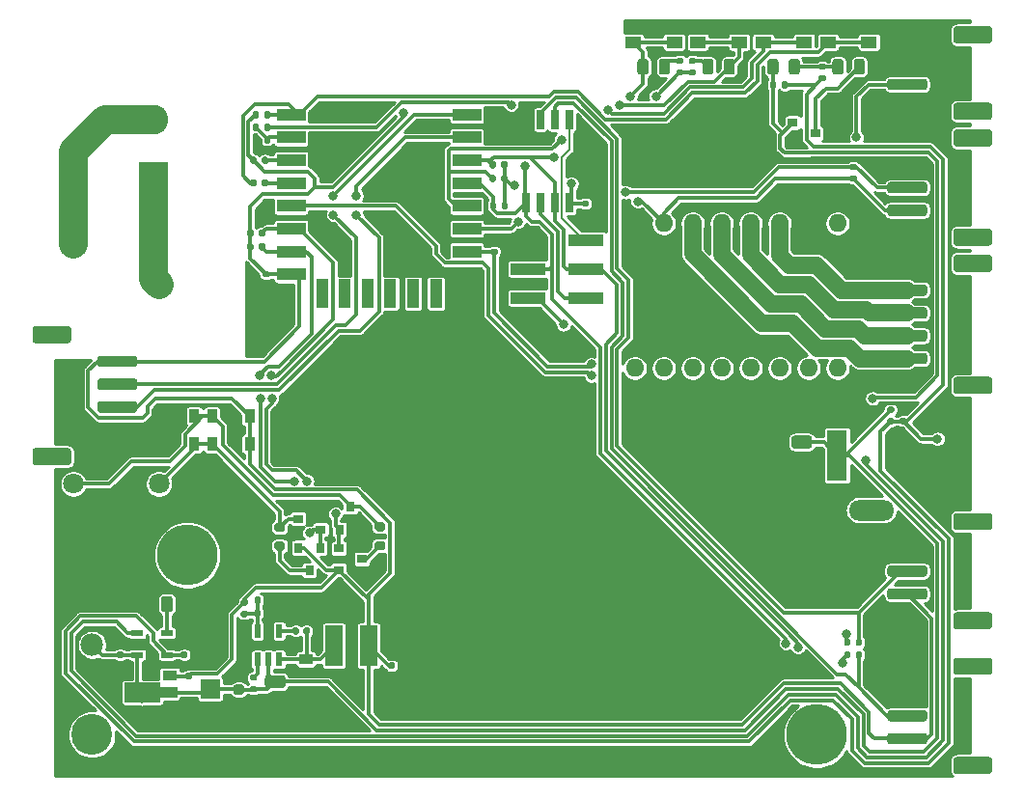
<source format=gbr>
%TF.GenerationSoftware,KiCad,Pcbnew,(5.1.9)-1*%
%TF.CreationDate,2021-05-06T00:14:11+03:00*%
%TF.ProjectId,hardware,68617264-7761-4726-952e-6b696361645f,rev?*%
%TF.SameCoordinates,Original*%
%TF.FileFunction,Copper,L1,Top*%
%TF.FilePolarity,Positive*%
%FSLAX46Y46*%
G04 Gerber Fmt 4.6, Leading zero omitted, Abs format (unit mm)*
G04 Created by KiCad (PCBNEW (5.1.9)-1) date 2021-05-06 00:14:11*
%MOMM*%
%LPD*%
G01*
G04 APERTURE LIST*
%TA.AperFunction,SMDPad,CuDef*%
%ADD10R,2.500000X1.100000*%
%TD*%
%TA.AperFunction,SMDPad,CuDef*%
%ADD11R,1.100000X2.500000*%
%TD*%
%TA.AperFunction,SMDPad,CuDef*%
%ADD12R,0.900000X0.800000*%
%TD*%
%TA.AperFunction,ComponentPad*%
%ADD13O,1.700000X1.700000*%
%TD*%
%TA.AperFunction,ComponentPad*%
%ADD14R,1.700000X1.700000*%
%TD*%
%TA.AperFunction,ComponentPad*%
%ADD15C,5.325000*%
%TD*%
%TA.AperFunction,ComponentPad*%
%ADD16C,3.585000*%
%TD*%
%TA.AperFunction,ComponentPad*%
%ADD17C,1.980000*%
%TD*%
%TA.AperFunction,ComponentPad*%
%ADD18C,7.400000*%
%TD*%
%TA.AperFunction,SMDPad,CuDef*%
%ADD19R,1.400000X1.050000*%
%TD*%
%TA.AperFunction,SMDPad,CuDef*%
%ADD20C,0.100000*%
%TD*%
%TA.AperFunction,SMDPad,CuDef*%
%ADD21R,1.300000X0.900000*%
%TD*%
%TA.AperFunction,SMDPad,CuDef*%
%ADD22R,0.650000X1.700000*%
%TD*%
%TA.AperFunction,SMDPad,CuDef*%
%ADD23R,0.800000X0.900000*%
%TD*%
%TA.AperFunction,SMDPad,CuDef*%
%ADD24R,1.500000X3.600000*%
%TD*%
%TA.AperFunction,ComponentPad*%
%ADD25C,1.800000*%
%TD*%
%TA.AperFunction,ComponentPad*%
%ADD26C,2.600000*%
%TD*%
%TA.AperFunction,ComponentPad*%
%ADD27R,2.600000X2.600000*%
%TD*%
%TA.AperFunction,ComponentPad*%
%ADD28R,1.800000X4.400000*%
%TD*%
%TA.AperFunction,ComponentPad*%
%ADD29O,1.800000X4.000000*%
%TD*%
%TA.AperFunction,ComponentPad*%
%ADD30O,4.000000X1.800000*%
%TD*%
%TA.AperFunction,SMDPad,CuDef*%
%ADD31R,3.150000X1.000000*%
%TD*%
%TA.AperFunction,ComponentPad*%
%ADD32O,1.900000X1.200000*%
%TD*%
%TA.AperFunction,ComponentPad*%
%ADD33C,1.450000*%
%TD*%
%TA.AperFunction,SMDPad,CuDef*%
%ADD34R,1.050000X0.550000*%
%TD*%
%TA.AperFunction,SMDPad,CuDef*%
%ADD35R,0.600000X1.200000*%
%TD*%
%TA.AperFunction,SMDPad,CuDef*%
%ADD36R,0.900000X1.200000*%
%TD*%
%TA.AperFunction,SMDPad,CuDef*%
%ADD37R,1.200000X0.900000*%
%TD*%
%TA.AperFunction,ComponentPad*%
%ADD38O,1.600000X1.600000*%
%TD*%
%TA.AperFunction,ComponentPad*%
%ADD39R,1.600000X1.600000*%
%TD*%
%TA.AperFunction,ViaPad*%
%ADD40C,0.800000*%
%TD*%
%TA.AperFunction,Conductor*%
%ADD41C,0.300000*%
%TD*%
%TA.AperFunction,Conductor*%
%ADD42C,1.500000*%
%TD*%
%TA.AperFunction,Conductor*%
%ADD43C,0.200000*%
%TD*%
%TA.AperFunction,Conductor*%
%ADD44C,2.500000*%
%TD*%
%TA.AperFunction,Conductor*%
%ADD45C,0.254000*%
%TD*%
%TA.AperFunction,Conductor*%
%ADD46C,0.100000*%
%TD*%
G04 APERTURE END LIST*
%TO.P,R16,2*%
%TO.N,GND*%
%TA.AperFunction,SMDPad,CuDef*%
G36*
G01*
X203887500Y-115099999D02*
X203887500Y-116000001D01*
G75*
G02*
X203637501Y-116250000I-249999J0D01*
G01*
X203112499Y-116250000D01*
G75*
G02*
X202862500Y-116000001I0J249999D01*
G01*
X202862500Y-115099999D01*
G75*
G02*
X203112499Y-114850000I249999J0D01*
G01*
X203637501Y-114850000D01*
G75*
G02*
X203887500Y-115099999I0J-249999D01*
G01*
G37*
%TD.AperFunction*%
%TO.P,R16,1*%
%TO.N,Net-(IC2-Pad5)*%
%TA.AperFunction,SMDPad,CuDef*%
G36*
G01*
X205712500Y-115099999D02*
X205712500Y-116000001D01*
G75*
G02*
X205462501Y-116250000I-249999J0D01*
G01*
X204937499Y-116250000D01*
G75*
G02*
X204687500Y-116000001I0J249999D01*
G01*
X204687500Y-115099999D01*
G75*
G02*
X204937499Y-114850000I249999J0D01*
G01*
X205462501Y-114850000D01*
G75*
G02*
X205712500Y-115099999I0J-249999D01*
G01*
G37*
%TD.AperFunction*%
%TD*%
D10*
%TO.P,U2,1*%
%TO.N,RESET*%
X216110000Y-72600000D03*
%TO.P,U2,2*%
%TO.N,ADC*%
X216110000Y-74600000D03*
%TO.P,U2,3*%
%TO.N,Net-(R25-Pad2)*%
X216110000Y-76600000D03*
%TO.P,U2,4*%
%TO.N,Net-(R24-Pad2)*%
X216110000Y-78600000D03*
%TO.P,U2,5*%
%TO.N,GPIO14*%
X216110000Y-80600000D03*
%TO.P,U2,6*%
%TO.N,GPIO12*%
X216110000Y-82600000D03*
%TO.P,U2,7*%
%TO.N,GPIO13*%
X216110000Y-84600000D03*
%TO.P,U2,8*%
%TO.N,+3V3*%
X216110000Y-86600000D03*
%TO.P,U2,9*%
%TO.N,GND*%
X231510000Y-86600000D03*
%TO.P,U2,10*%
%TO.N,GPIO15*%
X231510000Y-84600000D03*
%TO.P,U2,11*%
%TO.N,GPIO2*%
X231510000Y-82600000D03*
%TO.P,U2,12*%
%TO.N,FLASH*%
X231510000Y-80600000D03*
%TO.P,U2,13*%
%TO.N,MOSI*%
X231510000Y-78600000D03*
%TO.P,U2,14*%
%TO.N,SCK*%
X231510000Y-76600000D03*
%TO.P,U2,15*%
%TO.N,RX*%
X231510000Y-74600000D03*
%TO.P,U2,16*%
%TO.N,TX*%
X231510000Y-72600000D03*
D11*
%TO.P,U2,17*%
%TO.N,Net-(U2-Pad17)*%
X218800000Y-88300000D03*
%TO.P,U2,18*%
%TO.N,Net-(U2-Pad18)*%
X220800000Y-88300000D03*
%TO.P,U2,19*%
%TO.N,Net-(U2-Pad19)*%
X222800000Y-88300000D03*
%TO.P,U2,20*%
%TO.N,Net-(U2-Pad20)*%
X224800000Y-88300000D03*
%TO.P,U2,21*%
%TO.N,Net-(U2-Pad21)*%
X226800000Y-88300000D03*
%TO.P,U2,22*%
%TO.N,Net-(U2-Pad22)*%
X228800000Y-88300000D03*
%TD*%
D12*
%TO.P,Q1,3*%
%TO.N,Net-(D2-Pad1)*%
X262100000Y-74250000D03*
%TO.P,Q1,2*%
%TO.N,GND*%
X260100000Y-75200000D03*
%TO.P,Q1,1*%
%TO.N,Net-(D3-Pad1)*%
X260100000Y-73300000D03*
%TD*%
%TO.P,R25,2*%
%TO.N,Net-(R25-Pad2)*%
%TA.AperFunction,SMDPad,CuDef*%
G36*
G01*
X213540000Y-76785000D02*
X213540000Y-76415000D01*
G75*
G02*
X213675000Y-76280000I135000J0D01*
G01*
X213945000Y-76280000D01*
G75*
G02*
X214080000Y-76415000I0J-135000D01*
G01*
X214080000Y-76785000D01*
G75*
G02*
X213945000Y-76920000I-135000J0D01*
G01*
X213675000Y-76920000D01*
G75*
G02*
X213540000Y-76785000I0J135000D01*
G01*
G37*
%TD.AperFunction*%
%TO.P,R25,1*%
%TO.N,+3V3*%
%TA.AperFunction,SMDPad,CuDef*%
G36*
G01*
X212520000Y-76785000D02*
X212520000Y-76415000D01*
G75*
G02*
X212655000Y-76280000I135000J0D01*
G01*
X212925000Y-76280000D01*
G75*
G02*
X213060000Y-76415000I0J-135000D01*
G01*
X213060000Y-76785000D01*
G75*
G02*
X212925000Y-76920000I-135000J0D01*
G01*
X212655000Y-76920000D01*
G75*
G02*
X212520000Y-76785000I0J135000D01*
G01*
G37*
%TD.AperFunction*%
%TD*%
%TO.P,R24,2*%
%TO.N,Net-(R24-Pad2)*%
%TA.AperFunction,SMDPad,CuDef*%
G36*
G01*
X213540000Y-78785000D02*
X213540000Y-78415000D01*
G75*
G02*
X213675000Y-78280000I135000J0D01*
G01*
X213945000Y-78280000D01*
G75*
G02*
X214080000Y-78415000I0J-135000D01*
G01*
X214080000Y-78785000D01*
G75*
G02*
X213945000Y-78920000I-135000J0D01*
G01*
X213675000Y-78920000D01*
G75*
G02*
X213540000Y-78785000I0J135000D01*
G01*
G37*
%TD.AperFunction*%
%TO.P,R24,1*%
%TO.N,RESET*%
%TA.AperFunction,SMDPad,CuDef*%
G36*
G01*
X212520000Y-78785000D02*
X212520000Y-78415000D01*
G75*
G02*
X212655000Y-78280000I135000J0D01*
G01*
X212925000Y-78280000D01*
G75*
G02*
X213060000Y-78415000I0J-135000D01*
G01*
X213060000Y-78785000D01*
G75*
G02*
X212925000Y-78920000I-135000J0D01*
G01*
X212655000Y-78920000D01*
G75*
G02*
X212520000Y-78785000I0J135000D01*
G01*
G37*
%TD.AperFunction*%
%TD*%
D13*
%TO.P,BT1,2*%
%TO.N,GND*%
X209000000Y-120460000D03*
D14*
%TO.P,BT1,1*%
%TO.N,VCC*%
X209000000Y-123000000D03*
%TD*%
%TO.P,R23,2*%
%TO.N,SCK*%
%TA.AperFunction,SMDPad,CuDef*%
G36*
G01*
X265150000Y-119815000D02*
X265150000Y-120185000D01*
G75*
G02*
X265015000Y-120320000I-135000J0D01*
G01*
X264745000Y-120320000D01*
G75*
G02*
X264610000Y-120185000I0J135000D01*
G01*
X264610000Y-119815000D01*
G75*
G02*
X264745000Y-119680000I135000J0D01*
G01*
X265015000Y-119680000D01*
G75*
G02*
X265150000Y-119815000I0J-135000D01*
G01*
G37*
%TD.AperFunction*%
%TO.P,R23,1*%
%TO.N,A3*%
%TA.AperFunction,SMDPad,CuDef*%
G36*
G01*
X266170000Y-119815000D02*
X266170000Y-120185000D01*
G75*
G02*
X266035000Y-120320000I-135000J0D01*
G01*
X265765000Y-120320000D01*
G75*
G02*
X265630000Y-120185000I0J135000D01*
G01*
X265630000Y-119815000D01*
G75*
G02*
X265765000Y-119680000I135000J0D01*
G01*
X266035000Y-119680000D01*
G75*
G02*
X266170000Y-119815000I0J-135000D01*
G01*
G37*
%TD.AperFunction*%
%TD*%
%TO.P,R22,2*%
%TO.N,MOSI*%
%TA.AperFunction,SMDPad,CuDef*%
G36*
G01*
X265150000Y-118715000D02*
X265150000Y-119085000D01*
G75*
G02*
X265015000Y-119220000I-135000J0D01*
G01*
X264745000Y-119220000D01*
G75*
G02*
X264610000Y-119085000I0J135000D01*
G01*
X264610000Y-118715000D01*
G75*
G02*
X264745000Y-118580000I135000J0D01*
G01*
X265015000Y-118580000D01*
G75*
G02*
X265150000Y-118715000I0J-135000D01*
G01*
G37*
%TD.AperFunction*%
%TO.P,R22,1*%
%TO.N,A2*%
%TA.AperFunction,SMDPad,CuDef*%
G36*
G01*
X266170000Y-118715000D02*
X266170000Y-119085000D01*
G75*
G02*
X266035000Y-119220000I-135000J0D01*
G01*
X265765000Y-119220000D01*
G75*
G02*
X265630000Y-119085000I0J135000D01*
G01*
X265630000Y-118715000D01*
G75*
G02*
X265765000Y-118580000I135000J0D01*
G01*
X266035000Y-118580000D01*
G75*
G02*
X266170000Y-118715000I0J-135000D01*
G01*
G37*
%TD.AperFunction*%
%TD*%
%TO.P,C13,2*%
%TO.N,GND*%
%TA.AperFunction,SMDPad,CuDef*%
G36*
G01*
X269970000Y-98800000D02*
X269630000Y-98800000D01*
G75*
G02*
X269490000Y-98660000I0J140000D01*
G01*
X269490000Y-98380000D01*
G75*
G02*
X269630000Y-98240000I140000J0D01*
G01*
X269970000Y-98240000D01*
G75*
G02*
X270110000Y-98380000I0J-140000D01*
G01*
X270110000Y-98660000D01*
G75*
G02*
X269970000Y-98800000I-140000J0D01*
G01*
G37*
%TD.AperFunction*%
%TO.P,C13,1*%
%TO.N,+5V*%
%TA.AperFunction,SMDPad,CuDef*%
G36*
G01*
X269970000Y-99760000D02*
X269630000Y-99760000D01*
G75*
G02*
X269490000Y-99620000I0J140000D01*
G01*
X269490000Y-99340000D01*
G75*
G02*
X269630000Y-99200000I140000J0D01*
G01*
X269970000Y-99200000D01*
G75*
G02*
X270110000Y-99340000I0J-140000D01*
G01*
X270110000Y-99620000D01*
G75*
G02*
X269970000Y-99760000I-140000J0D01*
G01*
G37*
%TD.AperFunction*%
%TD*%
%TO.P,R21,2*%
%TO.N,GPIO12*%
%TA.AperFunction,SMDPad,CuDef*%
G36*
G01*
X213274670Y-83164416D02*
X213274670Y-82794416D01*
G75*
G02*
X213409670Y-82659416I135000J0D01*
G01*
X213679670Y-82659416D01*
G75*
G02*
X213814670Y-82794416I0J-135000D01*
G01*
X213814670Y-83164416D01*
G75*
G02*
X213679670Y-83299416I-135000J0D01*
G01*
X213409670Y-83299416D01*
G75*
G02*
X213274670Y-83164416I0J135000D01*
G01*
G37*
%TD.AperFunction*%
%TO.P,R21,1*%
%TO.N,+3V3*%
%TA.AperFunction,SMDPad,CuDef*%
G36*
G01*
X212254670Y-83164416D02*
X212254670Y-82794416D01*
G75*
G02*
X212389670Y-82659416I135000J0D01*
G01*
X212659670Y-82659416D01*
G75*
G02*
X212794670Y-82794416I0J-135000D01*
G01*
X212794670Y-83164416D01*
G75*
G02*
X212659670Y-83299416I-135000J0D01*
G01*
X212389670Y-83299416D01*
G75*
G02*
X212254670Y-83164416I0J135000D01*
G01*
G37*
%TD.AperFunction*%
%TD*%
%TO.P,R14,2*%
%TO.N,COIL-*%
%TA.AperFunction,SMDPad,CuDef*%
G36*
G01*
X224175000Y-109150000D02*
X223625000Y-109150000D01*
G75*
G02*
X223425000Y-108950000I0J200000D01*
G01*
X223425000Y-108550000D01*
G75*
G02*
X223625000Y-108350000I200000J0D01*
G01*
X224175000Y-108350000D01*
G75*
G02*
X224375000Y-108550000I0J-200000D01*
G01*
X224375000Y-108950000D01*
G75*
G02*
X224175000Y-109150000I-200000J0D01*
G01*
G37*
%TD.AperFunction*%
%TO.P,R14,1*%
%TO.N,Net-(Q2-Pad3)*%
%TA.AperFunction,SMDPad,CuDef*%
G36*
G01*
X224175000Y-110800000D02*
X223625000Y-110800000D01*
G75*
G02*
X223425000Y-110600000I0J200000D01*
G01*
X223425000Y-110200000D01*
G75*
G02*
X223625000Y-110000000I200000J0D01*
G01*
X224175000Y-110000000D01*
G75*
G02*
X224375000Y-110200000I0J-200000D01*
G01*
X224375000Y-110600000D01*
G75*
G02*
X224175000Y-110800000I-200000J0D01*
G01*
G37*
%TD.AperFunction*%
%TD*%
%TO.P,R20,2*%
%TO.N,+3V3*%
%TA.AperFunction,SMDPad,CuDef*%
G36*
G01*
X250015000Y-68630000D02*
X250385000Y-68630000D01*
G75*
G02*
X250520000Y-68765000I0J-135000D01*
G01*
X250520000Y-69035000D01*
G75*
G02*
X250385000Y-69170000I-135000J0D01*
G01*
X250015000Y-69170000D01*
G75*
G02*
X249880000Y-69035000I0J135000D01*
G01*
X249880000Y-68765000D01*
G75*
G02*
X250015000Y-68630000I135000J0D01*
G01*
G37*
%TD.AperFunction*%
%TO.P,R20,1*%
%TO.N,Net-(D9-Pad2)*%
%TA.AperFunction,SMDPad,CuDef*%
G36*
G01*
X250015000Y-67610000D02*
X250385000Y-67610000D01*
G75*
G02*
X250520000Y-67745000I0J-135000D01*
G01*
X250520000Y-68015000D01*
G75*
G02*
X250385000Y-68150000I-135000J0D01*
G01*
X250015000Y-68150000D01*
G75*
G02*
X249880000Y-68015000I0J135000D01*
G01*
X249880000Y-67745000D01*
G75*
G02*
X250015000Y-67610000I135000J0D01*
G01*
G37*
%TD.AperFunction*%
%TD*%
%TO.P,R19,2*%
%TO.N,+3V3*%
%TA.AperFunction,SMDPad,CuDef*%
G36*
G01*
X251115000Y-68630000D02*
X251485000Y-68630000D01*
G75*
G02*
X251620000Y-68765000I0J-135000D01*
G01*
X251620000Y-69035000D01*
G75*
G02*
X251485000Y-69170000I-135000J0D01*
G01*
X251115000Y-69170000D01*
G75*
G02*
X250980000Y-69035000I0J135000D01*
G01*
X250980000Y-68765000D01*
G75*
G02*
X251115000Y-68630000I135000J0D01*
G01*
G37*
%TD.AperFunction*%
%TO.P,R19,1*%
%TO.N,Net-(D8-Pad2)*%
%TA.AperFunction,SMDPad,CuDef*%
G36*
G01*
X251115000Y-67610000D02*
X251485000Y-67610000D01*
G75*
G02*
X251620000Y-67745000I0J-135000D01*
G01*
X251620000Y-68015000D01*
G75*
G02*
X251485000Y-68150000I-135000J0D01*
G01*
X251115000Y-68150000D01*
G75*
G02*
X250980000Y-68015000I0J135000D01*
G01*
X250980000Y-67745000D01*
G75*
G02*
X251115000Y-67610000I135000J0D01*
G01*
G37*
%TD.AperFunction*%
%TD*%
%TO.P,D9,2*%
%TO.N,Net-(D9-Pad2)*%
%TA.AperFunction,SMDPad,CuDef*%
G36*
G01*
X248350000Y-68856250D02*
X248350000Y-67943750D01*
G75*
G02*
X248593750Y-67700000I243750J0D01*
G01*
X249081250Y-67700000D01*
G75*
G02*
X249325000Y-67943750I0J-243750D01*
G01*
X249325000Y-68856250D01*
G75*
G02*
X249081250Y-69100000I-243750J0D01*
G01*
X248593750Y-69100000D01*
G75*
G02*
X248350000Y-68856250I0J243750D01*
G01*
G37*
%TD.AperFunction*%
%TO.P,D9,1*%
%TO.N,MOSI*%
%TA.AperFunction,SMDPad,CuDef*%
G36*
G01*
X246475000Y-68856250D02*
X246475000Y-67943750D01*
G75*
G02*
X246718750Y-67700000I243750J0D01*
G01*
X247206250Y-67700000D01*
G75*
G02*
X247450000Y-67943750I0J-243750D01*
G01*
X247450000Y-68856250D01*
G75*
G02*
X247206250Y-69100000I-243750J0D01*
G01*
X246718750Y-69100000D01*
G75*
G02*
X246475000Y-68856250I0J243750D01*
G01*
G37*
%TD.AperFunction*%
%TD*%
%TO.P,D8,2*%
%TO.N,Net-(D8-Pad2)*%
%TA.AperFunction,SMDPad,CuDef*%
G36*
G01*
X253150000Y-67943750D02*
X253150000Y-68856250D01*
G75*
G02*
X252906250Y-69100000I-243750J0D01*
G01*
X252418750Y-69100000D01*
G75*
G02*
X252175000Y-68856250I0J243750D01*
G01*
X252175000Y-67943750D01*
G75*
G02*
X252418750Y-67700000I243750J0D01*
G01*
X252906250Y-67700000D01*
G75*
G02*
X253150000Y-67943750I0J-243750D01*
G01*
G37*
%TD.AperFunction*%
%TO.P,D8,1*%
%TO.N,SCK*%
%TA.AperFunction,SMDPad,CuDef*%
G36*
G01*
X255025000Y-67943750D02*
X255025000Y-68856250D01*
G75*
G02*
X254781250Y-69100000I-243750J0D01*
G01*
X254293750Y-69100000D01*
G75*
G02*
X254050000Y-68856250I0J243750D01*
G01*
X254050000Y-67943750D01*
G75*
G02*
X254293750Y-67700000I243750J0D01*
G01*
X254781250Y-67700000D01*
G75*
G02*
X255025000Y-67943750I0J-243750D01*
G01*
G37*
%TD.AperFunction*%
%TD*%
D15*
%TO.P,BT2,MH3*%
%TO.N,N/C*%
X207000000Y-111260000D03*
D16*
%TO.P,BT2,MH2*%
X198640000Y-127000000D03*
D15*
%TO.P,BT2,MH1*%
X262200000Y-127000000D03*
D17*
%TO.P,BT2,1*%
%TO.N,VCC*%
X198640000Y-119130000D03*
%TO.P,BT2,2*%
%TO.N,GND*%
X270840000Y-119130000D03*
%TD*%
D18*
%TO.P,H3,1*%
%TO.N,GND*%
X254000000Y-75000000D03*
%TD*%
%TO.P,H2,1*%
%TO.N,GND*%
X219000000Y-100000000D03*
%TD*%
%TO.P,H1,1*%
%TO.N,GND*%
X249000000Y-100000000D03*
%TD*%
D19*
%TO.P,RESET1,2*%
%TO.N,GND*%
X266800000Y-64800000D03*
X263200000Y-64800000D03*
%TO.P,RESET1,1*%
%TO.N,RESET*%
X266800000Y-66240000D03*
X263200000Y-66240000D03*
%TD*%
%TO.P,PB2,2*%
%TO.N,GND*%
X255400000Y-64800000D03*
X251800000Y-64800000D03*
%TO.P,PB2,1*%
%TO.N,SCK*%
X255400000Y-66240000D03*
X251800000Y-66240000D03*
%TD*%
%TO.P,PB1,2*%
%TO.N,GND*%
X249700000Y-64800000D03*
X246100000Y-64800000D03*
%TO.P,PB1,1*%
%TO.N,MOSI*%
X249700000Y-66240000D03*
X246100000Y-66240000D03*
%TD*%
%TO.P,FLASH1,2*%
%TO.N,GND*%
X261100000Y-64800000D03*
X257500000Y-64800000D03*
%TO.P,FLASH1,1*%
%TO.N,FLASH*%
X261100000Y-66240000D03*
X257500000Y-66240000D03*
%TD*%
%TO.P,TEMP1,1*%
%TO.N,+3V3*%
%TA.AperFunction,SMDPad,CuDef*%
G36*
G01*
X271650000Y-81500000D02*
X268650000Y-81500000D01*
G75*
G02*
X268400000Y-81250000I0J250000D01*
G01*
X268400000Y-80750000D01*
G75*
G02*
X268650000Y-80500000I250000J0D01*
G01*
X271650000Y-80500000D01*
G75*
G02*
X271900000Y-80750000I0J-250000D01*
G01*
X271900000Y-81250000D01*
G75*
G02*
X271650000Y-81500000I-250000J0D01*
G01*
G37*
%TD.AperFunction*%
%TO.P,TEMP1,2*%
%TO.N,GPIO2*%
%TA.AperFunction,SMDPad,CuDef*%
G36*
G01*
X271650000Y-79500000D02*
X268650000Y-79500000D01*
G75*
G02*
X268400000Y-79250000I0J250000D01*
G01*
X268400000Y-78750000D01*
G75*
G02*
X268650000Y-78500000I250000J0D01*
G01*
X271650000Y-78500000D01*
G75*
G02*
X271900000Y-78750000I0J-250000D01*
G01*
X271900000Y-79250000D01*
G75*
G02*
X271650000Y-79500000I-250000J0D01*
G01*
G37*
%TD.AperFunction*%
%TO.P,TEMP1,3*%
%TO.N,GND*%
%TA.AperFunction,SMDPad,CuDef*%
G36*
G01*
X271650000Y-77500000D02*
X268650000Y-77500000D01*
G75*
G02*
X268400000Y-77250000I0J250000D01*
G01*
X268400000Y-76750000D01*
G75*
G02*
X268650000Y-76500000I250000J0D01*
G01*
X271650000Y-76500000D01*
G75*
G02*
X271900000Y-76750000I0J-250000D01*
G01*
X271900000Y-77250000D01*
G75*
G02*
X271650000Y-77500000I-250000J0D01*
G01*
G37*
%TD.AperFunction*%
%TO.P,TEMP1,MP*%
%TO.N,N/C*%
%TA.AperFunction,SMDPad,CuDef*%
G36*
G01*
X277350000Y-84100000D02*
X274450000Y-84100000D01*
G75*
G02*
X274200000Y-83850000I0J250000D01*
G01*
X274200000Y-82850000D01*
G75*
G02*
X274450000Y-82600000I250000J0D01*
G01*
X277350000Y-82600000D01*
G75*
G02*
X277600000Y-82850000I0J-250000D01*
G01*
X277600000Y-83850000D01*
G75*
G02*
X277350000Y-84100000I-250000J0D01*
G01*
G37*
%TD.AperFunction*%
%TA.AperFunction,SMDPad,CuDef*%
G36*
G01*
X277350000Y-75400000D02*
X274450000Y-75400000D01*
G75*
G02*
X274200000Y-75150000I0J250000D01*
G01*
X274200000Y-74150000D01*
G75*
G02*
X274450000Y-73900000I250000J0D01*
G01*
X277350000Y-73900000D01*
G75*
G02*
X277600000Y-74150000I0J-250000D01*
G01*
X277600000Y-75150000D01*
G75*
G02*
X277350000Y-75400000I-250000J0D01*
G01*
G37*
%TD.AperFunction*%
%TD*%
%TO.P,StepperMotor1,MP*%
%TO.N,N/C*%
%TA.AperFunction,SMDPad,CuDef*%
G36*
G01*
X277350000Y-86400000D02*
X274450000Y-86400000D01*
G75*
G02*
X274200000Y-86150000I0J250000D01*
G01*
X274200000Y-85150000D01*
G75*
G02*
X274450000Y-84900000I250000J0D01*
G01*
X277350000Y-84900000D01*
G75*
G02*
X277600000Y-85150000I0J-250000D01*
G01*
X277600000Y-86150000D01*
G75*
G02*
X277350000Y-86400000I-250000J0D01*
G01*
G37*
%TD.AperFunction*%
%TA.AperFunction,SMDPad,CuDef*%
G36*
G01*
X277350000Y-97100000D02*
X274450000Y-97100000D01*
G75*
G02*
X274200000Y-96850000I0J250000D01*
G01*
X274200000Y-95850000D01*
G75*
G02*
X274450000Y-95600000I250000J0D01*
G01*
X277350000Y-95600000D01*
G75*
G02*
X277600000Y-95850000I0J-250000D01*
G01*
X277600000Y-96850000D01*
G75*
G02*
X277350000Y-97100000I-250000J0D01*
G01*
G37*
%TD.AperFunction*%
%TO.P,StepperMotor1,4*%
%TO.N,Net-(A1-Pad6)*%
%TA.AperFunction,SMDPad,CuDef*%
G36*
G01*
X271650000Y-88500000D02*
X268650000Y-88500000D01*
G75*
G02*
X268400000Y-88250000I0J250000D01*
G01*
X268400000Y-87750000D01*
G75*
G02*
X268650000Y-87500000I250000J0D01*
G01*
X271650000Y-87500000D01*
G75*
G02*
X271900000Y-87750000I0J-250000D01*
G01*
X271900000Y-88250000D01*
G75*
G02*
X271650000Y-88500000I-250000J0D01*
G01*
G37*
%TD.AperFunction*%
%TO.P,StepperMotor1,3*%
%TO.N,Net-(A1-Pad5)*%
%TA.AperFunction,SMDPad,CuDef*%
G36*
G01*
X271650000Y-90500000D02*
X268650000Y-90500000D01*
G75*
G02*
X268400000Y-90250000I0J250000D01*
G01*
X268400000Y-89750000D01*
G75*
G02*
X268650000Y-89500000I250000J0D01*
G01*
X271650000Y-89500000D01*
G75*
G02*
X271900000Y-89750000I0J-250000D01*
G01*
X271900000Y-90250000D01*
G75*
G02*
X271650000Y-90500000I-250000J0D01*
G01*
G37*
%TD.AperFunction*%
%TO.P,StepperMotor1,2*%
%TO.N,Net-(A1-Pad4)*%
%TA.AperFunction,SMDPad,CuDef*%
G36*
G01*
X271650000Y-92500000D02*
X268650000Y-92500000D01*
G75*
G02*
X268400000Y-92250000I0J250000D01*
G01*
X268400000Y-91750000D01*
G75*
G02*
X268650000Y-91500000I250000J0D01*
G01*
X271650000Y-91500000D01*
G75*
G02*
X271900000Y-91750000I0J-250000D01*
G01*
X271900000Y-92250000D01*
G75*
G02*
X271650000Y-92500000I-250000J0D01*
G01*
G37*
%TD.AperFunction*%
%TO.P,StepperMotor1,1*%
%TO.N,Net-(A1-Pad3)*%
%TA.AperFunction,SMDPad,CuDef*%
G36*
G01*
X271650000Y-94500000D02*
X268650000Y-94500000D01*
G75*
G02*
X268400000Y-94250000I0J250000D01*
G01*
X268400000Y-93750000D01*
G75*
G02*
X268650000Y-93500000I250000J0D01*
G01*
X271650000Y-93500000D01*
G75*
G02*
X271900000Y-93750000I0J-250000D01*
G01*
X271900000Y-94250000D01*
G75*
G02*
X271650000Y-94500000I-250000J0D01*
G01*
G37*
%TD.AperFunction*%
%TD*%
%TO.P,PROG1,MP*%
%TO.N,N/C*%
%TA.AperFunction,SMDPad,CuDef*%
G36*
G01*
X193650000Y-101850000D02*
X196550000Y-101850000D01*
G75*
G02*
X196800000Y-102100000I0J-250000D01*
G01*
X196800000Y-103100000D01*
G75*
G02*
X196550000Y-103350000I-250000J0D01*
G01*
X193650000Y-103350000D01*
G75*
G02*
X193400000Y-103100000I0J250000D01*
G01*
X193400000Y-102100000D01*
G75*
G02*
X193650000Y-101850000I250000J0D01*
G01*
G37*
%TD.AperFunction*%
%TA.AperFunction,SMDPad,CuDef*%
G36*
G01*
X193650000Y-91150000D02*
X196550000Y-91150000D01*
G75*
G02*
X196800000Y-91400000I0J-250000D01*
G01*
X196800000Y-92400000D01*
G75*
G02*
X196550000Y-92650000I-250000J0D01*
G01*
X193650000Y-92650000D01*
G75*
G02*
X193400000Y-92400000I0J250000D01*
G01*
X193400000Y-91400000D01*
G75*
G02*
X193650000Y-91150000I250000J0D01*
G01*
G37*
%TD.AperFunction*%
%TO.P,PROG1,4*%
%TO.N,GND*%
%TA.AperFunction,SMDPad,CuDef*%
G36*
G01*
X199350000Y-99750000D02*
X202350000Y-99750000D01*
G75*
G02*
X202600000Y-100000000I0J-250000D01*
G01*
X202600000Y-100500000D01*
G75*
G02*
X202350000Y-100750000I-250000J0D01*
G01*
X199350000Y-100750000D01*
G75*
G02*
X199100000Y-100500000I0J250000D01*
G01*
X199100000Y-100000000D01*
G75*
G02*
X199350000Y-99750000I250000J0D01*
G01*
G37*
%TD.AperFunction*%
%TO.P,PROG1,3*%
%TO.N,RX*%
%TA.AperFunction,SMDPad,CuDef*%
G36*
G01*
X199350000Y-97750000D02*
X202350000Y-97750000D01*
G75*
G02*
X202600000Y-98000000I0J-250000D01*
G01*
X202600000Y-98500000D01*
G75*
G02*
X202350000Y-98750000I-250000J0D01*
G01*
X199350000Y-98750000D01*
G75*
G02*
X199100000Y-98500000I0J250000D01*
G01*
X199100000Y-98000000D01*
G75*
G02*
X199350000Y-97750000I250000J0D01*
G01*
G37*
%TD.AperFunction*%
%TO.P,PROG1,2*%
%TO.N,TX*%
%TA.AperFunction,SMDPad,CuDef*%
G36*
G01*
X199350000Y-95750000D02*
X202350000Y-95750000D01*
G75*
G02*
X202600000Y-96000000I0J-250000D01*
G01*
X202600000Y-96500000D01*
G75*
G02*
X202350000Y-96750000I-250000J0D01*
G01*
X199350000Y-96750000D01*
G75*
G02*
X199100000Y-96500000I0J250000D01*
G01*
X199100000Y-96000000D01*
G75*
G02*
X199350000Y-95750000I250000J0D01*
G01*
G37*
%TD.AperFunction*%
%TO.P,PROG1,1*%
%TO.N,+3V3*%
%TA.AperFunction,SMDPad,CuDef*%
G36*
G01*
X199350000Y-93750000D02*
X202350000Y-93750000D01*
G75*
G02*
X202600000Y-94000000I0J-250000D01*
G01*
X202600000Y-94500000D01*
G75*
G02*
X202350000Y-94750000I-250000J0D01*
G01*
X199350000Y-94750000D01*
G75*
G02*
X199100000Y-94500000I0J250000D01*
G01*
X199100000Y-94000000D01*
G75*
G02*
X199350000Y-93750000I250000J0D01*
G01*
G37*
%TD.AperFunction*%
%TD*%
%TO.P,J5,MP*%
%TO.N,N/C*%
%TA.AperFunction,SMDPad,CuDef*%
G36*
G01*
X277350000Y-66350000D02*
X274450000Y-66350000D01*
G75*
G02*
X274200000Y-66100000I0J250000D01*
G01*
X274200000Y-65100000D01*
G75*
G02*
X274450000Y-64850000I250000J0D01*
G01*
X277350000Y-64850000D01*
G75*
G02*
X277600000Y-65100000I0J-250000D01*
G01*
X277600000Y-66100000D01*
G75*
G02*
X277350000Y-66350000I-250000J0D01*
G01*
G37*
%TD.AperFunction*%
%TA.AperFunction,SMDPad,CuDef*%
G36*
G01*
X277350000Y-73050000D02*
X274450000Y-73050000D01*
G75*
G02*
X274200000Y-72800000I0J250000D01*
G01*
X274200000Y-71800000D01*
G75*
G02*
X274450000Y-71550000I250000J0D01*
G01*
X277350000Y-71550000D01*
G75*
G02*
X277600000Y-71800000I0J-250000D01*
G01*
X277600000Y-72800000D01*
G75*
G02*
X277350000Y-73050000I-250000J0D01*
G01*
G37*
%TD.AperFunction*%
%TO.P,J5,2*%
%TO.N,GND*%
%TA.AperFunction,SMDPad,CuDef*%
G36*
G01*
X271650000Y-68450000D02*
X268650000Y-68450000D01*
G75*
G02*
X268400000Y-68200000I0J250000D01*
G01*
X268400000Y-67700000D01*
G75*
G02*
X268650000Y-67450000I250000J0D01*
G01*
X271650000Y-67450000D01*
G75*
G02*
X271900000Y-67700000I0J-250000D01*
G01*
X271900000Y-68200000D01*
G75*
G02*
X271650000Y-68450000I-250000J0D01*
G01*
G37*
%TD.AperFunction*%
%TO.P,J5,1*%
%TO.N,VCC*%
%TA.AperFunction,SMDPad,CuDef*%
G36*
G01*
X271650000Y-70450000D02*
X268650000Y-70450000D01*
G75*
G02*
X268400000Y-70200000I0J250000D01*
G01*
X268400000Y-69700000D01*
G75*
G02*
X268650000Y-69450000I250000J0D01*
G01*
X271650000Y-69450000D01*
G75*
G02*
X271900000Y-69700000I0J-250000D01*
G01*
X271900000Y-70200000D01*
G75*
G02*
X271650000Y-70450000I-250000J0D01*
G01*
G37*
%TD.AperFunction*%
%TD*%
%TO.P,Analog3,MP*%
%TO.N,N/C*%
%TA.AperFunction,SMDPad,CuDef*%
G36*
G01*
X277350000Y-121750000D02*
X274450000Y-121750000D01*
G75*
G02*
X274200000Y-121500000I0J250000D01*
G01*
X274200000Y-120500000D01*
G75*
G02*
X274450000Y-120250000I250000J0D01*
G01*
X277350000Y-120250000D01*
G75*
G02*
X277600000Y-120500000I0J-250000D01*
G01*
X277600000Y-121500000D01*
G75*
G02*
X277350000Y-121750000I-250000J0D01*
G01*
G37*
%TD.AperFunction*%
%TA.AperFunction,SMDPad,CuDef*%
G36*
G01*
X277350000Y-130450000D02*
X274450000Y-130450000D01*
G75*
G02*
X274200000Y-130200000I0J250000D01*
G01*
X274200000Y-129200000D01*
G75*
G02*
X274450000Y-128950000I250000J0D01*
G01*
X277350000Y-128950000D01*
G75*
G02*
X277600000Y-129200000I0J-250000D01*
G01*
X277600000Y-130200000D01*
G75*
G02*
X277350000Y-130450000I-250000J0D01*
G01*
G37*
%TD.AperFunction*%
%TO.P,Analog3,3*%
%TO.N,GND*%
%TA.AperFunction,SMDPad,CuDef*%
G36*
G01*
X271650000Y-123850000D02*
X268650000Y-123850000D01*
G75*
G02*
X268400000Y-123600000I0J250000D01*
G01*
X268400000Y-123100000D01*
G75*
G02*
X268650000Y-122850000I250000J0D01*
G01*
X271650000Y-122850000D01*
G75*
G02*
X271900000Y-123100000I0J-250000D01*
G01*
X271900000Y-123600000D01*
G75*
G02*
X271650000Y-123850000I-250000J0D01*
G01*
G37*
%TD.AperFunction*%
%TO.P,Analog3,2*%
%TO.N,A3*%
%TA.AperFunction,SMDPad,CuDef*%
G36*
G01*
X271650000Y-125850000D02*
X268650000Y-125850000D01*
G75*
G02*
X268400000Y-125600000I0J250000D01*
G01*
X268400000Y-125100000D01*
G75*
G02*
X268650000Y-124850000I250000J0D01*
G01*
X271650000Y-124850000D01*
G75*
G02*
X271900000Y-125100000I0J-250000D01*
G01*
X271900000Y-125600000D01*
G75*
G02*
X271650000Y-125850000I-250000J0D01*
G01*
G37*
%TD.AperFunction*%
%TO.P,Analog3,1*%
%TO.N,+3V3*%
%TA.AperFunction,SMDPad,CuDef*%
G36*
G01*
X271650000Y-127850000D02*
X268650000Y-127850000D01*
G75*
G02*
X268400000Y-127600000I0J250000D01*
G01*
X268400000Y-127100000D01*
G75*
G02*
X268650000Y-126850000I250000J0D01*
G01*
X271650000Y-126850000D01*
G75*
G02*
X271900000Y-127100000I0J-250000D01*
G01*
X271900000Y-127600000D01*
G75*
G02*
X271650000Y-127850000I-250000J0D01*
G01*
G37*
%TD.AperFunction*%
%TD*%
%TO.P,Analog2,MP*%
%TO.N,N/C*%
%TA.AperFunction,SMDPad,CuDef*%
G36*
G01*
X277350000Y-109050000D02*
X274450000Y-109050000D01*
G75*
G02*
X274200000Y-108800000I0J250000D01*
G01*
X274200000Y-107800000D01*
G75*
G02*
X274450000Y-107550000I250000J0D01*
G01*
X277350000Y-107550000D01*
G75*
G02*
X277600000Y-107800000I0J-250000D01*
G01*
X277600000Y-108800000D01*
G75*
G02*
X277350000Y-109050000I-250000J0D01*
G01*
G37*
%TD.AperFunction*%
%TA.AperFunction,SMDPad,CuDef*%
G36*
G01*
X277350000Y-117750000D02*
X274450000Y-117750000D01*
G75*
G02*
X274200000Y-117500000I0J250000D01*
G01*
X274200000Y-116500000D01*
G75*
G02*
X274450000Y-116250000I250000J0D01*
G01*
X277350000Y-116250000D01*
G75*
G02*
X277600000Y-116500000I0J-250000D01*
G01*
X277600000Y-117500000D01*
G75*
G02*
X277350000Y-117750000I-250000J0D01*
G01*
G37*
%TD.AperFunction*%
%TO.P,Analog2,3*%
%TO.N,GND*%
%TA.AperFunction,SMDPad,CuDef*%
G36*
G01*
X271650000Y-111150000D02*
X268650000Y-111150000D01*
G75*
G02*
X268400000Y-110900000I0J250000D01*
G01*
X268400000Y-110400000D01*
G75*
G02*
X268650000Y-110150000I250000J0D01*
G01*
X271650000Y-110150000D01*
G75*
G02*
X271900000Y-110400000I0J-250000D01*
G01*
X271900000Y-110900000D01*
G75*
G02*
X271650000Y-111150000I-250000J0D01*
G01*
G37*
%TD.AperFunction*%
%TO.P,Analog2,2*%
%TO.N,A2*%
%TA.AperFunction,SMDPad,CuDef*%
G36*
G01*
X271650000Y-113150000D02*
X268650000Y-113150000D01*
G75*
G02*
X268400000Y-112900000I0J250000D01*
G01*
X268400000Y-112400000D01*
G75*
G02*
X268650000Y-112150000I250000J0D01*
G01*
X271650000Y-112150000D01*
G75*
G02*
X271900000Y-112400000I0J-250000D01*
G01*
X271900000Y-112900000D01*
G75*
G02*
X271650000Y-113150000I-250000J0D01*
G01*
G37*
%TD.AperFunction*%
%TO.P,Analog2,1*%
%TO.N,+3V3*%
%TA.AperFunction,SMDPad,CuDef*%
G36*
G01*
X271650000Y-115150000D02*
X268650000Y-115150000D01*
G75*
G02*
X268400000Y-114900000I0J250000D01*
G01*
X268400000Y-114400000D01*
G75*
G02*
X268650000Y-114150000I250000J0D01*
G01*
X271650000Y-114150000D01*
G75*
G02*
X271900000Y-114400000I0J-250000D01*
G01*
X271900000Y-114900000D01*
G75*
G02*
X271650000Y-115150000I-250000J0D01*
G01*
G37*
%TD.AperFunction*%
%TD*%
%TA.AperFunction,SMDPad,CuDef*%
D20*
%TO.P,U3,2*%
%TO.N,VCC*%
G36*
X201500000Y-122433500D02*
G01*
X204625000Y-122433500D01*
X204625000Y-122850000D01*
X206100000Y-122850000D01*
X206100000Y-123750000D01*
X204625000Y-123750000D01*
X204625000Y-124166500D01*
X201500000Y-124166500D01*
X201500000Y-122433500D01*
G37*
%TD.AperFunction*%
D21*
%TO.P,U3,3*%
%TO.N,+3V3*%
X205450000Y-121800000D03*
%TO.P,U3,1*%
%TO.N,GND*%
X205450000Y-124800000D03*
%TD*%
D22*
%TO.P,U1,8*%
%TO.N,+3V3*%
X240505000Y-80350000D03*
%TO.P,U1,7*%
%TO.N,SCK*%
X239235000Y-80350000D03*
%TO.P,U1,6*%
%TO.N,MISO*%
X237965000Y-80350000D03*
%TO.P,U1,5*%
%TO.N,MOSI*%
X236695000Y-80350000D03*
%TO.P,U1,4*%
%TO.N,GND*%
X236695000Y-73050000D03*
%TO.P,U1,3*%
%TO.N,A2*%
X237965000Y-73050000D03*
%TO.P,U1,2*%
%TO.N,A3*%
X239235000Y-73050000D03*
%TO.P,U1,1*%
%TO.N,RST*%
X240505000Y-73050000D03*
%TD*%
%TO.P,R18,2*%
%TO.N,GPIO13*%
%TA.AperFunction,SMDPad,CuDef*%
G36*
G01*
X213274670Y-84385000D02*
X213274670Y-84015000D01*
G75*
G02*
X213409670Y-83880000I135000J0D01*
G01*
X213679670Y-83880000D01*
G75*
G02*
X213814670Y-84015000I0J-135000D01*
G01*
X213814670Y-84385000D01*
G75*
G02*
X213679670Y-84520000I-135000J0D01*
G01*
X213409670Y-84520000D01*
G75*
G02*
X213274670Y-84385000I0J135000D01*
G01*
G37*
%TD.AperFunction*%
%TO.P,R18,1*%
%TO.N,+3V3*%
%TA.AperFunction,SMDPad,CuDef*%
G36*
G01*
X212254670Y-84385000D02*
X212254670Y-84015000D01*
G75*
G02*
X212389670Y-83880000I135000J0D01*
G01*
X212659670Y-83880000D01*
G75*
G02*
X212794670Y-84015000I0J-135000D01*
G01*
X212794670Y-84385000D01*
G75*
G02*
X212659670Y-84520000I-135000J0D01*
G01*
X212389670Y-84520000D01*
G75*
G02*
X212254670Y-84385000I0J135000D01*
G01*
G37*
%TD.AperFunction*%
%TD*%
%TO.P,R17,2*%
%TO.N,COIL+*%
%TA.AperFunction,SMDPad,CuDef*%
G36*
G01*
X215375000Y-109200000D02*
X214825000Y-109200000D01*
G75*
G02*
X214625000Y-109000000I0J200000D01*
G01*
X214625000Y-108600000D01*
G75*
G02*
X214825000Y-108400000I200000J0D01*
G01*
X215375000Y-108400000D01*
G75*
G02*
X215575000Y-108600000I0J-200000D01*
G01*
X215575000Y-109000000D01*
G75*
G02*
X215375000Y-109200000I-200000J0D01*
G01*
G37*
%TD.AperFunction*%
%TO.P,R17,1*%
%TO.N,Net-(Q4-Pad3)*%
%TA.AperFunction,SMDPad,CuDef*%
G36*
G01*
X215375000Y-110850000D02*
X214825000Y-110850000D01*
G75*
G02*
X214625000Y-110650000I0J200000D01*
G01*
X214625000Y-110250000D01*
G75*
G02*
X214825000Y-110050000I200000J0D01*
G01*
X215375000Y-110050000D01*
G75*
G02*
X215575000Y-110250000I0J-200000D01*
G01*
X215575000Y-110650000D01*
G75*
G02*
X215375000Y-110850000I-200000J0D01*
G01*
G37*
%TD.AperFunction*%
%TD*%
%TO.P,R15,2*%
%TO.N,+5V*%
%TA.AperFunction,SMDPad,CuDef*%
G36*
G01*
X259130000Y-70185000D02*
X259130000Y-69815000D01*
G75*
G02*
X259265000Y-69680000I135000J0D01*
G01*
X259535000Y-69680000D01*
G75*
G02*
X259670000Y-69815000I0J-135000D01*
G01*
X259670000Y-70185000D01*
G75*
G02*
X259535000Y-70320000I-135000J0D01*
G01*
X259265000Y-70320000D01*
G75*
G02*
X259130000Y-70185000I0J135000D01*
G01*
G37*
%TD.AperFunction*%
%TO.P,R15,1*%
%TO.N,Net-(D3-Pad1)*%
%TA.AperFunction,SMDPad,CuDef*%
G36*
G01*
X258110000Y-70185000D02*
X258110000Y-69815000D01*
G75*
G02*
X258245000Y-69680000I135000J0D01*
G01*
X258515000Y-69680000D01*
G75*
G02*
X258650000Y-69815000I0J-135000D01*
G01*
X258650000Y-70185000D01*
G75*
G02*
X258515000Y-70320000I-135000J0D01*
G01*
X258245000Y-70320000D01*
G75*
G02*
X258110000Y-70185000I0J135000D01*
G01*
G37*
%TD.AperFunction*%
%TD*%
%TO.P,R13,2*%
%TO.N,+5V*%
%TA.AperFunction,SMDPad,CuDef*%
G36*
G01*
X262515000Y-69130000D02*
X262885000Y-69130000D01*
G75*
G02*
X263020000Y-69265000I0J-135000D01*
G01*
X263020000Y-69535000D01*
G75*
G02*
X262885000Y-69670000I-135000J0D01*
G01*
X262515000Y-69670000D01*
G75*
G02*
X262380000Y-69535000I0J135000D01*
G01*
X262380000Y-69265000D01*
G75*
G02*
X262515000Y-69130000I135000J0D01*
G01*
G37*
%TD.AperFunction*%
%TO.P,R13,1*%
%TO.N,Net-(D2-Pad2)*%
%TA.AperFunction,SMDPad,CuDef*%
G36*
G01*
X262515000Y-68110000D02*
X262885000Y-68110000D01*
G75*
G02*
X263020000Y-68245000I0J-135000D01*
G01*
X263020000Y-68515000D01*
G75*
G02*
X262885000Y-68650000I-135000J0D01*
G01*
X262515000Y-68650000D01*
G75*
G02*
X262380000Y-68515000I0J135000D01*
G01*
X262380000Y-68245000D01*
G75*
G02*
X262515000Y-68110000I135000J0D01*
G01*
G37*
%TD.AperFunction*%
%TD*%
%TO.P,R12,2*%
%TO.N,GPIO2*%
%TA.AperFunction,SMDPad,CuDef*%
G36*
G01*
X265585000Y-77470000D02*
X265215000Y-77470000D01*
G75*
G02*
X265080000Y-77335000I0J135000D01*
G01*
X265080000Y-77065000D01*
G75*
G02*
X265215000Y-76930000I135000J0D01*
G01*
X265585000Y-76930000D01*
G75*
G02*
X265720000Y-77065000I0J-135000D01*
G01*
X265720000Y-77335000D01*
G75*
G02*
X265585000Y-77470000I-135000J0D01*
G01*
G37*
%TD.AperFunction*%
%TO.P,R12,1*%
%TO.N,+3V3*%
%TA.AperFunction,SMDPad,CuDef*%
G36*
G01*
X265585000Y-78490000D02*
X265215000Y-78490000D01*
G75*
G02*
X265080000Y-78355000I0J135000D01*
G01*
X265080000Y-78085000D01*
G75*
G02*
X265215000Y-77950000I135000J0D01*
G01*
X265585000Y-77950000D01*
G75*
G02*
X265720000Y-78085000I0J-135000D01*
G01*
X265720000Y-78355000D01*
G75*
G02*
X265585000Y-78490000I-135000J0D01*
G01*
G37*
%TD.AperFunction*%
%TD*%
%TO.P,R11,2*%
%TO.N,GND*%
%TA.AperFunction,SMDPad,CuDef*%
G36*
G01*
X213250000Y-74615000D02*
X213250000Y-74985000D01*
G75*
G02*
X213115000Y-75120000I-135000J0D01*
G01*
X212845000Y-75120000D01*
G75*
G02*
X212710000Y-74985000I0J135000D01*
G01*
X212710000Y-74615000D01*
G75*
G02*
X212845000Y-74480000I135000J0D01*
G01*
X213115000Y-74480000D01*
G75*
G02*
X213250000Y-74615000I0J-135000D01*
G01*
G37*
%TD.AperFunction*%
%TO.P,R11,1*%
%TO.N,ADC*%
%TA.AperFunction,SMDPad,CuDef*%
G36*
G01*
X214270000Y-74615000D02*
X214270000Y-74985000D01*
G75*
G02*
X214135000Y-75120000I-135000J0D01*
G01*
X213865000Y-75120000D01*
G75*
G02*
X213730000Y-74985000I0J135000D01*
G01*
X213730000Y-74615000D01*
G75*
G02*
X213865000Y-74480000I135000J0D01*
G01*
X214135000Y-74480000D01*
G75*
G02*
X214270000Y-74615000I0J-135000D01*
G01*
G37*
%TD.AperFunction*%
%TD*%
%TO.P,R10,2*%
%TO.N,ADC*%
%TA.AperFunction,SMDPad,CuDef*%
G36*
G01*
X213270000Y-73515000D02*
X213270000Y-73885000D01*
G75*
G02*
X213135000Y-74020000I-135000J0D01*
G01*
X212865000Y-74020000D01*
G75*
G02*
X212730000Y-73885000I0J135000D01*
G01*
X212730000Y-73515000D01*
G75*
G02*
X212865000Y-73380000I135000J0D01*
G01*
X213135000Y-73380000D01*
G75*
G02*
X213270000Y-73515000I0J-135000D01*
G01*
G37*
%TD.AperFunction*%
%TO.P,R10,1*%
%TO.N,VCC*%
%TA.AperFunction,SMDPad,CuDef*%
G36*
G01*
X214290000Y-73515000D02*
X214290000Y-73885000D01*
G75*
G02*
X214155000Y-74020000I-135000J0D01*
G01*
X213885000Y-74020000D01*
G75*
G02*
X213750000Y-73885000I0J135000D01*
G01*
X213750000Y-73515000D01*
G75*
G02*
X213885000Y-73380000I135000J0D01*
G01*
X214155000Y-73380000D01*
G75*
G02*
X214290000Y-73515000I0J-135000D01*
G01*
G37*
%TD.AperFunction*%
%TD*%
%TO.P,R9,2*%
%TO.N,+5V*%
%TA.AperFunction,SMDPad,CuDef*%
G36*
G01*
X268515000Y-99240000D02*
X268885000Y-99240000D01*
G75*
G02*
X269020000Y-99375000I0J-135000D01*
G01*
X269020000Y-99645000D01*
G75*
G02*
X268885000Y-99780000I-135000J0D01*
G01*
X268515000Y-99780000D01*
G75*
G02*
X268380000Y-99645000I0J135000D01*
G01*
X268380000Y-99375000D01*
G75*
G02*
X268515000Y-99240000I135000J0D01*
G01*
G37*
%TD.AperFunction*%
%TO.P,R9,1*%
%TO.N,VCC*%
%TA.AperFunction,SMDPad,CuDef*%
G36*
G01*
X268515000Y-98220000D02*
X268885000Y-98220000D01*
G75*
G02*
X269020000Y-98355000I0J-135000D01*
G01*
X269020000Y-98625000D01*
G75*
G02*
X268885000Y-98760000I-135000J0D01*
G01*
X268515000Y-98760000D01*
G75*
G02*
X268380000Y-98625000I0J135000D01*
G01*
X268380000Y-98355000D01*
G75*
G02*
X268515000Y-98220000I135000J0D01*
G01*
G37*
%TD.AperFunction*%
%TD*%
%TO.P,R8,2*%
%TO.N,FLASH*%
%TA.AperFunction,SMDPad,CuDef*%
G36*
G01*
X234050000Y-78015000D02*
X234050000Y-78385000D01*
G75*
G02*
X233915000Y-78520000I-135000J0D01*
G01*
X233645000Y-78520000D01*
G75*
G02*
X233510000Y-78385000I0J135000D01*
G01*
X233510000Y-78015000D01*
G75*
G02*
X233645000Y-77880000I135000J0D01*
G01*
X233915000Y-77880000D01*
G75*
G02*
X234050000Y-78015000I0J-135000D01*
G01*
G37*
%TD.AperFunction*%
%TO.P,R8,1*%
%TO.N,+3V3*%
%TA.AperFunction,SMDPad,CuDef*%
G36*
G01*
X235070000Y-78015000D02*
X235070000Y-78385000D01*
G75*
G02*
X234935000Y-78520000I-135000J0D01*
G01*
X234665000Y-78520000D01*
G75*
G02*
X234530000Y-78385000I0J135000D01*
G01*
X234530000Y-78015000D01*
G75*
G02*
X234665000Y-77880000I135000J0D01*
G01*
X234935000Y-77880000D01*
G75*
G02*
X235070000Y-78015000I0J-135000D01*
G01*
G37*
%TD.AperFunction*%
%TD*%
%TO.P,R7,2*%
%TO.N,GPIO15*%
%TA.AperFunction,SMDPad,CuDef*%
G36*
G01*
X233715000Y-84350000D02*
X234085000Y-84350000D01*
G75*
G02*
X234220000Y-84485000I0J-135000D01*
G01*
X234220000Y-84755000D01*
G75*
G02*
X234085000Y-84890000I-135000J0D01*
G01*
X233715000Y-84890000D01*
G75*
G02*
X233580000Y-84755000I0J135000D01*
G01*
X233580000Y-84485000D01*
G75*
G02*
X233715000Y-84350000I135000J0D01*
G01*
G37*
%TD.AperFunction*%
%TO.P,R7,1*%
%TO.N,GND*%
%TA.AperFunction,SMDPad,CuDef*%
G36*
G01*
X233715000Y-83330000D02*
X234085000Y-83330000D01*
G75*
G02*
X234220000Y-83465000I0J-135000D01*
G01*
X234220000Y-83735000D01*
G75*
G02*
X234085000Y-83870000I-135000J0D01*
G01*
X233715000Y-83870000D01*
G75*
G02*
X233580000Y-83735000I0J135000D01*
G01*
X233580000Y-83465000D01*
G75*
G02*
X233715000Y-83330000I135000J0D01*
G01*
G37*
%TD.AperFunction*%
%TD*%
%TO.P,R6,2*%
%TO.N,SCK*%
%TA.AperFunction,SMDPad,CuDef*%
G36*
G01*
X234050000Y-76815000D02*
X234050000Y-77185000D01*
G75*
G02*
X233915000Y-77320000I-135000J0D01*
G01*
X233645000Y-77320000D01*
G75*
G02*
X233510000Y-77185000I0J135000D01*
G01*
X233510000Y-76815000D01*
G75*
G02*
X233645000Y-76680000I135000J0D01*
G01*
X233915000Y-76680000D01*
G75*
G02*
X234050000Y-76815000I0J-135000D01*
G01*
G37*
%TD.AperFunction*%
%TO.P,R6,1*%
%TO.N,+3V3*%
%TA.AperFunction,SMDPad,CuDef*%
G36*
G01*
X235070000Y-76815000D02*
X235070000Y-77185000D01*
G75*
G02*
X234935000Y-77320000I-135000J0D01*
G01*
X234665000Y-77320000D01*
G75*
G02*
X234530000Y-77185000I0J135000D01*
G01*
X234530000Y-76815000D01*
G75*
G02*
X234665000Y-76680000I135000J0D01*
G01*
X234935000Y-76680000D01*
G75*
G02*
X235070000Y-76815000I0J-135000D01*
G01*
G37*
%TD.AperFunction*%
%TD*%
%TO.P,R5,2*%
%TO.N,MOSI*%
%TA.AperFunction,SMDPad,CuDef*%
G36*
G01*
X234070000Y-80415000D02*
X234070000Y-80785000D01*
G75*
G02*
X233935000Y-80920000I-135000J0D01*
G01*
X233665000Y-80920000D01*
G75*
G02*
X233530000Y-80785000I0J135000D01*
G01*
X233530000Y-80415000D01*
G75*
G02*
X233665000Y-80280000I135000J0D01*
G01*
X233935000Y-80280000D01*
G75*
G02*
X234070000Y-80415000I0J-135000D01*
G01*
G37*
%TD.AperFunction*%
%TO.P,R5,1*%
%TO.N,+3V3*%
%TA.AperFunction,SMDPad,CuDef*%
G36*
G01*
X235090000Y-80415000D02*
X235090000Y-80785000D01*
G75*
G02*
X234955000Y-80920000I-135000J0D01*
G01*
X234685000Y-80920000D01*
G75*
G02*
X234550000Y-80785000I0J135000D01*
G01*
X234550000Y-80415000D01*
G75*
G02*
X234685000Y-80280000I135000J0D01*
G01*
X234955000Y-80280000D01*
G75*
G02*
X235090000Y-80415000I0J-135000D01*
G01*
G37*
%TD.AperFunction*%
%TD*%
%TO.P,R4,2*%
%TO.N,VCC*%
%TA.AperFunction,SMDPad,CuDef*%
G36*
G01*
X212615000Y-122740000D02*
X212985000Y-122740000D01*
G75*
G02*
X213120000Y-122875000I0J-135000D01*
G01*
X213120000Y-123145000D01*
G75*
G02*
X212985000Y-123280000I-135000J0D01*
G01*
X212615000Y-123280000D01*
G75*
G02*
X212480000Y-123145000I0J135000D01*
G01*
X212480000Y-122875000D01*
G75*
G02*
X212615000Y-122740000I135000J0D01*
G01*
G37*
%TD.AperFunction*%
%TO.P,R4,1*%
%TO.N,Net-(IC1-Pad4)*%
%TA.AperFunction,SMDPad,CuDef*%
G36*
G01*
X212615000Y-121720000D02*
X212985000Y-121720000D01*
G75*
G02*
X213120000Y-121855000I0J-135000D01*
G01*
X213120000Y-122125000D01*
G75*
G02*
X212985000Y-122260000I-135000J0D01*
G01*
X212615000Y-122260000D01*
G75*
G02*
X212480000Y-122125000I0J135000D01*
G01*
X212480000Y-121855000D01*
G75*
G02*
X212615000Y-121720000I135000J0D01*
G01*
G37*
%TD.AperFunction*%
%TD*%
%TO.P,R3,2*%
%TO.N,GND*%
%TA.AperFunction,SMDPad,CuDef*%
G36*
G01*
X213890000Y-116525000D02*
X213890000Y-116155000D01*
G75*
G02*
X214025000Y-116020000I135000J0D01*
G01*
X214295000Y-116020000D01*
G75*
G02*
X214430000Y-116155000I0J-135000D01*
G01*
X214430000Y-116525000D01*
G75*
G02*
X214295000Y-116660000I-135000J0D01*
G01*
X214025000Y-116660000D01*
G75*
G02*
X213890000Y-116525000I0J135000D01*
G01*
G37*
%TD.AperFunction*%
%TO.P,R3,1*%
%TO.N,Net-(C2-Pad1)*%
%TA.AperFunction,SMDPad,CuDef*%
G36*
G01*
X212870000Y-116525000D02*
X212870000Y-116155000D01*
G75*
G02*
X213005000Y-116020000I135000J0D01*
G01*
X213275000Y-116020000D01*
G75*
G02*
X213410000Y-116155000I0J-135000D01*
G01*
X213410000Y-116525000D01*
G75*
G02*
X213275000Y-116660000I-135000J0D01*
G01*
X213005000Y-116660000D01*
G75*
G02*
X212870000Y-116525000I0J135000D01*
G01*
G37*
%TD.AperFunction*%
%TD*%
%TO.P,R2,2*%
%TO.N,RESET*%
%TA.AperFunction,SMDPad,CuDef*%
G36*
G01*
X213730000Y-72785000D02*
X213730000Y-72415000D01*
G75*
G02*
X213865000Y-72280000I135000J0D01*
G01*
X214135000Y-72280000D01*
G75*
G02*
X214270000Y-72415000I0J-135000D01*
G01*
X214270000Y-72785000D01*
G75*
G02*
X214135000Y-72920000I-135000J0D01*
G01*
X213865000Y-72920000D01*
G75*
G02*
X213730000Y-72785000I0J135000D01*
G01*
G37*
%TD.AperFunction*%
%TO.P,R2,1*%
%TO.N,+3V3*%
%TA.AperFunction,SMDPad,CuDef*%
G36*
G01*
X212710000Y-72785000D02*
X212710000Y-72415000D01*
G75*
G02*
X212845000Y-72280000I135000J0D01*
G01*
X213115000Y-72280000D01*
G75*
G02*
X213250000Y-72415000I0J-135000D01*
G01*
X213250000Y-72785000D01*
G75*
G02*
X213115000Y-72920000I-135000J0D01*
G01*
X212845000Y-72920000D01*
G75*
G02*
X212710000Y-72785000I0J135000D01*
G01*
G37*
%TD.AperFunction*%
%TD*%
%TO.P,R1,2*%
%TO.N,+3V3*%
%TA.AperFunction,SMDPad,CuDef*%
G36*
G01*
X212185000Y-115670000D02*
X211815000Y-115670000D01*
G75*
G02*
X211680000Y-115535000I0J135000D01*
G01*
X211680000Y-115265000D01*
G75*
G02*
X211815000Y-115130000I135000J0D01*
G01*
X212185000Y-115130000D01*
G75*
G02*
X212320000Y-115265000I0J-135000D01*
G01*
X212320000Y-115535000D01*
G75*
G02*
X212185000Y-115670000I-135000J0D01*
G01*
G37*
%TD.AperFunction*%
%TO.P,R1,1*%
%TO.N,Net-(C2-Pad1)*%
%TA.AperFunction,SMDPad,CuDef*%
G36*
G01*
X212185000Y-116690000D02*
X211815000Y-116690000D01*
G75*
G02*
X211680000Y-116555000I0J135000D01*
G01*
X211680000Y-116285000D01*
G75*
G02*
X211815000Y-116150000I135000J0D01*
G01*
X212185000Y-116150000D01*
G75*
G02*
X212320000Y-116285000I0J-135000D01*
G01*
X212320000Y-116555000D01*
G75*
G02*
X212185000Y-116690000I-135000J0D01*
G01*
G37*
%TD.AperFunction*%
%TD*%
D12*
%TO.P,Q5,3*%
%TO.N,COIL+*%
X216700000Y-108050000D03*
%TO.P,Q5,2*%
%TO.N,GND*%
X218700000Y-107100000D03*
%TO.P,Q5,1*%
%TO.N,GPIO13*%
X218700000Y-109000000D03*
%TD*%
D23*
%TO.P,Q4,3*%
%TO.N,Net-(Q4-Pad3)*%
X217700000Y-112600000D03*
%TO.P,Q4,2*%
%TO.N,+3V3*%
X216750000Y-110600000D03*
%TO.P,Q4,1*%
%TO.N,GPIO13*%
X218650000Y-110600000D03*
%TD*%
%TO.P,Q3,3*%
%TO.N,COIL-*%
X221300000Y-107000000D03*
%TO.P,Q3,2*%
%TO.N,GND*%
X222250000Y-109000000D03*
%TO.P,Q3,1*%
%TO.N,GPIO12*%
X220350000Y-109000000D03*
%TD*%
D12*
%TO.P,Q2,3*%
%TO.N,Net-(Q2-Pad3)*%
X222300000Y-111600000D03*
%TO.P,Q2,2*%
%TO.N,+3V3*%
X220300000Y-112550000D03*
%TO.P,Q2,1*%
%TO.N,GPIO12*%
X220300000Y-110650000D03*
%TD*%
D24*
%TO.P,L1,2*%
%TO.N,+3V3*%
X222900000Y-119200000D03*
%TO.P,L1,1*%
%TO.N,Net-(C3-Pad2)*%
X219850000Y-119200000D03*
%TD*%
D25*
%TO.P,K1,6*%
%TO.N,COIL+*%
X204500000Y-105000000D03*
%TO.P,K1,5*%
%TO.N,COM*%
X204500000Y-87500000D03*
%TO.P,K1,3*%
%TO.N,NO*%
X197000000Y-84000000D03*
%TO.P,K1,1*%
%TO.N,COIL-*%
X197000000Y-105000000D03*
%TD*%
D26*
%TO.P,J4,2*%
%TO.N,NO*%
X204000000Y-73000000D03*
D27*
%TO.P,J4,1*%
%TO.N,COM*%
X204000000Y-78000000D03*
%TD*%
D28*
%TO.P,J3,1*%
%TO.N,VCC*%
X264000000Y-102500000D03*
D29*
%TO.P,J3,2*%
%TO.N,GND*%
X269800000Y-102500000D03*
D30*
%TO.P,J3,3*%
%TO.N,Net-(J3-Pad3)*%
X267000000Y-107300000D03*
%TD*%
D31*
%TO.P,J2,6*%
%TO.N,GND*%
X236875000Y-83620000D03*
%TO.P,J2,5*%
%TO.N,RST*%
X241925000Y-83620000D03*
%TO.P,J2,4*%
%TO.N,MOSI*%
X236875000Y-86160000D03*
%TO.P,J2,3*%
%TO.N,SCK*%
X241925000Y-86160000D03*
%TO.P,J2,2*%
%TO.N,+3V3*%
X236875000Y-88700000D03*
%TO.P,J2,1*%
%TO.N,MISO*%
X241925000Y-88700000D03*
%TD*%
D32*
%TO.P,J1,6*%
%TO.N,GND*%
X274487500Y-105900000D03*
X274487500Y-98900000D03*
D33*
X271787500Y-104900000D03*
X271787500Y-99900000D03*
%TD*%
D34*
%TO.P,IC2,5*%
%TO.N,Net-(IC2-Pad5)*%
X205200000Y-118100000D03*
%TO.P,IC2,4*%
%TO.N,+5V*%
X205200000Y-120000000D03*
%TO.P,IC2,3*%
%TO.N,VCC*%
X202600000Y-120000000D03*
%TO.P,IC2,2*%
%TO.N,GND*%
X202600000Y-119050000D03*
%TO.P,IC2,1*%
%TO.N,Net-(D3-Pad1)*%
X202600000Y-118100000D03*
%TD*%
D35*
%TO.P,IC1,6*%
%TO.N,Net-(C3-Pad2)*%
X215050000Y-120400000D03*
%TO.P,IC1,5*%
%TO.N,VCC*%
X214100000Y-120400000D03*
%TO.P,IC1,4*%
%TO.N,Net-(IC1-Pad4)*%
X213150000Y-120400000D03*
%TO.P,IC1,3*%
%TO.N,Net-(C2-Pad1)*%
X213150000Y-117900000D03*
%TO.P,IC1,2*%
%TO.N,GND*%
X214100000Y-117900000D03*
%TO.P,IC1,1*%
%TO.N,Net-(C3-Pad1)*%
X215050000Y-117900000D03*
%TD*%
D36*
%TO.P,D7,2*%
%TO.N,GND*%
X204310000Y-101500000D03*
%TO.P,D7,1*%
%TO.N,COIL+*%
X207610000Y-101500000D03*
%TD*%
%TO.P,D6,2*%
%TO.N,COIL+*%
X209150000Y-101500000D03*
%TO.P,D6,1*%
%TO.N,+3V3*%
X212450000Y-101500000D03*
%TD*%
%TO.P,D5,2*%
%TO.N,GND*%
X204310000Y-99050000D03*
%TO.P,D5,1*%
%TO.N,COIL-*%
X207610000Y-99050000D03*
%TD*%
%TO.P,D4,2*%
%TO.N,COIL-*%
X209150000Y-99050000D03*
%TO.P,D4,1*%
%TO.N,+3V3*%
X212450000Y-99050000D03*
%TD*%
%TO.P,D3,2*%
%TO.N,Net-(D2-Pad2)*%
%TA.AperFunction,SMDPad,CuDef*%
G36*
G01*
X259750000Y-68856250D02*
X259750000Y-67943750D01*
G75*
G02*
X259993750Y-67700000I243750J0D01*
G01*
X260481250Y-67700000D01*
G75*
G02*
X260725000Y-67943750I0J-243750D01*
G01*
X260725000Y-68856250D01*
G75*
G02*
X260481250Y-69100000I-243750J0D01*
G01*
X259993750Y-69100000D01*
G75*
G02*
X259750000Y-68856250I0J243750D01*
G01*
G37*
%TD.AperFunction*%
%TO.P,D3,1*%
%TO.N,Net-(D3-Pad1)*%
%TA.AperFunction,SMDPad,CuDef*%
G36*
G01*
X257875000Y-68856250D02*
X257875000Y-67943750D01*
G75*
G02*
X258118750Y-67700000I243750J0D01*
G01*
X258606250Y-67700000D01*
G75*
G02*
X258850000Y-67943750I0J-243750D01*
G01*
X258850000Y-68856250D01*
G75*
G02*
X258606250Y-69100000I-243750J0D01*
G01*
X258118750Y-69100000D01*
G75*
G02*
X257875000Y-68856250I0J243750D01*
G01*
G37*
%TD.AperFunction*%
%TD*%
%TO.P,D2,2*%
%TO.N,Net-(D2-Pad2)*%
%TA.AperFunction,SMDPad,CuDef*%
G36*
G01*
X264550000Y-67943750D02*
X264550000Y-68856250D01*
G75*
G02*
X264306250Y-69100000I-243750J0D01*
G01*
X263818750Y-69100000D01*
G75*
G02*
X263575000Y-68856250I0J243750D01*
G01*
X263575000Y-67943750D01*
G75*
G02*
X263818750Y-67700000I243750J0D01*
G01*
X264306250Y-67700000D01*
G75*
G02*
X264550000Y-67943750I0J-243750D01*
G01*
G37*
%TD.AperFunction*%
%TO.P,D2,1*%
%TO.N,Net-(D2-Pad1)*%
%TA.AperFunction,SMDPad,CuDef*%
G36*
G01*
X266425000Y-67943750D02*
X266425000Y-68856250D01*
G75*
G02*
X266181250Y-69100000I-243750J0D01*
G01*
X265693750Y-69100000D01*
G75*
G02*
X265450000Y-68856250I0J243750D01*
G01*
X265450000Y-67943750D01*
G75*
G02*
X265693750Y-67700000I243750J0D01*
G01*
X266181250Y-67700000D01*
G75*
G02*
X266425000Y-67943750I0J-243750D01*
G01*
G37*
%TD.AperFunction*%
%TD*%
D37*
%TO.P,D1,2*%
%TO.N,GND*%
X217400000Y-123700000D03*
%TO.P,D1,1*%
%TO.N,Net-(C3-Pad2)*%
X217400000Y-120400000D03*
%TD*%
%TO.P,C12,2*%
%TO.N,GND*%
%TA.AperFunction,SMDPad,CuDef*%
G36*
G01*
X211250000Y-124150000D02*
X211750000Y-124150000D01*
G75*
G02*
X211975000Y-124375000I0J-225000D01*
G01*
X211975000Y-124825000D01*
G75*
G02*
X211750000Y-125050000I-225000J0D01*
G01*
X211250000Y-125050000D01*
G75*
G02*
X211025000Y-124825000I0J225000D01*
G01*
X211025000Y-124375000D01*
G75*
G02*
X211250000Y-124150000I225000J0D01*
G01*
G37*
%TD.AperFunction*%
%TO.P,C12,1*%
%TO.N,VCC*%
%TA.AperFunction,SMDPad,CuDef*%
G36*
G01*
X211250000Y-122600000D02*
X211750000Y-122600000D01*
G75*
G02*
X211975000Y-122825000I0J-225000D01*
G01*
X211975000Y-123275000D01*
G75*
G02*
X211750000Y-123500000I-225000J0D01*
G01*
X211250000Y-123500000D01*
G75*
G02*
X211025000Y-123275000I0J225000D01*
G01*
X211025000Y-122825000D01*
G75*
G02*
X211250000Y-122600000I225000J0D01*
G01*
G37*
%TD.AperFunction*%
%TD*%
%TO.P,C11,2*%
%TO.N,GND*%
%TA.AperFunction,SMDPad,CuDef*%
G36*
G01*
X207270000Y-121180000D02*
X206930000Y-121180000D01*
G75*
G02*
X206790000Y-121040000I0J140000D01*
G01*
X206790000Y-120760000D01*
G75*
G02*
X206930000Y-120620000I140000J0D01*
G01*
X207270000Y-120620000D01*
G75*
G02*
X207410000Y-120760000I0J-140000D01*
G01*
X207410000Y-121040000D01*
G75*
G02*
X207270000Y-121180000I-140000J0D01*
G01*
G37*
%TD.AperFunction*%
%TO.P,C11,1*%
%TO.N,+3V3*%
%TA.AperFunction,SMDPad,CuDef*%
G36*
G01*
X207270000Y-122140000D02*
X206930000Y-122140000D01*
G75*
G02*
X206790000Y-122000000I0J140000D01*
G01*
X206790000Y-121720000D01*
G75*
G02*
X206930000Y-121580000I140000J0D01*
G01*
X207270000Y-121580000D01*
G75*
G02*
X207410000Y-121720000I0J-140000D01*
G01*
X207410000Y-122000000D01*
G75*
G02*
X207270000Y-122140000I-140000J0D01*
G01*
G37*
%TD.AperFunction*%
%TD*%
%TO.P,C10,2*%
%TO.N,GND*%
%TA.AperFunction,SMDPad,CuDef*%
G36*
G01*
X206870000Y-119320000D02*
X206530000Y-119320000D01*
G75*
G02*
X206390000Y-119180000I0J140000D01*
G01*
X206390000Y-118900000D01*
G75*
G02*
X206530000Y-118760000I140000J0D01*
G01*
X206870000Y-118760000D01*
G75*
G02*
X207010000Y-118900000I0J-140000D01*
G01*
X207010000Y-119180000D01*
G75*
G02*
X206870000Y-119320000I-140000J0D01*
G01*
G37*
%TD.AperFunction*%
%TO.P,C10,1*%
%TO.N,+5V*%
%TA.AperFunction,SMDPad,CuDef*%
G36*
G01*
X206870000Y-120280000D02*
X206530000Y-120280000D01*
G75*
G02*
X206390000Y-120140000I0J140000D01*
G01*
X206390000Y-119860000D01*
G75*
G02*
X206530000Y-119720000I140000J0D01*
G01*
X206870000Y-119720000D01*
G75*
G02*
X207010000Y-119860000I0J-140000D01*
G01*
X207010000Y-120140000D01*
G75*
G02*
X206870000Y-120280000I-140000J0D01*
G01*
G37*
%TD.AperFunction*%
%TD*%
%TO.P,C9,2*%
%TO.N,GND*%
%TA.AperFunction,SMDPad,CuDef*%
G36*
G01*
X201270000Y-119320000D02*
X200930000Y-119320000D01*
G75*
G02*
X200790000Y-119180000I0J140000D01*
G01*
X200790000Y-118900000D01*
G75*
G02*
X200930000Y-118760000I140000J0D01*
G01*
X201270000Y-118760000D01*
G75*
G02*
X201410000Y-118900000I0J-140000D01*
G01*
X201410000Y-119180000D01*
G75*
G02*
X201270000Y-119320000I-140000J0D01*
G01*
G37*
%TD.AperFunction*%
%TO.P,C9,1*%
%TO.N,VCC*%
%TA.AperFunction,SMDPad,CuDef*%
G36*
G01*
X201270000Y-120280000D02*
X200930000Y-120280000D01*
G75*
G02*
X200790000Y-120140000I0J140000D01*
G01*
X200790000Y-119860000D01*
G75*
G02*
X200930000Y-119720000I140000J0D01*
G01*
X201270000Y-119720000D01*
G75*
G02*
X201410000Y-119860000I0J-140000D01*
G01*
X201410000Y-120140000D01*
G75*
G02*
X201270000Y-120280000I-140000J0D01*
G01*
G37*
%TD.AperFunction*%
%TD*%
%TO.P,C8,2*%
%TO.N,GND*%
%TA.AperFunction,SMDPad,CuDef*%
G36*
G01*
X260249999Y-103700000D02*
X261550001Y-103700000D01*
G75*
G02*
X261800000Y-103949999I0J-249999D01*
G01*
X261800000Y-104600001D01*
G75*
G02*
X261550001Y-104850000I-249999J0D01*
G01*
X260249999Y-104850000D01*
G75*
G02*
X260000000Y-104600001I0J249999D01*
G01*
X260000000Y-103949999D01*
G75*
G02*
X260249999Y-103700000I249999J0D01*
G01*
G37*
%TD.AperFunction*%
%TO.P,C8,1*%
%TO.N,VCC*%
%TA.AperFunction,SMDPad,CuDef*%
G36*
G01*
X260249999Y-100750000D02*
X261550001Y-100750000D01*
G75*
G02*
X261800000Y-100999999I0J-249999D01*
G01*
X261800000Y-101650001D01*
G75*
G02*
X261550001Y-101900000I-249999J0D01*
G01*
X260249999Y-101900000D01*
G75*
G02*
X260000000Y-101650001I0J249999D01*
G01*
X260000000Y-100999999D01*
G75*
G02*
X260249999Y-100750000I249999J0D01*
G01*
G37*
%TD.AperFunction*%
%TD*%
%TO.P,C6,2*%
%TO.N,GND*%
%TA.AperFunction,SMDPad,CuDef*%
G36*
G01*
X224730000Y-121620000D02*
X225070000Y-121620000D01*
G75*
G02*
X225210000Y-121760000I0J-140000D01*
G01*
X225210000Y-122040000D01*
G75*
G02*
X225070000Y-122180000I-140000J0D01*
G01*
X224730000Y-122180000D01*
G75*
G02*
X224590000Y-122040000I0J140000D01*
G01*
X224590000Y-121760000D01*
G75*
G02*
X224730000Y-121620000I140000J0D01*
G01*
G37*
%TD.AperFunction*%
%TO.P,C6,1*%
%TO.N,+3V3*%
%TA.AperFunction,SMDPad,CuDef*%
G36*
G01*
X224730000Y-120660000D02*
X225070000Y-120660000D01*
G75*
G02*
X225210000Y-120800000I0J-140000D01*
G01*
X225210000Y-121080000D01*
G75*
G02*
X225070000Y-121220000I-140000J0D01*
G01*
X224730000Y-121220000D01*
G75*
G02*
X224590000Y-121080000I0J140000D01*
G01*
X224590000Y-120800000D01*
G75*
G02*
X224730000Y-120660000I140000J0D01*
G01*
G37*
%TD.AperFunction*%
%TD*%
%TO.P,C5,2*%
%TO.N,GND*%
%TA.AperFunction,SMDPad,CuDef*%
G36*
G01*
X241730000Y-81080000D02*
X242070000Y-81080000D01*
G75*
G02*
X242210000Y-81220000I0J-140000D01*
G01*
X242210000Y-81500000D01*
G75*
G02*
X242070000Y-81640000I-140000J0D01*
G01*
X241730000Y-81640000D01*
G75*
G02*
X241590000Y-81500000I0J140000D01*
G01*
X241590000Y-81220000D01*
G75*
G02*
X241730000Y-81080000I140000J0D01*
G01*
G37*
%TD.AperFunction*%
%TO.P,C5,1*%
%TO.N,+3V3*%
%TA.AperFunction,SMDPad,CuDef*%
G36*
G01*
X241730000Y-80120000D02*
X242070000Y-80120000D01*
G75*
G02*
X242210000Y-80260000I0J-140000D01*
G01*
X242210000Y-80540000D01*
G75*
G02*
X242070000Y-80680000I-140000J0D01*
G01*
X241730000Y-80680000D01*
G75*
G02*
X241590000Y-80540000I0J140000D01*
G01*
X241590000Y-80260000D01*
G75*
G02*
X241730000Y-80120000I140000J0D01*
G01*
G37*
%TD.AperFunction*%
%TD*%
%TO.P,C4,2*%
%TO.N,GND*%
%TA.AperFunction,SMDPad,CuDef*%
G36*
G01*
X214049999Y-124725000D02*
X215350001Y-124725000D01*
G75*
G02*
X215600000Y-124974999I0J-249999D01*
G01*
X215600000Y-125625001D01*
G75*
G02*
X215350001Y-125875000I-249999J0D01*
G01*
X214049999Y-125875000D01*
G75*
G02*
X213800000Y-125625001I0J249999D01*
G01*
X213800000Y-124974999D01*
G75*
G02*
X214049999Y-124725000I249999J0D01*
G01*
G37*
%TD.AperFunction*%
%TO.P,C4,1*%
%TO.N,VCC*%
%TA.AperFunction,SMDPad,CuDef*%
G36*
G01*
X214049999Y-121775000D02*
X215350001Y-121775000D01*
G75*
G02*
X215600000Y-122024999I0J-249999D01*
G01*
X215600000Y-122675001D01*
G75*
G02*
X215350001Y-122925000I-249999J0D01*
G01*
X214049999Y-122925000D01*
G75*
G02*
X213800000Y-122675001I0J249999D01*
G01*
X213800000Y-122024999D01*
G75*
G02*
X214049999Y-121775000I249999J0D01*
G01*
G37*
%TD.AperFunction*%
%TD*%
%TO.P,C3,2*%
%TO.N,Net-(C3-Pad2)*%
%TA.AperFunction,SMDPad,CuDef*%
G36*
G01*
X217180000Y-118070000D02*
X217180000Y-117730000D01*
G75*
G02*
X217320000Y-117590000I140000J0D01*
G01*
X217600000Y-117590000D01*
G75*
G02*
X217740000Y-117730000I0J-140000D01*
G01*
X217740000Y-118070000D01*
G75*
G02*
X217600000Y-118210000I-140000J0D01*
G01*
X217320000Y-118210000D01*
G75*
G02*
X217180000Y-118070000I0J140000D01*
G01*
G37*
%TD.AperFunction*%
%TO.P,C3,1*%
%TO.N,Net-(C3-Pad1)*%
%TA.AperFunction,SMDPad,CuDef*%
G36*
G01*
X216220000Y-118070000D02*
X216220000Y-117730000D01*
G75*
G02*
X216360000Y-117590000I140000J0D01*
G01*
X216640000Y-117590000D01*
G75*
G02*
X216780000Y-117730000I0J-140000D01*
G01*
X216780000Y-118070000D01*
G75*
G02*
X216640000Y-118210000I-140000J0D01*
G01*
X216360000Y-118210000D01*
G75*
G02*
X216220000Y-118070000I0J140000D01*
G01*
G37*
%TD.AperFunction*%
%TD*%
%TO.P,C2,2*%
%TO.N,GND*%
%TA.AperFunction,SMDPad,CuDef*%
G36*
G01*
X213850000Y-115370000D02*
X213850000Y-115030000D01*
G75*
G02*
X213990000Y-114890000I140000J0D01*
G01*
X214270000Y-114890000D01*
G75*
G02*
X214410000Y-115030000I0J-140000D01*
G01*
X214410000Y-115370000D01*
G75*
G02*
X214270000Y-115510000I-140000J0D01*
G01*
X213990000Y-115510000D01*
G75*
G02*
X213850000Y-115370000I0J140000D01*
G01*
G37*
%TD.AperFunction*%
%TO.P,C2,1*%
%TO.N,Net-(C2-Pad1)*%
%TA.AperFunction,SMDPad,CuDef*%
G36*
G01*
X212890000Y-115370000D02*
X212890000Y-115030000D01*
G75*
G02*
X213030000Y-114890000I140000J0D01*
G01*
X213310000Y-114890000D01*
G75*
G02*
X213450000Y-115030000I0J-140000D01*
G01*
X213450000Y-115370000D01*
G75*
G02*
X213310000Y-115510000I-140000J0D01*
G01*
X213030000Y-115510000D01*
G75*
G02*
X212890000Y-115370000I0J140000D01*
G01*
G37*
%TD.AperFunction*%
%TD*%
%TO.P,C1,2*%
%TO.N,GND*%
%TA.AperFunction,SMDPad,CuDef*%
G36*
G01*
X213730000Y-87280000D02*
X214070000Y-87280000D01*
G75*
G02*
X214210000Y-87420000I0J-140000D01*
G01*
X214210000Y-87700000D01*
G75*
G02*
X214070000Y-87840000I-140000J0D01*
G01*
X213730000Y-87840000D01*
G75*
G02*
X213590000Y-87700000I0J140000D01*
G01*
X213590000Y-87420000D01*
G75*
G02*
X213730000Y-87280000I140000J0D01*
G01*
G37*
%TD.AperFunction*%
%TO.P,C1,1*%
%TO.N,+3V3*%
%TA.AperFunction,SMDPad,CuDef*%
G36*
G01*
X213730000Y-86320000D02*
X214070000Y-86320000D01*
G75*
G02*
X214210000Y-86460000I0J-140000D01*
G01*
X214210000Y-86740000D01*
G75*
G02*
X214070000Y-86880000I-140000J0D01*
G01*
X213730000Y-86880000D01*
G75*
G02*
X213590000Y-86740000I0J140000D01*
G01*
X213590000Y-86460000D01*
G75*
G02*
X213730000Y-86320000I140000J0D01*
G01*
G37*
%TD.AperFunction*%
%TD*%
D38*
%TO.P,A1,16*%
%TO.N,GPIO15*%
X246250000Y-94835000D03*
%TO.P,A1,8*%
%TO.N,VCC*%
X264030000Y-82135000D03*
%TO.P,A1,15*%
%TO.N,GPIO14*%
X248790000Y-94835000D03*
%TO.P,A1,7*%
%TO.N,GND*%
X261490000Y-82135000D03*
%TO.P,A1,14*%
%TO.N,Net-(A1-Pad13)*%
X251330000Y-94835000D03*
%TO.P,A1,6*%
%TO.N,Net-(A1-Pad6)*%
X258950000Y-82135000D03*
%TO.P,A1,13*%
%TO.N,Net-(A1-Pad13)*%
X253870000Y-94835000D03*
%TO.P,A1,5*%
%TO.N,Net-(A1-Pad5)*%
X256410000Y-82135000D03*
%TO.P,A1,12*%
%TO.N,Net-(A1-Pad12)*%
X256410000Y-94835000D03*
%TO.P,A1,4*%
%TO.N,Net-(A1-Pad4)*%
X253870000Y-82135000D03*
%TO.P,A1,11*%
%TO.N,Net-(A1-Pad11)*%
X258950000Y-94835000D03*
%TO.P,A1,3*%
%TO.N,Net-(A1-Pad3)*%
X251330000Y-82135000D03*
%TO.P,A1,10*%
%TO.N,Net-(A1-Pad10)*%
X261490000Y-94835000D03*
%TO.P,A1,2*%
%TO.N,+3V3*%
X248790000Y-82135000D03*
%TO.P,A1,9*%
%TO.N,Net-(A1-Pad9)*%
X264030000Y-94835000D03*
D39*
%TO.P,A1,1*%
%TO.N,GND*%
X246250000Y-82135000D03*
%TD*%
D40*
%TO.N,GPIO15*%
X242449982Y-94500000D03*
%TO.N,VCC*%
X265700000Y-74600000D03*
X235400000Y-71750000D03*
%TO.N,GPIO14*%
X242449982Y-95500003D03*
%TO.N,GND*%
X222000000Y-109000000D03*
X260000000Y-75000000D03*
X275000000Y-102000000D03*
X275000000Y-105000000D03*
X197000000Y-96000000D03*
X197000000Y-99000000D03*
X197000000Y-108000000D03*
X197000000Y-111000000D03*
X197000000Y-114000000D03*
X200000000Y-108000000D03*
X203000000Y-108000000D03*
X206000000Y-108000000D03*
X200000000Y-111000000D03*
X203000000Y-111000000D03*
X200000000Y-114000000D03*
X203000000Y-114000000D03*
X209000000Y-108000000D03*
X212000000Y-108000000D03*
X212000000Y-111000000D03*
X209000000Y-114000000D03*
X212000000Y-114000000D03*
X209000000Y-117000000D03*
X218000000Y-117000000D03*
X227000000Y-117000000D03*
X227000000Y-120000000D03*
X227000000Y-123000000D03*
X224000000Y-123000000D03*
X221000000Y-126000000D03*
X218000000Y-126000000D03*
X212000000Y-126000000D03*
X209000000Y-126000000D03*
X206000000Y-126000000D03*
X200000000Y-123000000D03*
X203000000Y-126000000D03*
X230000000Y-123000000D03*
X233000000Y-123000000D03*
X236000000Y-123000000D03*
X239000000Y-123000000D03*
X242000000Y-123000000D03*
X245000000Y-123000000D03*
X248000000Y-123000000D03*
X251000000Y-123000000D03*
X254000000Y-123000000D03*
X257000000Y-123000000D03*
X257000000Y-120000000D03*
X254000000Y-120000000D03*
X251000000Y-120000000D03*
X248000000Y-120000000D03*
X245000000Y-120000000D03*
X242000000Y-120000000D03*
X239000000Y-120000000D03*
X236000000Y-120000000D03*
X233000000Y-120000000D03*
X230000000Y-120000000D03*
X230000000Y-117000000D03*
X233000000Y-117000000D03*
X236000000Y-117000000D03*
X242000000Y-117000000D03*
X239000000Y-117000000D03*
X248000000Y-117000000D03*
X251000000Y-117000000D03*
X254000000Y-117000000D03*
X245000000Y-117000000D03*
X251000000Y-114000000D03*
X248000000Y-114000000D03*
X245000000Y-114000000D03*
X242000000Y-114000000D03*
X239000000Y-114000000D03*
X236000000Y-114000000D03*
X233000000Y-114000000D03*
X230000000Y-114000000D03*
X227000000Y-114000000D03*
X227000000Y-111000000D03*
X230000000Y-111000000D03*
X233000000Y-111000000D03*
X236000000Y-111000000D03*
X239000000Y-111000000D03*
X242000000Y-111000000D03*
X245000000Y-111000000D03*
X248000000Y-111000000D03*
X245000000Y-108000000D03*
X242000000Y-108000000D03*
X239000000Y-108000000D03*
X236000000Y-108000000D03*
X230000000Y-108000000D03*
X227000000Y-108000000D03*
X227000000Y-105000000D03*
X230000000Y-105000000D03*
X233000000Y-105000000D03*
X233000000Y-108000000D03*
X236000000Y-105000000D03*
X239000000Y-105000000D03*
X242000000Y-105000000D03*
X239000000Y-102000000D03*
X242000000Y-99000000D03*
X242000000Y-102000000D03*
X239000000Y-99000000D03*
X236000000Y-102000000D03*
X236000000Y-99000000D03*
X233000000Y-102000000D03*
X233000000Y-99000000D03*
X230000000Y-102000000D03*
X230000000Y-99000000D03*
X227000000Y-102000000D03*
X227000000Y-99000000D03*
X224000000Y-99000000D03*
X224000000Y-102000000D03*
X224000000Y-105000000D03*
X224000000Y-96000000D03*
X221000000Y-93000000D03*
X224000000Y-93000000D03*
X221000000Y-96000000D03*
X227000000Y-96000000D03*
X227000000Y-93000000D03*
X230000000Y-93000000D03*
X230000000Y-96000000D03*
X233000000Y-96000000D03*
X233000000Y-93000000D03*
X236000000Y-96000000D03*
X239000000Y-96000000D03*
X230000000Y-90000000D03*
X227000000Y-84000000D03*
X221000000Y-84000000D03*
X227000000Y-81000000D03*
X227000000Y-78000000D03*
X224000000Y-78000000D03*
X221000000Y-75000000D03*
X218000000Y-75000000D03*
X221000000Y-72000000D03*
X248000000Y-75000000D03*
X248000000Y-78000000D03*
X257000000Y-72000000D03*
X263000000Y-72000000D03*
X269000000Y-72000000D03*
X272000000Y-72000000D03*
X272000000Y-66000000D03*
X269000000Y-66000000D03*
X266000000Y-84000000D03*
X269000000Y-84000000D03*
X254000000Y-90000000D03*
X239000000Y-93000000D03*
X242000000Y-93000000D03*
X236000000Y-90000000D03*
X254000000Y-99000000D03*
X257000000Y-99000000D03*
X260000000Y-99000000D03*
X254000000Y-102000000D03*
X257000000Y-102000000D03*
X254000000Y-105000000D03*
X251000000Y-105000000D03*
X254000000Y-108000000D03*
X257000000Y-105000000D03*
X260000000Y-108000000D03*
X260000000Y-111000000D03*
X260000000Y-114000000D03*
X257000000Y-108000000D03*
X257000000Y-108000000D03*
X257000000Y-111000000D03*
X263000000Y-108000000D03*
X263000000Y-111000000D03*
X263000000Y-114000000D03*
X266000000Y-111000000D03*
X269000000Y-117000000D03*
X269000000Y-120000000D03*
X275000000Y-126000000D03*
X275000000Y-123000000D03*
X275000000Y-114000000D03*
X275000000Y-111000000D03*
X275000000Y-93000000D03*
X275000000Y-90000000D03*
X275000000Y-81000000D03*
X275000000Y-78000000D03*
X275000000Y-69000000D03*
X234000000Y-73000000D03*
X234000000Y-74000000D03*
X235000000Y-74000000D03*
X235000000Y-73000000D03*
X243000000Y-76000000D03*
X243000000Y-77000000D03*
X242000000Y-77000000D03*
X260000000Y-71000000D03*
X260000000Y-72000000D03*
X263000000Y-73000000D03*
X264000000Y-73000000D03*
X213000000Y-93000000D03*
X213000000Y-92000000D03*
X213000000Y-91000000D03*
X213000000Y-90000000D03*
X214000000Y-90000000D03*
X214000000Y-92000000D03*
X214000000Y-91000000D03*
X219000000Y-83000000D03*
X219000000Y-77000000D03*
X220000000Y-77000000D03*
X219000000Y-72000000D03*
X223000000Y-72000000D03*
X227000000Y-76000000D03*
X229000000Y-76000000D03*
X229000000Y-78000000D03*
X229000000Y-81000000D03*
X225000000Y-84000000D03*
X224000000Y-82000000D03*
X243000000Y-82000000D03*
X246000000Y-75000000D03*
X222000000Y-110000000D03*
X224000000Y-112000000D03*
X218000000Y-115000000D03*
X220000000Y-115000000D03*
X203000000Y-129000000D03*
X206000000Y-129000000D03*
X209000000Y-129000000D03*
X212000000Y-129000000D03*
X215000000Y-129000000D03*
X218000000Y-129000000D03*
X221000000Y-129000000D03*
X224000000Y-129000000D03*
X227000000Y-129000000D03*
X230000000Y-129000000D03*
X233000000Y-129000000D03*
X236000000Y-129000000D03*
X239000000Y-129000000D03*
X242000000Y-129000000D03*
X245000000Y-129000000D03*
X248000000Y-129000000D03*
X251000000Y-129000000D03*
X254000000Y-129000000D03*
X257000000Y-129000000D03*
X260000000Y-105000000D03*
X243000000Y-81000000D03*
X242000000Y-82000000D03*
%TO.N,+3V3*%
X248100000Y-70999990D03*
X246500000Y-80200000D03*
X240700000Y-78650000D03*
X235700000Y-78800000D03*
X240000000Y-91000000D03*
X225930331Y-72430331D03*
%TO.N,+5V*%
X272799402Y-101053513D03*
%TO.N,Net-(D3-Pad1)*%
X266514221Y-102885779D03*
X267100618Y-97500131D03*
%TO.N,FLASH*%
X239800000Y-74800000D03*
X243892452Y-72157548D03*
%TO.N,MOSI*%
X259511861Y-118980765D03*
X264800000Y-118200000D03*
X245846751Y-70999990D03*
X236600000Y-77100000D03*
%TO.N,SCK*%
X260569108Y-119330892D03*
X264500000Y-120700000D03*
X244891362Y-71749990D03*
X239160038Y-76332727D03*
%TO.N,RX*%
X221800000Y-81400000D03*
X221800000Y-79700000D03*
%TO.N,TX*%
X219800000Y-81400000D03*
X219800000Y-79700000D03*
%TO.N,GPIO12*%
X214369669Y-95500000D03*
X214400000Y-97500010D03*
X217500000Y-104750000D03*
X220000000Y-107600000D03*
%TO.N,GPIO13*%
X217700000Y-109300000D03*
X213369666Y-95500000D03*
X213399999Y-97500010D03*
X216400000Y-104750000D03*
%TO.N,GPIO2*%
X236000000Y-82000000D03*
X245450010Y-79400000D03*
%TD*%
D41*
%TO.N,GPIO15*%
X233900000Y-84600000D02*
X230800000Y-84600000D01*
X233900000Y-84620000D02*
X233900000Y-84600000D01*
X233900000Y-84620000D02*
X233900000Y-90000000D01*
X233900000Y-90000000D02*
X238600000Y-94700000D01*
X238600000Y-94700000D02*
X242200000Y-94700000D01*
X242249982Y-94700000D02*
X242449982Y-94500000D01*
X242200000Y-94700000D02*
X242249982Y-94700000D01*
%TO.N,VCC*%
X199510000Y-120000000D02*
X201100000Y-120000000D01*
X198640000Y-119130000D02*
X199510000Y-120000000D01*
X201100000Y-120000000D02*
X202600000Y-120000000D01*
X202600000Y-123700000D02*
X202600000Y-120000000D01*
X203000000Y-124100000D02*
X202600000Y-123700000D01*
X211450000Y-123000000D02*
X211500000Y-123050000D01*
X209000000Y-123000000D02*
X211450000Y-123000000D01*
X212760000Y-123050000D02*
X212800000Y-123010000D01*
X211500000Y-123050000D02*
X212760000Y-123050000D01*
X214040000Y-123010000D02*
X214700000Y-122350000D01*
X212800000Y-123010000D02*
X214040000Y-123010000D01*
X214100000Y-121750000D02*
X214700000Y-122350000D01*
X214100000Y-120400000D02*
X214100000Y-121750000D01*
X264000000Y-102500000D02*
X264000000Y-102600000D01*
X264690000Y-102500000D02*
X268700000Y-98490000D01*
X264000000Y-102500000D02*
X264690000Y-102500000D01*
X262825000Y-101325000D02*
X264000000Y-102500000D01*
X260900000Y-101325000D02*
X262825000Y-101325000D01*
X265700000Y-74600000D02*
X265700000Y-71000000D01*
X266750000Y-69950000D02*
X270150000Y-69950000D01*
X265700000Y-71000000D02*
X266750000Y-69950000D01*
X266814240Y-128500000D02*
X271598546Y-128500000D01*
X271598546Y-128500000D02*
X272800000Y-127298546D01*
X266300020Y-127985780D02*
X266814240Y-128500000D01*
X266300020Y-125227278D02*
X266300020Y-127985780D01*
X264060221Y-122987479D02*
X266300020Y-125227278D01*
X259498281Y-122987479D02*
X264060221Y-122987479D01*
X272800000Y-127298546D02*
X272800000Y-110232219D01*
X255885770Y-126599990D02*
X259498281Y-122987479D01*
X223599990Y-126599990D02*
X255885770Y-126599990D01*
X219350000Y-122350000D02*
X223599990Y-126599990D01*
X214700000Y-122350000D02*
X219350000Y-122350000D01*
X272800000Y-110232219D02*
X265067781Y-102500000D01*
X265067781Y-102500000D02*
X264000000Y-102500000D01*
X208700000Y-123300000D02*
X209000000Y-123000000D01*
X205362500Y-123300000D02*
X208700000Y-123300000D01*
X235150010Y-71500010D02*
X235400000Y-71750000D01*
X225799990Y-71500010D02*
X235150010Y-71500010D01*
X223600000Y-73700000D02*
X225799990Y-71500010D01*
X214020000Y-73700000D02*
X223600000Y-73700000D01*
%TO.N,GPIO14*%
X225300000Y-80600000D02*
X228800000Y-84100000D01*
X216800000Y-80600000D02*
X225300000Y-80600000D01*
X228800000Y-84100000D02*
X228800000Y-84330002D01*
X228800000Y-84330002D02*
X228800000Y-84800000D01*
X228800000Y-84800000D02*
X229600000Y-85600000D01*
X229600000Y-85600000D02*
X232900000Y-85600000D01*
X232900000Y-85600000D02*
X233400000Y-86100000D01*
X233400000Y-90207120D02*
X238392890Y-95200010D01*
X233400000Y-86100000D02*
X233400000Y-90207120D01*
X238392890Y-95200010D02*
X241599990Y-95200010D01*
X242149989Y-95200010D02*
X242449982Y-95500003D01*
X241599990Y-95200010D02*
X242149989Y-95200010D01*
D42*
%TO.N,Net-(A1-Pad6)*%
X258950000Y-84950000D02*
X258950000Y-82135000D01*
X262210001Y-85802472D02*
X259802471Y-85802471D01*
X264392498Y-87984969D02*
X262210001Y-85802472D01*
X267197500Y-87984969D02*
X264392498Y-87984969D01*
X267212531Y-88000000D02*
X267197500Y-87984969D01*
X259802471Y-85802471D02*
X258950000Y-84950000D01*
X270150000Y-88000000D02*
X267212531Y-88000000D01*
%TO.N,Net-(A1-Pad5)*%
X256410000Y-84910000D02*
X256410000Y-82135000D01*
X261505834Y-87502481D02*
X259002481Y-87502481D01*
X263688331Y-89684979D02*
X261505834Y-87502481D01*
X266493333Y-89684979D02*
X263688331Y-89684979D01*
X259002481Y-87502481D02*
X256410000Y-84910000D01*
X266808354Y-90000000D02*
X266493333Y-89684979D01*
X270150000Y-90000000D02*
X266808354Y-90000000D01*
%TO.N,Net-(A1-Pad4)*%
X253870000Y-84870000D02*
X253870000Y-82135000D01*
X258202491Y-89202491D02*
X253870000Y-84870000D01*
X260801667Y-89202491D02*
X258202491Y-89202491D01*
X262984165Y-91384989D02*
X260801667Y-89202491D01*
X265789166Y-91384989D02*
X262984165Y-91384989D01*
X266404177Y-92000000D02*
X265789166Y-91384989D01*
X270150000Y-92000000D02*
X266404177Y-92000000D01*
%TO.N,Net-(A1-Pad3)*%
X266000000Y-94000000D02*
X270150000Y-94000000D01*
X265084999Y-93084999D02*
X266000000Y-94000000D01*
X262279999Y-93084999D02*
X265084999Y-93084999D01*
X260097500Y-90902500D02*
X262279999Y-93084999D01*
X251330000Y-84830000D02*
X257402500Y-90902500D01*
X257402500Y-90902500D02*
X260097500Y-90902500D01*
X251330000Y-82135000D02*
X251330000Y-84830000D01*
D41*
%TO.N,+3V3*%
X224640000Y-120940000D02*
X222900000Y-119200000D01*
X224900000Y-120940000D02*
X224640000Y-120940000D01*
X212450000Y-99050000D02*
X212450000Y-101500000D01*
X217199999Y-110600000D02*
X216750000Y-110600000D01*
X219149999Y-112550000D02*
X217199999Y-110600000D01*
X220300000Y-112550000D02*
X219149999Y-112550000D01*
X250200000Y-68900000D02*
X251300000Y-68900000D01*
X268180000Y-81000000D02*
X265400000Y-78220000D01*
X270150000Y-81000000D02*
X268180000Y-81000000D01*
X212359990Y-76169990D02*
X212790000Y-76600000D01*
X212359990Y-73220010D02*
X212359990Y-76169990D01*
X212980000Y-72600000D02*
X212359990Y-73220010D01*
X212524670Y-80675330D02*
X212524670Y-82979416D01*
X213600000Y-79600000D02*
X212524670Y-80675330D01*
X218200000Y-78930002D02*
X217530002Y-79600000D01*
X218200000Y-78200000D02*
X218200000Y-78930002D01*
X217530002Y-79600000D02*
X213600000Y-79600000D01*
X217600000Y-77600000D02*
X218200000Y-78200000D01*
X213790000Y-77600000D02*
X217600000Y-77600000D01*
X212790000Y-76600000D02*
X213790000Y-77600000D01*
X212524670Y-82979416D02*
X212524670Y-84200000D01*
X212524670Y-85224670D02*
X213900000Y-86600000D01*
X212524670Y-84200000D02*
X212524670Y-85224670D01*
X213900000Y-86600000D02*
X216800000Y-86600000D01*
X234820000Y-78220000D02*
X234800000Y-78200000D01*
X234820000Y-80600000D02*
X234820000Y-78220000D01*
X234800000Y-78200000D02*
X234800000Y-77000000D01*
X222900000Y-115150000D02*
X220300000Y-112550000D01*
X222900000Y-119200000D02*
X222900000Y-115150000D01*
X212000000Y-115130000D02*
X213030000Y-114100000D01*
X212000000Y-115400000D02*
X212000000Y-115130000D01*
X218750000Y-114100000D02*
X220300000Y-112550000D01*
X213030000Y-114100000D02*
X218750000Y-114100000D01*
X222900000Y-115150000D02*
X222900000Y-114700000D01*
X240555000Y-80400000D02*
X240505000Y-80350000D01*
X241900000Y-80400000D02*
X240555000Y-80400000D01*
X199100000Y-94250000D02*
X198300000Y-95050000D01*
X200850000Y-94250000D02*
X199100000Y-94250000D01*
X198300000Y-98298546D02*
X199201454Y-99200000D01*
X198300000Y-95050000D02*
X198300000Y-98298546D01*
X203509999Y-98169999D02*
X204179998Y-97500000D01*
X203509999Y-98790001D02*
X203509999Y-98169999D01*
X203100000Y-99200000D02*
X203509999Y-98790001D01*
X199201454Y-99200000D02*
X203100000Y-99200000D01*
X210900000Y-97500000D02*
X212450000Y-99050000D01*
X204179998Y-97500000D02*
X210900000Y-97500000D01*
X200850000Y-94250000D02*
X213750000Y-94250000D01*
X216800000Y-91200000D02*
X216800000Y-86600000D01*
X213750000Y-94250000D02*
X216800000Y-91200000D01*
X224800000Y-108397168D02*
X221902832Y-105500000D01*
X224800000Y-112800000D02*
X224800000Y-108397168D01*
X222900000Y-114700000D02*
X224800000Y-112800000D01*
X221902832Y-105500000D02*
X214707120Y-105500000D01*
X212450000Y-103242880D02*
X212450000Y-101500000D01*
X214707120Y-105500000D02*
X212450000Y-103242880D01*
X272300000Y-127000000D02*
X272300000Y-116800000D01*
X271950000Y-127350000D02*
X272300000Y-127000000D01*
X272300000Y-116800000D02*
X270150000Y-114650000D01*
X270150000Y-127350000D02*
X271950000Y-127350000D01*
X265400000Y-78220000D02*
X258587120Y-78220000D01*
X258587120Y-78220000D02*
X256907112Y-79900008D01*
X256907112Y-79900008D02*
X250099992Y-79900008D01*
X248790000Y-81210000D02*
X248790000Y-82135000D01*
X250099992Y-79900008D02*
X248790000Y-81210000D01*
X250199990Y-68900000D02*
X248100000Y-70999990D01*
X250200000Y-68900000D02*
X250199990Y-68900000D01*
X246855000Y-80200000D02*
X246500000Y-80200000D01*
X248790000Y-82135000D02*
X246855000Y-80200000D01*
X240700000Y-80155000D02*
X240505000Y-80350000D01*
X240700000Y-78650000D02*
X240700000Y-80155000D01*
X235400000Y-78800000D02*
X234800000Y-78200000D01*
X235700000Y-78800000D02*
X235400000Y-78800000D01*
X209639999Y-121660001D02*
X207299999Y-121660001D01*
X207299999Y-121660001D02*
X207100000Y-121860000D01*
X210900000Y-120400000D02*
X209639999Y-121660001D01*
X210900000Y-116500000D02*
X210900000Y-120400000D01*
X212000000Y-115400000D02*
X210900000Y-116500000D01*
X205510000Y-121860000D02*
X205450000Y-121800000D01*
X207100000Y-121860000D02*
X205510000Y-121860000D01*
X237700000Y-88700000D02*
X240000000Y-91000000D01*
X236875000Y-88700000D02*
X237700000Y-88700000D01*
X270150000Y-127350000D02*
X267250000Y-127350000D01*
X267250000Y-127350000D02*
X266800030Y-126900030D01*
X264267331Y-122487469D02*
X259291171Y-122487469D01*
X266800030Y-125020168D02*
X264267331Y-122487469D01*
X266800030Y-126900030D02*
X266800030Y-125020168D01*
X259291171Y-122487469D02*
X255678660Y-126099980D01*
X255678660Y-126099980D02*
X223807100Y-126099980D01*
X222900000Y-125192880D02*
X222900000Y-119200000D01*
X223807100Y-126099980D02*
X222900000Y-125192880D01*
X218200000Y-78930002D02*
X219769998Y-78930002D01*
X226000000Y-72700000D02*
X226000000Y-72600000D01*
X219769998Y-78930002D02*
X226000000Y-72700000D01*
X225930331Y-72530331D02*
X225930331Y-72430331D01*
X226000000Y-72600000D02*
X225930331Y-72530331D01*
%TO.N,A2*%
X269551454Y-112650000D02*
X270150000Y-112650000D01*
X265900000Y-116301454D02*
X269551454Y-112650000D01*
X265900000Y-118900000D02*
X265900000Y-116301454D01*
X244700000Y-101694002D02*
X259307452Y-116301454D01*
X244700000Y-93200000D02*
X244700000Y-101694002D01*
X244700010Y-86100010D02*
X245700000Y-87100000D01*
X245700000Y-92200000D02*
X244700000Y-93200000D01*
X244700010Y-74732888D02*
X244700010Y-86100010D01*
X241067112Y-71099990D02*
X244700010Y-74732888D01*
X239327890Y-71099990D02*
X241067112Y-71099990D01*
X259307452Y-116301454D02*
X265900000Y-116301454D01*
X245700000Y-87100000D02*
X245700000Y-92200000D01*
X237965000Y-72462880D02*
X239327890Y-71099990D01*
X237965000Y-73050000D02*
X237965000Y-72462880D01*
%TO.N,A3*%
X265900000Y-122850000D02*
X265900000Y-120000000D01*
X268400000Y-125350000D02*
X265900000Y-122850000D01*
X270150000Y-125350000D02*
X268400000Y-125350000D01*
X244200000Y-92992880D02*
X244200000Y-101901122D01*
X245200000Y-87307120D02*
X245200000Y-91992880D01*
X264750000Y-121700000D02*
X265900000Y-122850000D01*
X244200000Y-101901122D02*
X263998878Y-121700000D01*
X244200000Y-86307120D02*
X245200000Y-87307120D01*
X245200000Y-91992880D02*
X244200000Y-92992880D01*
X244200000Y-74939998D02*
X244200000Y-86307120D01*
X263998878Y-121700000D02*
X264750000Y-121700000D01*
X240860002Y-71600000D02*
X244200000Y-74939998D01*
X239535000Y-71600000D02*
X240860002Y-71600000D01*
X239235000Y-71900000D02*
X239535000Y-71600000D01*
X239235000Y-73050000D02*
X239235000Y-71900000D01*
%TO.N,Net-(C2-Pad1)*%
X213060000Y-116420000D02*
X213140000Y-116340000D01*
X212000000Y-116420000D02*
X213060000Y-116420000D01*
X213170000Y-116310000D02*
X213140000Y-116340000D01*
X213170000Y-115200000D02*
X213170000Y-116310000D01*
X213140000Y-117890000D02*
X213150000Y-117900000D01*
X213140000Y-116340000D02*
X213140000Y-117890000D01*
%TO.N,Net-(C3-Pad2)*%
X215050000Y-120400000D02*
X217400000Y-120400000D01*
X218650000Y-120400000D02*
X219850000Y-119200000D01*
X217400000Y-120400000D02*
X218650000Y-120400000D01*
X217460000Y-120340000D02*
X217400000Y-120400000D01*
X217460000Y-117900000D02*
X217460000Y-120340000D01*
%TO.N,Net-(C3-Pad1)*%
X216500000Y-117900000D02*
X215050000Y-117900000D01*
%TO.N,+5V*%
X205200000Y-120000000D02*
X206700000Y-120000000D01*
X262100000Y-70000000D02*
X262700000Y-69400000D01*
X259400000Y-70000000D02*
X262100000Y-70000000D01*
X269770000Y-99510000D02*
X269800000Y-99480000D01*
X268700000Y-99510000D02*
X269770000Y-99510000D01*
X271373513Y-101053513D02*
X272799402Y-101053513D01*
X269800000Y-99480000D02*
X271373513Y-101053513D01*
X261300000Y-70800000D02*
X262100000Y-70000000D01*
X272200000Y-75400000D02*
X261900000Y-75400000D01*
X261300000Y-74800000D02*
X261300000Y-70800000D01*
X261900000Y-75400000D02*
X261300000Y-74800000D01*
X273300000Y-76500000D02*
X272200000Y-75400000D01*
X273300000Y-96290000D02*
X273300000Y-76500000D01*
X270110000Y-99480000D02*
X273300000Y-96290000D01*
X269800000Y-99480000D02*
X270110000Y-99480000D01*
X202292889Y-127600011D02*
X196299989Y-121607111D01*
X265299999Y-128400001D02*
X265299999Y-125641499D01*
X267800000Y-103817977D02*
X273800011Y-109817988D01*
X272012767Y-129500021D02*
X266400019Y-129500021D01*
X266400019Y-129500021D02*
X265299999Y-128400001D01*
X196299989Y-121607111D02*
X196299989Y-117892889D01*
X196299989Y-117892889D02*
X197592889Y-116599989D01*
X267800000Y-100410000D02*
X267800000Y-103817977D01*
X268700000Y-99510000D02*
X267800000Y-100410000D01*
X265299999Y-125641499D02*
X263646000Y-123987500D01*
X263646000Y-123987500D02*
X259912502Y-123987500D01*
X256299991Y-127600011D02*
X202292889Y-127600011D01*
X197592889Y-116599989D02*
X202497157Y-116599989D01*
X204000000Y-118800000D02*
X205200000Y-120000000D01*
X259912502Y-123987500D02*
X256299991Y-127600011D01*
X204000000Y-118102832D02*
X204000000Y-118800000D01*
X273800011Y-109817988D02*
X273800011Y-127712777D01*
X202497157Y-116599989D02*
X204000000Y-118102832D01*
X273800011Y-127712777D02*
X272012767Y-129500021D01*
%TO.N,Net-(D2-Pad2)*%
X262680000Y-68400000D02*
X262700000Y-68380000D01*
X260237500Y-68400000D02*
X262680000Y-68400000D01*
X262720000Y-68400000D02*
X262700000Y-68380000D01*
X264062500Y-68400000D02*
X262720000Y-68400000D01*
%TO.N,Net-(D2-Pad1)*%
X265937500Y-68400000D02*
X264037500Y-70300000D01*
X264037500Y-70300000D02*
X263000000Y-70300000D01*
X262100000Y-71200000D02*
X262100000Y-74250000D01*
X263000000Y-70300000D02*
X262100000Y-71200000D01*
%TO.N,Net-(D3-Pad1)*%
X258362500Y-69982500D02*
X258380000Y-70000000D01*
X258362500Y-68400000D02*
X258362500Y-69982500D01*
X268500000Y-97400000D02*
X270900000Y-97400000D01*
X270900000Y-97400000D02*
X272799990Y-95500010D01*
X272799990Y-76707110D02*
X271992890Y-75900010D01*
X272799990Y-95500010D02*
X272799990Y-76707110D01*
X261572892Y-75900010D02*
X261572890Y-75900008D01*
X271992890Y-75900010D02*
X261572892Y-75900010D01*
X259369999Y-75950001D02*
X259000000Y-75580002D01*
X261522901Y-75950001D02*
X259369999Y-75950001D01*
X261572892Y-75900010D02*
X261522901Y-75950001D01*
X259000000Y-75580002D02*
X259000000Y-74400000D01*
X266500000Y-102900000D02*
X266514221Y-102885779D01*
X266500000Y-103225099D02*
X266500000Y-102900000D01*
X273300000Y-110025099D02*
X266500000Y-103225099D01*
X273300000Y-127505666D02*
X273300000Y-110025099D01*
X271805656Y-129000010D02*
X273300000Y-127505666D01*
X266607130Y-129000010D02*
X271805656Y-129000010D01*
X265800010Y-125434388D02*
X265800010Y-128192890D01*
X265800010Y-128192890D02*
X266607130Y-129000010D01*
X202600000Y-118100000D02*
X201775000Y-118100000D01*
X196800000Y-121400000D02*
X202500000Y-127100000D01*
X256092880Y-127100000D02*
X259705391Y-123487489D01*
X259705391Y-123487489D02*
X263853111Y-123487489D01*
X202500000Y-127100000D02*
X256092880Y-127100000D01*
X197800000Y-117100000D02*
X196800000Y-118100000D01*
X201775000Y-118100000D02*
X200775000Y-117100000D01*
X200775000Y-117100000D02*
X197800000Y-117100000D01*
X196800000Y-118100000D02*
X196800000Y-121400000D01*
X263853111Y-123487489D02*
X265800010Y-125434388D01*
X267200749Y-97400000D02*
X267100618Y-97500131D01*
X268500000Y-97400000D02*
X267200749Y-97400000D01*
X258380000Y-73380000D02*
X259200000Y-74200000D01*
X258380000Y-70000000D02*
X258380000Y-73380000D01*
X259200000Y-74200000D02*
X260100000Y-73300000D01*
X259000000Y-74400000D02*
X259200000Y-74200000D01*
%TO.N,COIL-*%
X197000000Y-105000000D02*
X200100000Y-105000000D01*
X200100000Y-105000000D02*
X202100000Y-103000000D01*
X222150000Y-107000000D02*
X221300000Y-107000000D01*
X223900000Y-108750000D02*
X222150000Y-107000000D01*
X210100000Y-100000000D02*
X209150000Y-99050000D01*
X210100000Y-101600000D02*
X210100000Y-100000000D01*
X214500000Y-106000000D02*
X210100000Y-101600000D01*
X220400000Y-106000000D02*
X214500000Y-106000000D01*
X221300000Y-106900000D02*
X220400000Y-106000000D01*
X221300000Y-107000000D02*
X221300000Y-106900000D01*
X204300000Y-103000000D02*
X205500000Y-103000000D01*
X202100000Y-103000000D02*
X204300000Y-103000000D01*
X208379998Y-99050000D02*
X208650000Y-99050000D01*
X206809999Y-101690001D02*
X206809999Y-100619999D01*
X205500000Y-103000000D02*
X206809999Y-101690001D01*
X206809999Y-100619999D02*
X208379998Y-99050000D01*
X208650000Y-99050000D02*
X209150000Y-99050000D01*
X207610000Y-99050000D02*
X208650000Y-99050000D01*
%TO.N,COIL+*%
X207610000Y-101890000D02*
X207610000Y-101500000D01*
X204500000Y-105000000D02*
X207610000Y-101890000D01*
X209150000Y-101500000D02*
X207610000Y-101500000D01*
X215850000Y-108050000D02*
X215100000Y-108800000D01*
X216700000Y-108050000D02*
X215850000Y-108050000D01*
X215100000Y-107450000D02*
X209150000Y-101500000D01*
X215100000Y-108800000D02*
X215100000Y-107450000D01*
%TO.N,FLASH*%
X257500000Y-66240000D02*
X261100000Y-66240000D01*
X233180000Y-77600000D02*
X233780000Y-78200000D01*
X230069998Y-77600000D02*
X233180000Y-77600000D01*
X229899999Y-77769999D02*
X230069998Y-77600000D01*
X229900000Y-80000000D02*
X229899999Y-77769999D01*
X230500000Y-80600000D02*
X229900000Y-80000000D01*
X230800000Y-80600000D02*
X230500000Y-80600000D01*
X229899999Y-75769999D02*
X230069998Y-75600000D01*
X229899999Y-77769999D02*
X229899999Y-75769999D01*
X239000000Y-75600000D02*
X239800000Y-74800000D01*
X230069998Y-75600000D02*
X239000000Y-75600000D01*
X243892452Y-72157548D02*
X244234894Y-72499990D01*
X244234894Y-72499990D02*
X248792890Y-72499990D01*
X248792890Y-72499990D02*
X251092890Y-70199990D01*
X251092890Y-70199990D02*
X255720076Y-70199990D01*
X255720076Y-70199990D02*
X256499990Y-69420076D01*
X256499990Y-68015684D02*
X257500000Y-67015674D01*
X257500000Y-67015674D02*
X257500000Y-66240000D01*
X256499990Y-69420076D02*
X256499990Y-68015684D01*
%TO.N,Net-(IC1-Pad4)*%
X213150000Y-121640000D02*
X212800000Y-121990000D01*
X213150000Y-120400000D02*
X213150000Y-121640000D01*
%TO.N,Net-(IC2-Pad5)*%
X205200000Y-118100000D02*
X205200000Y-116400000D01*
X205200000Y-116400000D02*
X205200000Y-115550000D01*
D43*
%TO.N,RST*%
X241925000Y-83620000D02*
X241820000Y-83620000D01*
X241820000Y-83620000D02*
X239860001Y-81660001D01*
X239860001Y-81660001D02*
X239860001Y-76339999D01*
X240505000Y-75695000D02*
X240505000Y-73050000D01*
X239860001Y-76339999D02*
X240505000Y-75695000D01*
D41*
%TO.N,MOSI*%
X246962500Y-67102500D02*
X246100000Y-66240000D01*
X246962500Y-68400000D02*
X246962500Y-67102500D01*
X249700000Y-66240000D02*
X246100000Y-66240000D01*
X230800000Y-78600000D02*
X232600000Y-78600000D01*
X233800000Y-79800000D02*
X233800000Y-80600000D01*
X232600000Y-78600000D02*
X233800000Y-79800000D01*
X233800000Y-80600000D02*
X233800000Y-80900000D01*
X235774990Y-81270010D02*
X236695000Y-80350000D01*
X234170010Y-81270010D02*
X235774990Y-81270010D01*
X233800000Y-80900000D02*
X234170010Y-81270010D01*
X238750000Y-86160000D02*
X238999981Y-85910019D01*
X236875000Y-86160000D02*
X238750000Y-86160000D01*
X238999981Y-83107101D02*
X237892880Y-82000000D01*
X238999981Y-85910019D02*
X238999981Y-83107101D01*
X237892880Y-82000000D02*
X237200000Y-82000000D01*
X236695000Y-81495000D02*
X236695000Y-80350000D01*
X237200000Y-82000000D02*
X236695000Y-81495000D01*
X238999981Y-88799981D02*
X243199982Y-92999982D01*
X238999981Y-85910019D02*
X238999981Y-88799981D01*
X243199982Y-92999982D02*
X243199982Y-97500000D01*
X243199982Y-102315344D02*
X243199984Y-102315346D01*
X243199982Y-97500000D02*
X243199982Y-102315344D01*
X243199984Y-102315346D02*
X258942319Y-118057681D01*
X259511861Y-118627223D02*
X259511861Y-118980765D01*
X258942319Y-118057681D02*
X259511861Y-118627223D01*
X264800000Y-118820000D02*
X264880000Y-118900000D01*
X264800000Y-118200000D02*
X264800000Y-118820000D01*
X246962500Y-69884241D02*
X245846751Y-70999990D01*
X246962500Y-68400000D02*
X246962500Y-69884241D01*
X236600000Y-80255000D02*
X236695000Y-80350000D01*
X236600000Y-77100000D02*
X236600000Y-80255000D01*
%TO.N,SCK*%
X251800000Y-66240000D02*
X255400000Y-66240000D01*
X255400000Y-67537500D02*
X254537500Y-68400000D01*
X255400000Y-66240000D02*
X255400000Y-67537500D01*
X233380000Y-76600000D02*
X233780000Y-77000000D01*
X230800000Y-76600000D02*
X233380000Y-76600000D01*
X233380000Y-76600000D02*
X233600000Y-76600000D01*
X233600000Y-76600000D02*
X233900000Y-76300000D01*
X233900000Y-76300000D02*
X237000000Y-76300000D01*
X239235000Y-78535000D02*
X239235000Y-80350000D01*
X237000000Y-76300000D02*
X239235000Y-78535000D01*
X240240000Y-86160000D02*
X241925000Y-86160000D01*
X240000000Y-85920000D02*
X240240000Y-86160000D01*
X239999999Y-82692879D02*
X240000000Y-85920000D01*
X239235000Y-81927880D02*
X239999999Y-82692879D01*
X239235000Y-80350000D02*
X239235000Y-81927880D01*
X241925000Y-86160000D02*
X243345760Y-86160000D01*
X243345760Y-86160000D02*
X244699990Y-87514230D01*
X244699990Y-87514230D02*
X244699990Y-91785770D01*
X243699992Y-92785768D02*
X243699992Y-102108234D01*
X244699990Y-91785770D02*
X243699992Y-92785768D01*
X243699992Y-102108234D02*
X259695879Y-118104121D01*
X260569108Y-118977350D02*
X260569108Y-119330892D01*
X259695879Y-118104121D02*
X260569108Y-118977350D01*
X264500000Y-120380000D02*
X264880000Y-120000000D01*
X264500000Y-120700000D02*
X264500000Y-120380000D01*
X253237520Y-69699980D02*
X250885780Y-69699980D01*
X250885780Y-69699980D02*
X250885778Y-69699982D01*
X254537500Y-68400000D02*
X253237520Y-69699980D01*
X248835770Y-71749990D02*
X244891362Y-71749990D01*
X250885778Y-69699982D02*
X248835770Y-71749990D01*
X239127311Y-76300000D02*
X239160038Y-76332727D01*
X237000000Y-76300000D02*
X239127311Y-76300000D01*
%TO.N,MISO*%
X240050000Y-88700000D02*
X241925000Y-88700000D01*
X239499991Y-88149991D02*
X240050000Y-88700000D01*
X239499991Y-83599991D02*
X239499991Y-88149991D01*
X239499989Y-83599989D02*
X239499991Y-83599991D01*
X239499989Y-82899989D02*
X239499989Y-83599989D01*
X237965000Y-81365000D02*
X239499989Y-82899989D01*
X237965000Y-80350000D02*
X237965000Y-81365000D01*
D44*
%TO.N,NO*%
X197000000Y-84000000D02*
X197000000Y-75800000D01*
X199800000Y-73000000D02*
X204000000Y-73000000D01*
X197000000Y-75800000D02*
X199800000Y-73000000D01*
%TO.N,COM*%
X204000000Y-87000000D02*
X204500000Y-87500000D01*
X204000000Y-78000000D02*
X204000000Y-87000000D01*
D41*
%TO.N,RX*%
X202600000Y-98250000D02*
X204099990Y-96750010D01*
X200850000Y-98250000D02*
X202600000Y-98250000D01*
X204099990Y-96750010D02*
X215057110Y-96750010D01*
X221800000Y-79700000D02*
X221800000Y-78900000D01*
X226100000Y-74600000D02*
X230800000Y-74600000D01*
X221800000Y-78900000D02*
X226100000Y-74600000D01*
X222146440Y-91553560D02*
X223800000Y-89900000D01*
X220253560Y-91553560D02*
X222146440Y-91553560D01*
X215057110Y-96750010D02*
X220253560Y-91553560D01*
X223800000Y-83400000D02*
X221800000Y-81400000D01*
X223800000Y-89900000D02*
X223800000Y-83400000D01*
%TO.N,TX*%
X226900000Y-72600000D02*
X230800000Y-72600000D01*
X219800000Y-79700000D02*
X226900000Y-72600000D01*
X221800000Y-83400000D02*
X219800000Y-81400000D01*
X221800000Y-90100000D02*
X221800000Y-83400000D01*
X220846450Y-91053550D02*
X221800000Y-90100000D01*
X220046450Y-91053550D02*
X220846450Y-91053550D01*
X214850000Y-96250000D02*
X220046450Y-91053550D01*
X200850000Y-96250000D02*
X214850000Y-96250000D01*
%TO.N,Net-(Q2-Pad3)*%
X222700000Y-111600000D02*
X223900000Y-110400000D01*
X222300000Y-111600000D02*
X222700000Y-111600000D01*
%TO.N,GPIO12*%
X220300000Y-109050000D02*
X220350000Y-109000000D01*
X220300000Y-110650000D02*
X220300000Y-109050000D01*
X213924086Y-82600000D02*
X213544670Y-82979416D01*
X216800000Y-82600000D02*
X213924086Y-82600000D01*
X216800000Y-82600000D02*
X219800000Y-85600000D01*
X219800000Y-85600000D02*
X219800000Y-90500000D01*
X219800000Y-90500000D02*
X219800000Y-90592880D01*
X219800000Y-90592880D02*
X215246440Y-95146440D01*
X215246440Y-95146440D02*
X214796440Y-95596440D01*
X214466109Y-95596440D02*
X214369669Y-95500000D01*
X214796440Y-95596440D02*
X214466109Y-95596440D01*
X214400000Y-97500010D02*
X214400000Y-97900000D01*
X214400000Y-97900000D02*
X213900009Y-98399991D01*
X213900009Y-98399991D02*
X213900009Y-103278649D01*
X213900009Y-103278649D02*
X214421360Y-103800000D01*
X216550000Y-103800000D02*
X217500000Y-104750000D01*
X214421360Y-103800000D02*
X216550000Y-103800000D01*
X220000000Y-108650000D02*
X220350000Y-109000000D01*
X220000000Y-107600000D02*
X220000000Y-108650000D01*
%TO.N,Net-(Q4-Pad3)*%
X215100000Y-110450000D02*
X215100000Y-111700000D01*
X216000000Y-112600000D02*
X217700000Y-112600000D01*
X215100000Y-111700000D02*
X216000000Y-112600000D01*
%TO.N,GPIO13*%
X218650000Y-109050000D02*
X218700000Y-109000000D01*
X218650000Y-110600000D02*
X218650000Y-109050000D01*
X218000000Y-109000000D02*
X217700000Y-109300000D01*
X218700000Y-109000000D02*
X218000000Y-109000000D01*
X216800000Y-84600000D02*
X213944670Y-84600000D01*
X213944670Y-84600000D02*
X213544670Y-84200000D01*
X216800000Y-84600000D02*
X217400000Y-84600000D01*
X217889999Y-85089999D02*
X217889999Y-91795761D01*
X217400000Y-84600000D02*
X217889999Y-85089999D01*
X217889999Y-91795761D02*
X214985760Y-94700000D01*
X214059667Y-94700000D02*
X213600000Y-95159667D01*
X214985760Y-94700000D02*
X214059667Y-94700000D01*
X213600000Y-95269666D02*
X213369666Y-95500000D01*
X213600000Y-95159667D02*
X213600000Y-95269666D01*
X213399999Y-97500010D02*
X213399999Y-103485759D01*
X214664240Y-104750000D02*
X216400000Y-104750000D01*
X213399999Y-103485759D02*
X214664240Y-104750000D01*
%TO.N,RESET*%
X214000000Y-72600000D02*
X216800000Y-72600000D01*
X212520000Y-78600000D02*
X211859980Y-77939980D01*
X212790000Y-78600000D02*
X212520000Y-78600000D01*
X211859980Y-72714112D02*
X212874092Y-71700000D01*
X211859980Y-77939980D02*
X211859980Y-72714112D01*
X215900000Y-71700000D02*
X216800000Y-72600000D01*
X212874092Y-71700000D02*
X215900000Y-71700000D01*
X262324999Y-67115001D02*
X263200000Y-66240000D01*
X258107793Y-67115001D02*
X262324999Y-67115001D01*
X257000000Y-69627186D02*
X257000000Y-68222794D01*
X255927186Y-70700000D02*
X257000000Y-69627186D01*
X251300000Y-70700000D02*
X255927186Y-70700000D01*
X249000000Y-73000000D02*
X251300000Y-70700000D01*
X243674242Y-73000000D02*
X249000000Y-73000000D01*
X241274222Y-70599980D02*
X243674242Y-73000000D01*
X239120780Y-70599980D02*
X241274222Y-70599980D01*
X238720760Y-71000000D02*
X239120780Y-70599980D01*
X218400000Y-71000000D02*
X238720760Y-71000000D01*
X257000000Y-68222794D02*
X258107793Y-67115001D01*
X216800000Y-72600000D02*
X218400000Y-71000000D01*
X266800000Y-66240000D02*
X263200000Y-66240000D01*
%TO.N,ADC*%
X214200000Y-74600000D02*
X214000000Y-74800000D01*
X216800000Y-74600000D02*
X214200000Y-74600000D01*
X214000000Y-74700000D02*
X213000000Y-73700000D01*
X214000000Y-74800000D02*
X214000000Y-74700000D01*
%TO.N,GPIO2*%
X265400000Y-77200000D02*
X265700000Y-77200000D01*
X267500000Y-79000000D02*
X270150000Y-79000000D01*
X265700000Y-77200000D02*
X267500000Y-79000000D01*
X235400000Y-82600000D02*
X236000000Y-82000000D01*
X230800000Y-82600000D02*
X235400000Y-82600000D01*
X245450010Y-79400000D02*
X256700000Y-79400000D01*
X258900000Y-77200000D02*
X265400000Y-77200000D01*
X256700000Y-79400000D02*
X258900000Y-77200000D01*
%TO.N,Net-(D8-Pad2)*%
X252142500Y-67880000D02*
X252662500Y-68400000D01*
X251300000Y-67880000D02*
X252142500Y-67880000D01*
%TO.N,Net-(D9-Pad2)*%
X249357500Y-67880000D02*
X248837500Y-68400000D01*
X250200000Y-67880000D02*
X249357500Y-67880000D01*
%TO.N,Net-(R24-Pad2)*%
X216800000Y-78600000D02*
X213810000Y-78600000D01*
%TO.N,Net-(R25-Pad2)*%
X216800000Y-76600000D02*
X213810000Y-76600000D01*
%TD*%
D45*
%TO.N,GND*%
X197979276Y-94696145D02*
X197961079Y-94711079D01*
X197901471Y-94783711D01*
X197857178Y-94866578D01*
X197829903Y-94956493D01*
X197823000Y-95026578D01*
X197823000Y-95026585D01*
X197820694Y-95050000D01*
X197823000Y-95073415D01*
X197823001Y-98275121D01*
X197820694Y-98298546D01*
X197829903Y-98392053D01*
X197857178Y-98481968D01*
X197877796Y-98520541D01*
X197901472Y-98564835D01*
X197921239Y-98588921D01*
X197940899Y-98612876D01*
X197961080Y-98637467D01*
X197979271Y-98652396D01*
X198847603Y-99520729D01*
X198862533Y-99538921D01*
X198935165Y-99598529D01*
X199018031Y-99642822D01*
X199107946Y-99670097D01*
X199178031Y-99677000D01*
X199178040Y-99677000D01*
X199201453Y-99679306D01*
X199224866Y-99677000D01*
X203076585Y-99677000D01*
X203100000Y-99679306D01*
X203123415Y-99677000D01*
X203123423Y-99677000D01*
X203193508Y-99670097D01*
X203283423Y-99642822D01*
X203366289Y-99598529D01*
X203438921Y-99538921D01*
X203453855Y-99520724D01*
X203830728Y-99143852D01*
X203848920Y-99128922D01*
X203908528Y-99056290D01*
X203952821Y-98973424D01*
X203980096Y-98883509D01*
X203986999Y-98813424D01*
X203986999Y-98813417D01*
X203989305Y-98790002D01*
X203986999Y-98766587D01*
X203986999Y-98367578D01*
X204377578Y-97977000D01*
X210702421Y-97977000D01*
X211671418Y-98945998D01*
X211671418Y-99650000D01*
X211677732Y-99714103D01*
X211696430Y-99775743D01*
X211726794Y-99832550D01*
X211767657Y-99882343D01*
X211817450Y-99923206D01*
X211874257Y-99953570D01*
X211935897Y-99972268D01*
X211973000Y-99975923D01*
X211973001Y-100574077D01*
X211935897Y-100577732D01*
X211874257Y-100596430D01*
X211817450Y-100626794D01*
X211767657Y-100667657D01*
X211726794Y-100717450D01*
X211696430Y-100774257D01*
X211677732Y-100835897D01*
X211671418Y-100900000D01*
X211671418Y-102100000D01*
X211677732Y-102164103D01*
X211696430Y-102225743D01*
X211726794Y-102282550D01*
X211767657Y-102332343D01*
X211817450Y-102373206D01*
X211874257Y-102403570D01*
X211935897Y-102422268D01*
X211973000Y-102425923D01*
X211973000Y-102798421D01*
X210577000Y-101402421D01*
X210577000Y-100023415D01*
X210579306Y-100000000D01*
X210577000Y-99976585D01*
X210577000Y-99976577D01*
X210570097Y-99906492D01*
X210542822Y-99816577D01*
X210498529Y-99733711D01*
X210438921Y-99661079D01*
X210420729Y-99646149D01*
X209928582Y-99154003D01*
X209928582Y-98450000D01*
X209922268Y-98385897D01*
X209903570Y-98324257D01*
X209873206Y-98267450D01*
X209832343Y-98217657D01*
X209782550Y-98176794D01*
X209725743Y-98146430D01*
X209664103Y-98127732D01*
X209600000Y-98121418D01*
X208700000Y-98121418D01*
X208635897Y-98127732D01*
X208574257Y-98146430D01*
X208517450Y-98176794D01*
X208467657Y-98217657D01*
X208426794Y-98267450D01*
X208396430Y-98324257D01*
X208380000Y-98378420D01*
X208363570Y-98324257D01*
X208333206Y-98267450D01*
X208292343Y-98217657D01*
X208242550Y-98176794D01*
X208185743Y-98146430D01*
X208124103Y-98127732D01*
X208060000Y-98121418D01*
X207160000Y-98121418D01*
X207095897Y-98127732D01*
X207034257Y-98146430D01*
X206977450Y-98176794D01*
X206927657Y-98217657D01*
X206886794Y-98267450D01*
X206856430Y-98324257D01*
X206837732Y-98385897D01*
X206831418Y-98450000D01*
X206831418Y-99650000D01*
X206837732Y-99714103D01*
X206856430Y-99775743D01*
X206886794Y-99832550D01*
X206903055Y-99852364D01*
X206489270Y-100266149D01*
X206471079Y-100281078D01*
X206411471Y-100353710D01*
X206411075Y-100354451D01*
X206367177Y-100436577D01*
X206339902Y-100526492D01*
X206330693Y-100619999D01*
X206333000Y-100643424D01*
X206332999Y-101492421D01*
X205302421Y-102523000D01*
X202123414Y-102523000D01*
X202099999Y-102520694D01*
X202076584Y-102523000D01*
X202076577Y-102523000D01*
X202006492Y-102529903D01*
X201916577Y-102557178D01*
X201833711Y-102601471D01*
X201761079Y-102661079D01*
X201746149Y-102679271D01*
X199902421Y-104523000D01*
X198130515Y-104523000D01*
X198087353Y-104418798D01*
X197953073Y-104217833D01*
X197782167Y-104046927D01*
X197581202Y-103912647D01*
X197357903Y-103820153D01*
X197120849Y-103773000D01*
X196879151Y-103773000D01*
X196642097Y-103820153D01*
X196418798Y-103912647D01*
X196217833Y-104046927D01*
X196046927Y-104217833D01*
X195912647Y-104418798D01*
X195820153Y-104642097D01*
X195773000Y-104879151D01*
X195773000Y-105120849D01*
X195820153Y-105357903D01*
X195912647Y-105581202D01*
X196046927Y-105782167D01*
X196217833Y-105953073D01*
X196418798Y-106087353D01*
X196642097Y-106179847D01*
X196879151Y-106227000D01*
X197120849Y-106227000D01*
X197357903Y-106179847D01*
X197581202Y-106087353D01*
X197782167Y-105953073D01*
X197953073Y-105782167D01*
X198087353Y-105581202D01*
X198130515Y-105477000D01*
X200076585Y-105477000D01*
X200100000Y-105479306D01*
X200123415Y-105477000D01*
X200123423Y-105477000D01*
X200193508Y-105470097D01*
X200283423Y-105442822D01*
X200366289Y-105398529D01*
X200438921Y-105338921D01*
X200453855Y-105320724D01*
X202297580Y-103477000D01*
X205348421Y-103477000D01*
X204962105Y-103863315D01*
X204857903Y-103820153D01*
X204620849Y-103773000D01*
X204379151Y-103773000D01*
X204142097Y-103820153D01*
X203918798Y-103912647D01*
X203717833Y-104046927D01*
X203546927Y-104217833D01*
X203412647Y-104418798D01*
X203320153Y-104642097D01*
X203273000Y-104879151D01*
X203273000Y-105120849D01*
X203320153Y-105357903D01*
X203412647Y-105581202D01*
X203546927Y-105782167D01*
X203717833Y-105953073D01*
X203918798Y-106087353D01*
X204142097Y-106179847D01*
X204379151Y-106227000D01*
X204620849Y-106227000D01*
X204857903Y-106179847D01*
X205081202Y-106087353D01*
X205282167Y-105953073D01*
X205453073Y-105782167D01*
X205587353Y-105581202D01*
X205679847Y-105357903D01*
X205727000Y-105120849D01*
X205727000Y-104879151D01*
X205679847Y-104642097D01*
X205636685Y-104537895D01*
X207745998Y-102428582D01*
X208060000Y-102428582D01*
X208124103Y-102422268D01*
X208185743Y-102403570D01*
X208242550Y-102373206D01*
X208292343Y-102332343D01*
X208333206Y-102282550D01*
X208363570Y-102225743D01*
X208380000Y-102171580D01*
X208396430Y-102225743D01*
X208426794Y-102282550D01*
X208467657Y-102332343D01*
X208517450Y-102373206D01*
X208574257Y-102403570D01*
X208635897Y-102422268D01*
X208700000Y-102428582D01*
X209404003Y-102428582D01*
X214623001Y-107647581D01*
X214623001Y-108111569D01*
X214622720Y-108111654D01*
X214531336Y-108160500D01*
X214451236Y-108226236D01*
X214385500Y-108306336D01*
X214336654Y-108397720D01*
X214306575Y-108496879D01*
X214296418Y-108600000D01*
X214296418Y-109000000D01*
X214306575Y-109103121D01*
X214336654Y-109202280D01*
X214385500Y-109293664D01*
X214451236Y-109373764D01*
X214531336Y-109439500D01*
X214622720Y-109488346D01*
X214721879Y-109518425D01*
X214825000Y-109528582D01*
X215375000Y-109528582D01*
X215478121Y-109518425D01*
X215577280Y-109488346D01*
X215668664Y-109439500D01*
X215748764Y-109373764D01*
X215814500Y-109293664D01*
X215863346Y-109202280D01*
X215893425Y-109103121D01*
X215903582Y-109000000D01*
X215903582Y-108670998D01*
X215964685Y-108609895D01*
X215976794Y-108632550D01*
X216017657Y-108682343D01*
X216067450Y-108723206D01*
X216124257Y-108753570D01*
X216185897Y-108772268D01*
X216250000Y-108778582D01*
X217150000Y-108778582D01*
X217198013Y-108773853D01*
X217135302Y-108836564D01*
X217055741Y-108955636D01*
X217000938Y-109087942D01*
X216973000Y-109228397D01*
X216973000Y-109371603D01*
X217000938Y-109512058D01*
X217055741Y-109644364D01*
X217135302Y-109763436D01*
X217198013Y-109826147D01*
X217150000Y-109821418D01*
X216350000Y-109821418D01*
X216285897Y-109827732D01*
X216224257Y-109846430D01*
X216167450Y-109876794D01*
X216117657Y-109917657D01*
X216076794Y-109967450D01*
X216046430Y-110024257D01*
X216027732Y-110085897D01*
X216021418Y-110150000D01*
X216021418Y-111050000D01*
X216027732Y-111114103D01*
X216046430Y-111175743D01*
X216076794Y-111232550D01*
X216117657Y-111282343D01*
X216167450Y-111323206D01*
X216224257Y-111353570D01*
X216285897Y-111372268D01*
X216350000Y-111378582D01*
X217150000Y-111378582D01*
X217214103Y-111372268D01*
X217275743Y-111353570D01*
X217277859Y-111352439D01*
X217746838Y-111821418D01*
X217300000Y-111821418D01*
X217235897Y-111827732D01*
X217174257Y-111846430D01*
X217117450Y-111876794D01*
X217067657Y-111917657D01*
X217026794Y-111967450D01*
X216996430Y-112024257D01*
X216977732Y-112085897D01*
X216974077Y-112123000D01*
X216197580Y-112123000D01*
X215577000Y-111502421D01*
X215577000Y-111138431D01*
X215577280Y-111138346D01*
X215668664Y-111089500D01*
X215748764Y-111023764D01*
X215814500Y-110943664D01*
X215863346Y-110852280D01*
X215893425Y-110753121D01*
X215903582Y-110650000D01*
X215903582Y-110250000D01*
X215893425Y-110146879D01*
X215863346Y-110047720D01*
X215814500Y-109956336D01*
X215748764Y-109876236D01*
X215668664Y-109810500D01*
X215577280Y-109761654D01*
X215478121Y-109731575D01*
X215375000Y-109721418D01*
X214825000Y-109721418D01*
X214721879Y-109731575D01*
X214622720Y-109761654D01*
X214531336Y-109810500D01*
X214451236Y-109876236D01*
X214385500Y-109956336D01*
X214336654Y-110047720D01*
X214306575Y-110146879D01*
X214296418Y-110250000D01*
X214296418Y-110650000D01*
X214306575Y-110753121D01*
X214336654Y-110852280D01*
X214385500Y-110943664D01*
X214451236Y-111023764D01*
X214531336Y-111089500D01*
X214622720Y-111138346D01*
X214623001Y-111138431D01*
X214623001Y-111676575D01*
X214620694Y-111700000D01*
X214629903Y-111793507D01*
X214657178Y-111883422D01*
X214676156Y-111918927D01*
X214701472Y-111966289D01*
X214761080Y-112038921D01*
X214779271Y-112053850D01*
X215646149Y-112920729D01*
X215661079Y-112938921D01*
X215733711Y-112998529D01*
X215816577Y-113042822D01*
X215906492Y-113070097D01*
X215976577Y-113077000D01*
X215976584Y-113077000D01*
X215999999Y-113079306D01*
X216023414Y-113077000D01*
X216974077Y-113077000D01*
X216977732Y-113114103D01*
X216996430Y-113175743D01*
X217026794Y-113232550D01*
X217067657Y-113282343D01*
X217117450Y-113323206D01*
X217174257Y-113353570D01*
X217235897Y-113372268D01*
X217300000Y-113378582D01*
X218100000Y-113378582D01*
X218164103Y-113372268D01*
X218225743Y-113353570D01*
X218282550Y-113323206D01*
X218332343Y-113282343D01*
X218373206Y-113232550D01*
X218403570Y-113175743D01*
X218422268Y-113114103D01*
X218428582Y-113050000D01*
X218428582Y-112503163D01*
X218796146Y-112870727D01*
X218811078Y-112888921D01*
X218883710Y-112948529D01*
X218966576Y-112992822D01*
X219029215Y-113011823D01*
X219056490Y-113020097D01*
X219065337Y-113020968D01*
X219126576Y-113027000D01*
X219126583Y-113027000D01*
X219146463Y-113028958D01*
X218552421Y-113623000D01*
X213053415Y-113623000D01*
X213030000Y-113620694D01*
X213006585Y-113623000D01*
X213006577Y-113623000D01*
X212936492Y-113629903D01*
X212846577Y-113657178D01*
X212763711Y-113701471D01*
X212691079Y-113761079D01*
X212676149Y-113779271D01*
X211679271Y-114776150D01*
X211661080Y-114791079D01*
X211612725Y-114850000D01*
X211557448Y-114879546D01*
X211487198Y-114937198D01*
X211429546Y-115007448D01*
X211386706Y-115087595D01*
X211360326Y-115174560D01*
X211351418Y-115265000D01*
X211351418Y-115374002D01*
X210579276Y-116146145D01*
X210561079Y-116161079D01*
X210501471Y-116233711D01*
X210457178Y-116316578D01*
X210429903Y-116406493D01*
X210423000Y-116476578D01*
X210423000Y-116476585D01*
X210420694Y-116500000D01*
X210423000Y-116523415D01*
X210423001Y-120202419D01*
X209442420Y-121183001D01*
X207323413Y-121183001D01*
X207299998Y-121180695D01*
X207276583Y-121183001D01*
X207276576Y-121183001D01*
X207215337Y-121189033D01*
X207206490Y-121189904D01*
X207182511Y-121197178D01*
X207116576Y-121217179D01*
X207052520Y-121251418D01*
X206930000Y-121251418D01*
X206838584Y-121260422D01*
X206750681Y-121287087D01*
X206669670Y-121330388D01*
X206605561Y-121383000D01*
X206428582Y-121383000D01*
X206428582Y-121350000D01*
X206422268Y-121285897D01*
X206403570Y-121224257D01*
X206373206Y-121167450D01*
X206332343Y-121117657D01*
X206282550Y-121076794D01*
X206225743Y-121046430D01*
X206164103Y-121027732D01*
X206100000Y-121021418D01*
X204800000Y-121021418D01*
X204735897Y-121027732D01*
X204674257Y-121046430D01*
X204617450Y-121076794D01*
X204567657Y-121117657D01*
X204526794Y-121167450D01*
X204496430Y-121224257D01*
X204477732Y-121285897D01*
X204471418Y-121350000D01*
X204471418Y-122104918D01*
X203077000Y-122104918D01*
X203077000Y-120603582D01*
X203125000Y-120603582D01*
X203189103Y-120597268D01*
X203250743Y-120578570D01*
X203307550Y-120548206D01*
X203357343Y-120507343D01*
X203398206Y-120457550D01*
X203428570Y-120400743D01*
X203447268Y-120339103D01*
X203453582Y-120275000D01*
X203453582Y-119725000D01*
X203447268Y-119660897D01*
X203428570Y-119599257D01*
X203398206Y-119542450D01*
X203357343Y-119492657D01*
X203307550Y-119451794D01*
X203250743Y-119421430D01*
X203189103Y-119402732D01*
X203125000Y-119396418D01*
X202075000Y-119396418D01*
X202010897Y-119402732D01*
X201949257Y-119421430D01*
X201892450Y-119451794D01*
X201842657Y-119492657D01*
X201817756Y-119523000D01*
X201594439Y-119523000D01*
X201530330Y-119470388D01*
X201449319Y-119427087D01*
X201361416Y-119400422D01*
X201270000Y-119391418D01*
X200930000Y-119391418D01*
X200838584Y-119400422D01*
X200750681Y-119427087D01*
X200669670Y-119470388D01*
X200605561Y-119523000D01*
X199902724Y-119523000D01*
X199906388Y-119514155D01*
X199957000Y-119259713D01*
X199957000Y-119000287D01*
X199906388Y-118745845D01*
X199807110Y-118506167D01*
X199662980Y-118290462D01*
X199479538Y-118107020D01*
X199263833Y-117962890D01*
X199024155Y-117863612D01*
X198769713Y-117813000D01*
X198510287Y-117813000D01*
X198255845Y-117863612D01*
X198016167Y-117962890D01*
X197800462Y-118107020D01*
X197617020Y-118290462D01*
X197472890Y-118506167D01*
X197373612Y-118745845D01*
X197323000Y-119000287D01*
X197323000Y-119259713D01*
X197373612Y-119514155D01*
X197472890Y-119753833D01*
X197617020Y-119969538D01*
X197800462Y-120152980D01*
X198016167Y-120297110D01*
X198255845Y-120396388D01*
X198510287Y-120447000D01*
X198769713Y-120447000D01*
X199024155Y-120396388D01*
X199169002Y-120336390D01*
X199171079Y-120338921D01*
X199189270Y-120353850D01*
X199189272Y-120353852D01*
X199229814Y-120387124D01*
X199243711Y-120398529D01*
X199326577Y-120442822D01*
X199416492Y-120470097D01*
X199486577Y-120477000D01*
X199486585Y-120477000D01*
X199510000Y-120479306D01*
X199533415Y-120477000D01*
X200605561Y-120477000D01*
X200669670Y-120529612D01*
X200750681Y-120572913D01*
X200838584Y-120599578D01*
X200930000Y-120608582D01*
X201270000Y-120608582D01*
X201361416Y-120599578D01*
X201449319Y-120572913D01*
X201530330Y-120529612D01*
X201594439Y-120477000D01*
X201817756Y-120477000D01*
X201842657Y-120507343D01*
X201892450Y-120548206D01*
X201949257Y-120578570D01*
X202010897Y-120597268D01*
X202075000Y-120603582D01*
X202123001Y-120603582D01*
X202123000Y-122104918D01*
X201500000Y-122104918D01*
X201435897Y-122111232D01*
X201374257Y-122129930D01*
X201317450Y-122160294D01*
X201267657Y-122201157D01*
X201226794Y-122250950D01*
X201196430Y-122307757D01*
X201177732Y-122369397D01*
X201171418Y-122433500D01*
X201171418Y-124166500D01*
X201177732Y-124230603D01*
X201196430Y-124292243D01*
X201226794Y-124349050D01*
X201267657Y-124398843D01*
X201317450Y-124439706D01*
X201374257Y-124470070D01*
X201435897Y-124488768D01*
X201500000Y-124495082D01*
X202729512Y-124495082D01*
X202733711Y-124498528D01*
X202816576Y-124542821D01*
X202906491Y-124570097D01*
X202999999Y-124579306D01*
X203093507Y-124570097D01*
X203183422Y-124542821D01*
X203266288Y-124498528D01*
X203270487Y-124495082D01*
X204625000Y-124495082D01*
X204689103Y-124488768D01*
X204750743Y-124470070D01*
X204807550Y-124439706D01*
X204857343Y-124398843D01*
X204898206Y-124349050D01*
X204928570Y-124292243D01*
X204947268Y-124230603D01*
X204953582Y-124166500D01*
X204953582Y-124078582D01*
X206100000Y-124078582D01*
X206164103Y-124072268D01*
X206225743Y-124053570D01*
X206282550Y-124023206D01*
X206332343Y-123982343D01*
X206373206Y-123932550D01*
X206403570Y-123875743D01*
X206422268Y-123814103D01*
X206425923Y-123777000D01*
X207821418Y-123777000D01*
X207821418Y-123850000D01*
X207827732Y-123914103D01*
X207846430Y-123975743D01*
X207876794Y-124032550D01*
X207917657Y-124082343D01*
X207967450Y-124123206D01*
X208024257Y-124153570D01*
X208085897Y-124172268D01*
X208150000Y-124178582D01*
X209850000Y-124178582D01*
X209914103Y-124172268D01*
X209975743Y-124153570D01*
X210032550Y-124123206D01*
X210082343Y-124082343D01*
X210123206Y-124032550D01*
X210153570Y-123975743D01*
X210172268Y-123914103D01*
X210178582Y-123850000D01*
X210178582Y-123477000D01*
X210735570Y-123477000D01*
X210738557Y-123486847D01*
X210789713Y-123582554D01*
X210858558Y-123666442D01*
X210942446Y-123735287D01*
X211038153Y-123786443D01*
X211142002Y-123817945D01*
X211250000Y-123828582D01*
X211750000Y-123828582D01*
X211857998Y-123817945D01*
X211961847Y-123786443D01*
X212057554Y-123735287D01*
X212141442Y-123666442D01*
X212210287Y-123582554D01*
X212239981Y-123527000D01*
X212353239Y-123527000D01*
X212357448Y-123530454D01*
X212437595Y-123573294D01*
X212524560Y-123599674D01*
X212615000Y-123608582D01*
X212985000Y-123608582D01*
X213075440Y-123599674D01*
X213162405Y-123573294D01*
X213242552Y-123530454D01*
X213295501Y-123487000D01*
X214016585Y-123487000D01*
X214040000Y-123489306D01*
X214063415Y-123487000D01*
X214063423Y-123487000D01*
X214133508Y-123480097D01*
X214223423Y-123452822D01*
X214306289Y-123408529D01*
X214378921Y-123348921D01*
X214393855Y-123330724D01*
X214470997Y-123253582D01*
X215350001Y-123253582D01*
X215462877Y-123242465D01*
X215571414Y-123209540D01*
X215671443Y-123156074D01*
X215759120Y-123084120D01*
X215831074Y-122996443D01*
X215884540Y-122896414D01*
X215905597Y-122827000D01*
X219152421Y-122827000D01*
X222948420Y-126623000D01*
X202697580Y-126623000D01*
X197277000Y-121202421D01*
X197277000Y-118297579D01*
X197997580Y-117577000D01*
X200577421Y-117577000D01*
X201421149Y-118420729D01*
X201436079Y-118438921D01*
X201454270Y-118453850D01*
X201454272Y-118453852D01*
X201461291Y-118459612D01*
X201508711Y-118498529D01*
X201591577Y-118542822D01*
X201681492Y-118570097D01*
X201751577Y-118577000D01*
X201751585Y-118577000D01*
X201775000Y-118579306D01*
X201798415Y-118577000D01*
X201817756Y-118577000D01*
X201842657Y-118607343D01*
X201892450Y-118648206D01*
X201949257Y-118678570D01*
X202010897Y-118697268D01*
X202075000Y-118703582D01*
X203125000Y-118703582D01*
X203189103Y-118697268D01*
X203250743Y-118678570D01*
X203307550Y-118648206D01*
X203357343Y-118607343D01*
X203398206Y-118557550D01*
X203428570Y-118500743D01*
X203447268Y-118439103D01*
X203453582Y-118375000D01*
X203453582Y-118230994D01*
X203523000Y-118300412D01*
X203523001Y-118776576D01*
X203520694Y-118800000D01*
X203529903Y-118893507D01*
X203557178Y-118983422D01*
X203568278Y-119004188D01*
X203601472Y-119066289D01*
X203615533Y-119083422D01*
X203644595Y-119118834D01*
X203661080Y-119138921D01*
X203679271Y-119153850D01*
X204346418Y-119820998D01*
X204346418Y-120275000D01*
X204352732Y-120339103D01*
X204371430Y-120400743D01*
X204401794Y-120457550D01*
X204442657Y-120507343D01*
X204492450Y-120548206D01*
X204549257Y-120578570D01*
X204610897Y-120597268D01*
X204675000Y-120603582D01*
X205725000Y-120603582D01*
X205789103Y-120597268D01*
X205850743Y-120578570D01*
X205907550Y-120548206D01*
X205957343Y-120507343D01*
X205982244Y-120477000D01*
X206205561Y-120477000D01*
X206269670Y-120529612D01*
X206350681Y-120572913D01*
X206438584Y-120599578D01*
X206530000Y-120608582D01*
X206870000Y-120608582D01*
X206961416Y-120599578D01*
X207049319Y-120572913D01*
X207130330Y-120529612D01*
X207201338Y-120471338D01*
X207259612Y-120400330D01*
X207302913Y-120319319D01*
X207329578Y-120231416D01*
X207338582Y-120140000D01*
X207338582Y-119860000D01*
X207329578Y-119768584D01*
X207302913Y-119680681D01*
X207259612Y-119599670D01*
X207201338Y-119528662D01*
X207130330Y-119470388D01*
X207049319Y-119427087D01*
X206961416Y-119400422D01*
X206870000Y-119391418D01*
X206530000Y-119391418D01*
X206438584Y-119400422D01*
X206350681Y-119427087D01*
X206269670Y-119470388D01*
X206205561Y-119523000D01*
X205982244Y-119523000D01*
X205957343Y-119492657D01*
X205907550Y-119451794D01*
X205850743Y-119421430D01*
X205789103Y-119402732D01*
X205725000Y-119396418D01*
X205270998Y-119396418D01*
X204554844Y-118680265D01*
X204610897Y-118697268D01*
X204675000Y-118703582D01*
X205725000Y-118703582D01*
X205789103Y-118697268D01*
X205850743Y-118678570D01*
X205907550Y-118648206D01*
X205957343Y-118607343D01*
X205998206Y-118557550D01*
X206028570Y-118500743D01*
X206047268Y-118439103D01*
X206053582Y-118375000D01*
X206053582Y-117825000D01*
X206047268Y-117760897D01*
X206028570Y-117699257D01*
X205998206Y-117642450D01*
X205957343Y-117592657D01*
X205907550Y-117551794D01*
X205850743Y-117521430D01*
X205789103Y-117502732D01*
X205725000Y-117496418D01*
X205677000Y-117496418D01*
X205677000Y-116536637D01*
X205683914Y-116534540D01*
X205783943Y-116481074D01*
X205871620Y-116409120D01*
X205943574Y-116321443D01*
X205997040Y-116221414D01*
X206029965Y-116112877D01*
X206041082Y-116000001D01*
X206041082Y-115099999D01*
X206029965Y-114987123D01*
X205997040Y-114878586D01*
X205943574Y-114778557D01*
X205871620Y-114690880D01*
X205783943Y-114618926D01*
X205683914Y-114565460D01*
X205575377Y-114532535D01*
X205462501Y-114521418D01*
X204937499Y-114521418D01*
X204824623Y-114532535D01*
X204716086Y-114565460D01*
X204616057Y-114618926D01*
X204528380Y-114690880D01*
X204456426Y-114778557D01*
X204402960Y-114878586D01*
X204370035Y-114987123D01*
X204358918Y-115099999D01*
X204358918Y-116000001D01*
X204370035Y-116112877D01*
X204402960Y-116221414D01*
X204456426Y-116321443D01*
X204528380Y-116409120D01*
X204616057Y-116481074D01*
X204716086Y-116534540D01*
X204723001Y-116536638D01*
X204723000Y-117496418D01*
X204675000Y-117496418D01*
X204610897Y-117502732D01*
X204549257Y-117521430D01*
X204492450Y-117551794D01*
X204442657Y-117592657D01*
X204401794Y-117642450D01*
X204371430Y-117699257D01*
X204352732Y-117760897D01*
X204350987Y-117778613D01*
X204338921Y-117763911D01*
X204320729Y-117748981D01*
X202851012Y-116279265D01*
X202836078Y-116261068D01*
X202763446Y-116201460D01*
X202680580Y-116157167D01*
X202590665Y-116129892D01*
X202520580Y-116122989D01*
X202520572Y-116122989D01*
X202497157Y-116120683D01*
X202473742Y-116122989D01*
X197616304Y-116122989D01*
X197592889Y-116120683D01*
X197569474Y-116122989D01*
X197569466Y-116122989D01*
X197499381Y-116129892D01*
X197409466Y-116157167D01*
X197326600Y-116201460D01*
X197253968Y-116261068D01*
X197239038Y-116279260D01*
X195979260Y-117539039D01*
X195961069Y-117553968D01*
X195946140Y-117572159D01*
X195946137Y-117572162D01*
X195933481Y-117587584D01*
X195901461Y-117626600D01*
X195892989Y-117642450D01*
X195857167Y-117709467D01*
X195829892Y-117799382D01*
X195820683Y-117892889D01*
X195822990Y-117916314D01*
X195822989Y-121583696D01*
X195820683Y-121607111D01*
X195822989Y-121630526D01*
X195822989Y-121630533D01*
X195829892Y-121700618D01*
X195857167Y-121790533D01*
X195901460Y-121873400D01*
X195961068Y-121946032D01*
X195979265Y-121960966D01*
X198911225Y-124892927D01*
X198848752Y-124880500D01*
X198431248Y-124880500D01*
X198021765Y-124961952D01*
X197636040Y-125121724D01*
X197288898Y-125353677D01*
X196993677Y-125648898D01*
X196761724Y-125996040D01*
X196601952Y-126381765D01*
X196520500Y-126791248D01*
X196520500Y-127208752D01*
X196601952Y-127618235D01*
X196761724Y-128003960D01*
X196993677Y-128351102D01*
X197288898Y-128646323D01*
X197636040Y-128878276D01*
X198021765Y-129038048D01*
X198431248Y-129119500D01*
X198848752Y-129119500D01*
X199258235Y-129038048D01*
X199643960Y-128878276D01*
X199991102Y-128646323D01*
X200286323Y-128351102D01*
X200518276Y-128003960D01*
X200678048Y-127618235D01*
X200759500Y-127208752D01*
X200759500Y-126791248D01*
X200747073Y-126728775D01*
X201939039Y-127920741D01*
X201953968Y-127938932D01*
X202026600Y-127998540D01*
X202109466Y-128042833D01*
X202199381Y-128070108D01*
X202269466Y-128077011D01*
X202269475Y-128077011D01*
X202292888Y-128079317D01*
X202316301Y-128077011D01*
X256276576Y-128077011D01*
X256299991Y-128079317D01*
X256323406Y-128077011D01*
X256323414Y-128077011D01*
X256393499Y-128070108D01*
X256483414Y-128042833D01*
X256566280Y-127998540D01*
X256638912Y-127938932D01*
X256653846Y-127920735D01*
X260110082Y-124464500D01*
X260613686Y-124464500D01*
X260294305Y-124677904D01*
X259877904Y-125094305D01*
X259550739Y-125583941D01*
X259325385Y-126127995D01*
X259210500Y-126705560D01*
X259210500Y-127294440D01*
X259325385Y-127872005D01*
X259550739Y-128416059D01*
X259877904Y-128905695D01*
X260294305Y-129322096D01*
X260783941Y-129649261D01*
X261327995Y-129874615D01*
X261905560Y-129989500D01*
X262494440Y-129989500D01*
X263072005Y-129874615D01*
X263616059Y-129649261D01*
X264105695Y-129322096D01*
X264522096Y-128905695D01*
X264825741Y-128451259D01*
X264829902Y-128493508D01*
X264857177Y-128583423D01*
X264901470Y-128666290D01*
X264961078Y-128738922D01*
X264979275Y-128753856D01*
X266046168Y-129820750D01*
X266061098Y-129838942D01*
X266133730Y-129898550D01*
X266216596Y-129942843D01*
X266306511Y-129970118D01*
X266376596Y-129977021D01*
X266376603Y-129977021D01*
X266400018Y-129979327D01*
X266423433Y-129977021D01*
X271989352Y-129977021D01*
X272012767Y-129979327D01*
X272036182Y-129977021D01*
X272036190Y-129977021D01*
X272106275Y-129970118D01*
X272196190Y-129942843D01*
X272279056Y-129898550D01*
X272351688Y-129838942D01*
X272366622Y-129820745D01*
X274120740Y-128066628D01*
X274138932Y-128051698D01*
X274198540Y-127979066D01*
X274242833Y-127896200D01*
X274270108Y-127806285D01*
X274277011Y-127736200D01*
X274277011Y-127736192D01*
X274279317Y-127712777D01*
X274277011Y-127689362D01*
X274277011Y-122049230D01*
X274337124Y-122067465D01*
X274450000Y-122078582D01*
X275648000Y-122078582D01*
X275648000Y-128621418D01*
X274450000Y-128621418D01*
X274337124Y-128632535D01*
X274228586Y-128665460D01*
X274128557Y-128718927D01*
X274040881Y-128790881D01*
X273968927Y-128878557D01*
X273915460Y-128978586D01*
X273882535Y-129087124D01*
X273871418Y-129200000D01*
X273871418Y-130200000D01*
X273882535Y-130312876D01*
X273915460Y-130421414D01*
X273968927Y-130521443D01*
X274040881Y-130609119D01*
X274088258Y-130648000D01*
X195352000Y-130648000D01*
X195352000Y-110965560D01*
X204010500Y-110965560D01*
X204010500Y-111554440D01*
X204125385Y-112132005D01*
X204350739Y-112676059D01*
X204677904Y-113165695D01*
X205094305Y-113582096D01*
X205583941Y-113909261D01*
X206127995Y-114134615D01*
X206705560Y-114249500D01*
X207294440Y-114249500D01*
X207872005Y-114134615D01*
X208416059Y-113909261D01*
X208905695Y-113582096D01*
X209322096Y-113165695D01*
X209649261Y-112676059D01*
X209874615Y-112132005D01*
X209989500Y-111554440D01*
X209989500Y-110965560D01*
X209874615Y-110387995D01*
X209649261Y-109843941D01*
X209322096Y-109354305D01*
X208905695Y-108937904D01*
X208416059Y-108610739D01*
X207872005Y-108385385D01*
X207294440Y-108270500D01*
X206705560Y-108270500D01*
X206127995Y-108385385D01*
X205583941Y-108610739D01*
X205094305Y-108937904D01*
X204677904Y-109354305D01*
X204350739Y-109843941D01*
X204125385Y-110387995D01*
X204010500Y-110965560D01*
X195352000Y-110965560D01*
X195352000Y-103678582D01*
X196550000Y-103678582D01*
X196662876Y-103667465D01*
X196771414Y-103634540D01*
X196871443Y-103581073D01*
X196959119Y-103509119D01*
X197031073Y-103421443D01*
X197084540Y-103321414D01*
X197117465Y-103212876D01*
X197128582Y-103100000D01*
X197128582Y-102100000D01*
X197117465Y-101987124D01*
X197084540Y-101878586D01*
X197031073Y-101778557D01*
X196959119Y-101690881D01*
X196871443Y-101618927D01*
X196771414Y-101565460D01*
X196662876Y-101532535D01*
X196550000Y-101521418D01*
X195352000Y-101521418D01*
X195352000Y-94127000D01*
X198548420Y-94127000D01*
X197979276Y-94696145D01*
%TA.AperFunction,Conductor*%
D46*
G36*
X197979276Y-94696145D02*
G01*
X197961079Y-94711079D01*
X197901471Y-94783711D01*
X197857178Y-94866578D01*
X197829903Y-94956493D01*
X197823000Y-95026578D01*
X197823000Y-95026585D01*
X197820694Y-95050000D01*
X197823000Y-95073415D01*
X197823001Y-98275121D01*
X197820694Y-98298546D01*
X197829903Y-98392053D01*
X197857178Y-98481968D01*
X197877796Y-98520541D01*
X197901472Y-98564835D01*
X197921239Y-98588921D01*
X197940899Y-98612876D01*
X197961080Y-98637467D01*
X197979271Y-98652396D01*
X198847603Y-99520729D01*
X198862533Y-99538921D01*
X198935165Y-99598529D01*
X199018031Y-99642822D01*
X199107946Y-99670097D01*
X199178031Y-99677000D01*
X199178040Y-99677000D01*
X199201453Y-99679306D01*
X199224866Y-99677000D01*
X203076585Y-99677000D01*
X203100000Y-99679306D01*
X203123415Y-99677000D01*
X203123423Y-99677000D01*
X203193508Y-99670097D01*
X203283423Y-99642822D01*
X203366289Y-99598529D01*
X203438921Y-99538921D01*
X203453855Y-99520724D01*
X203830728Y-99143852D01*
X203848920Y-99128922D01*
X203908528Y-99056290D01*
X203952821Y-98973424D01*
X203980096Y-98883509D01*
X203986999Y-98813424D01*
X203986999Y-98813417D01*
X203989305Y-98790002D01*
X203986999Y-98766587D01*
X203986999Y-98367578D01*
X204377578Y-97977000D01*
X210702421Y-97977000D01*
X211671418Y-98945998D01*
X211671418Y-99650000D01*
X211677732Y-99714103D01*
X211696430Y-99775743D01*
X211726794Y-99832550D01*
X211767657Y-99882343D01*
X211817450Y-99923206D01*
X211874257Y-99953570D01*
X211935897Y-99972268D01*
X211973000Y-99975923D01*
X211973001Y-100574077D01*
X211935897Y-100577732D01*
X211874257Y-100596430D01*
X211817450Y-100626794D01*
X211767657Y-100667657D01*
X211726794Y-100717450D01*
X211696430Y-100774257D01*
X211677732Y-100835897D01*
X211671418Y-100900000D01*
X211671418Y-102100000D01*
X211677732Y-102164103D01*
X211696430Y-102225743D01*
X211726794Y-102282550D01*
X211767657Y-102332343D01*
X211817450Y-102373206D01*
X211874257Y-102403570D01*
X211935897Y-102422268D01*
X211973000Y-102425923D01*
X211973000Y-102798421D01*
X210577000Y-101402421D01*
X210577000Y-100023415D01*
X210579306Y-100000000D01*
X210577000Y-99976585D01*
X210577000Y-99976577D01*
X210570097Y-99906492D01*
X210542822Y-99816577D01*
X210498529Y-99733711D01*
X210438921Y-99661079D01*
X210420729Y-99646149D01*
X209928582Y-99154003D01*
X209928582Y-98450000D01*
X209922268Y-98385897D01*
X209903570Y-98324257D01*
X209873206Y-98267450D01*
X209832343Y-98217657D01*
X209782550Y-98176794D01*
X209725743Y-98146430D01*
X209664103Y-98127732D01*
X209600000Y-98121418D01*
X208700000Y-98121418D01*
X208635897Y-98127732D01*
X208574257Y-98146430D01*
X208517450Y-98176794D01*
X208467657Y-98217657D01*
X208426794Y-98267450D01*
X208396430Y-98324257D01*
X208380000Y-98378420D01*
X208363570Y-98324257D01*
X208333206Y-98267450D01*
X208292343Y-98217657D01*
X208242550Y-98176794D01*
X208185743Y-98146430D01*
X208124103Y-98127732D01*
X208060000Y-98121418D01*
X207160000Y-98121418D01*
X207095897Y-98127732D01*
X207034257Y-98146430D01*
X206977450Y-98176794D01*
X206927657Y-98217657D01*
X206886794Y-98267450D01*
X206856430Y-98324257D01*
X206837732Y-98385897D01*
X206831418Y-98450000D01*
X206831418Y-99650000D01*
X206837732Y-99714103D01*
X206856430Y-99775743D01*
X206886794Y-99832550D01*
X206903055Y-99852364D01*
X206489270Y-100266149D01*
X206471079Y-100281078D01*
X206411471Y-100353710D01*
X206411075Y-100354451D01*
X206367177Y-100436577D01*
X206339902Y-100526492D01*
X206330693Y-100619999D01*
X206333000Y-100643424D01*
X206332999Y-101492421D01*
X205302421Y-102523000D01*
X202123414Y-102523000D01*
X202099999Y-102520694D01*
X202076584Y-102523000D01*
X202076577Y-102523000D01*
X202006492Y-102529903D01*
X201916577Y-102557178D01*
X201833711Y-102601471D01*
X201761079Y-102661079D01*
X201746149Y-102679271D01*
X199902421Y-104523000D01*
X198130515Y-104523000D01*
X198087353Y-104418798D01*
X197953073Y-104217833D01*
X197782167Y-104046927D01*
X197581202Y-103912647D01*
X197357903Y-103820153D01*
X197120849Y-103773000D01*
X196879151Y-103773000D01*
X196642097Y-103820153D01*
X196418798Y-103912647D01*
X196217833Y-104046927D01*
X196046927Y-104217833D01*
X195912647Y-104418798D01*
X195820153Y-104642097D01*
X195773000Y-104879151D01*
X195773000Y-105120849D01*
X195820153Y-105357903D01*
X195912647Y-105581202D01*
X196046927Y-105782167D01*
X196217833Y-105953073D01*
X196418798Y-106087353D01*
X196642097Y-106179847D01*
X196879151Y-106227000D01*
X197120849Y-106227000D01*
X197357903Y-106179847D01*
X197581202Y-106087353D01*
X197782167Y-105953073D01*
X197953073Y-105782167D01*
X198087353Y-105581202D01*
X198130515Y-105477000D01*
X200076585Y-105477000D01*
X200100000Y-105479306D01*
X200123415Y-105477000D01*
X200123423Y-105477000D01*
X200193508Y-105470097D01*
X200283423Y-105442822D01*
X200366289Y-105398529D01*
X200438921Y-105338921D01*
X200453855Y-105320724D01*
X202297580Y-103477000D01*
X205348421Y-103477000D01*
X204962105Y-103863315D01*
X204857903Y-103820153D01*
X204620849Y-103773000D01*
X204379151Y-103773000D01*
X204142097Y-103820153D01*
X203918798Y-103912647D01*
X203717833Y-104046927D01*
X203546927Y-104217833D01*
X203412647Y-104418798D01*
X203320153Y-104642097D01*
X203273000Y-104879151D01*
X203273000Y-105120849D01*
X203320153Y-105357903D01*
X203412647Y-105581202D01*
X203546927Y-105782167D01*
X203717833Y-105953073D01*
X203918798Y-106087353D01*
X204142097Y-106179847D01*
X204379151Y-106227000D01*
X204620849Y-106227000D01*
X204857903Y-106179847D01*
X205081202Y-106087353D01*
X205282167Y-105953073D01*
X205453073Y-105782167D01*
X205587353Y-105581202D01*
X205679847Y-105357903D01*
X205727000Y-105120849D01*
X205727000Y-104879151D01*
X205679847Y-104642097D01*
X205636685Y-104537895D01*
X207745998Y-102428582D01*
X208060000Y-102428582D01*
X208124103Y-102422268D01*
X208185743Y-102403570D01*
X208242550Y-102373206D01*
X208292343Y-102332343D01*
X208333206Y-102282550D01*
X208363570Y-102225743D01*
X208380000Y-102171580D01*
X208396430Y-102225743D01*
X208426794Y-102282550D01*
X208467657Y-102332343D01*
X208517450Y-102373206D01*
X208574257Y-102403570D01*
X208635897Y-102422268D01*
X208700000Y-102428582D01*
X209404003Y-102428582D01*
X214623001Y-107647581D01*
X214623001Y-108111569D01*
X214622720Y-108111654D01*
X214531336Y-108160500D01*
X214451236Y-108226236D01*
X214385500Y-108306336D01*
X214336654Y-108397720D01*
X214306575Y-108496879D01*
X214296418Y-108600000D01*
X214296418Y-109000000D01*
X214306575Y-109103121D01*
X214336654Y-109202280D01*
X214385500Y-109293664D01*
X214451236Y-109373764D01*
X214531336Y-109439500D01*
X214622720Y-109488346D01*
X214721879Y-109518425D01*
X214825000Y-109528582D01*
X215375000Y-109528582D01*
X215478121Y-109518425D01*
X215577280Y-109488346D01*
X215668664Y-109439500D01*
X215748764Y-109373764D01*
X215814500Y-109293664D01*
X215863346Y-109202280D01*
X215893425Y-109103121D01*
X215903582Y-109000000D01*
X215903582Y-108670998D01*
X215964685Y-108609895D01*
X215976794Y-108632550D01*
X216017657Y-108682343D01*
X216067450Y-108723206D01*
X216124257Y-108753570D01*
X216185897Y-108772268D01*
X216250000Y-108778582D01*
X217150000Y-108778582D01*
X217198013Y-108773853D01*
X217135302Y-108836564D01*
X217055741Y-108955636D01*
X217000938Y-109087942D01*
X216973000Y-109228397D01*
X216973000Y-109371603D01*
X217000938Y-109512058D01*
X217055741Y-109644364D01*
X217135302Y-109763436D01*
X217198013Y-109826147D01*
X217150000Y-109821418D01*
X216350000Y-109821418D01*
X216285897Y-109827732D01*
X216224257Y-109846430D01*
X216167450Y-109876794D01*
X216117657Y-109917657D01*
X216076794Y-109967450D01*
X216046430Y-110024257D01*
X216027732Y-110085897D01*
X216021418Y-110150000D01*
X216021418Y-111050000D01*
X216027732Y-111114103D01*
X216046430Y-111175743D01*
X216076794Y-111232550D01*
X216117657Y-111282343D01*
X216167450Y-111323206D01*
X216224257Y-111353570D01*
X216285897Y-111372268D01*
X216350000Y-111378582D01*
X217150000Y-111378582D01*
X217214103Y-111372268D01*
X217275743Y-111353570D01*
X217277859Y-111352439D01*
X217746838Y-111821418D01*
X217300000Y-111821418D01*
X217235897Y-111827732D01*
X217174257Y-111846430D01*
X217117450Y-111876794D01*
X217067657Y-111917657D01*
X217026794Y-111967450D01*
X216996430Y-112024257D01*
X216977732Y-112085897D01*
X216974077Y-112123000D01*
X216197580Y-112123000D01*
X215577000Y-111502421D01*
X215577000Y-111138431D01*
X215577280Y-111138346D01*
X215668664Y-111089500D01*
X215748764Y-111023764D01*
X215814500Y-110943664D01*
X215863346Y-110852280D01*
X215893425Y-110753121D01*
X215903582Y-110650000D01*
X215903582Y-110250000D01*
X215893425Y-110146879D01*
X215863346Y-110047720D01*
X215814500Y-109956336D01*
X215748764Y-109876236D01*
X215668664Y-109810500D01*
X215577280Y-109761654D01*
X215478121Y-109731575D01*
X215375000Y-109721418D01*
X214825000Y-109721418D01*
X214721879Y-109731575D01*
X214622720Y-109761654D01*
X214531336Y-109810500D01*
X214451236Y-109876236D01*
X214385500Y-109956336D01*
X214336654Y-110047720D01*
X214306575Y-110146879D01*
X214296418Y-110250000D01*
X214296418Y-110650000D01*
X214306575Y-110753121D01*
X214336654Y-110852280D01*
X214385500Y-110943664D01*
X214451236Y-111023764D01*
X214531336Y-111089500D01*
X214622720Y-111138346D01*
X214623001Y-111138431D01*
X214623001Y-111676575D01*
X214620694Y-111700000D01*
X214629903Y-111793507D01*
X214657178Y-111883422D01*
X214676156Y-111918927D01*
X214701472Y-111966289D01*
X214761080Y-112038921D01*
X214779271Y-112053850D01*
X215646149Y-112920729D01*
X215661079Y-112938921D01*
X215733711Y-112998529D01*
X215816577Y-113042822D01*
X215906492Y-113070097D01*
X215976577Y-113077000D01*
X215976584Y-113077000D01*
X215999999Y-113079306D01*
X216023414Y-113077000D01*
X216974077Y-113077000D01*
X216977732Y-113114103D01*
X216996430Y-113175743D01*
X217026794Y-113232550D01*
X217067657Y-113282343D01*
X217117450Y-113323206D01*
X217174257Y-113353570D01*
X217235897Y-113372268D01*
X217300000Y-113378582D01*
X218100000Y-113378582D01*
X218164103Y-113372268D01*
X218225743Y-113353570D01*
X218282550Y-113323206D01*
X218332343Y-113282343D01*
X218373206Y-113232550D01*
X218403570Y-113175743D01*
X218422268Y-113114103D01*
X218428582Y-113050000D01*
X218428582Y-112503163D01*
X218796146Y-112870727D01*
X218811078Y-112888921D01*
X218883710Y-112948529D01*
X218966576Y-112992822D01*
X219029215Y-113011823D01*
X219056490Y-113020097D01*
X219065337Y-113020968D01*
X219126576Y-113027000D01*
X219126583Y-113027000D01*
X219146463Y-113028958D01*
X218552421Y-113623000D01*
X213053415Y-113623000D01*
X213030000Y-113620694D01*
X213006585Y-113623000D01*
X213006577Y-113623000D01*
X212936492Y-113629903D01*
X212846577Y-113657178D01*
X212763711Y-113701471D01*
X212691079Y-113761079D01*
X212676149Y-113779271D01*
X211679271Y-114776150D01*
X211661080Y-114791079D01*
X211612725Y-114850000D01*
X211557448Y-114879546D01*
X211487198Y-114937198D01*
X211429546Y-115007448D01*
X211386706Y-115087595D01*
X211360326Y-115174560D01*
X211351418Y-115265000D01*
X211351418Y-115374002D01*
X210579276Y-116146145D01*
X210561079Y-116161079D01*
X210501471Y-116233711D01*
X210457178Y-116316578D01*
X210429903Y-116406493D01*
X210423000Y-116476578D01*
X210423000Y-116476585D01*
X210420694Y-116500000D01*
X210423000Y-116523415D01*
X210423001Y-120202419D01*
X209442420Y-121183001D01*
X207323413Y-121183001D01*
X207299998Y-121180695D01*
X207276583Y-121183001D01*
X207276576Y-121183001D01*
X207215337Y-121189033D01*
X207206490Y-121189904D01*
X207182511Y-121197178D01*
X207116576Y-121217179D01*
X207052520Y-121251418D01*
X206930000Y-121251418D01*
X206838584Y-121260422D01*
X206750681Y-121287087D01*
X206669670Y-121330388D01*
X206605561Y-121383000D01*
X206428582Y-121383000D01*
X206428582Y-121350000D01*
X206422268Y-121285897D01*
X206403570Y-121224257D01*
X206373206Y-121167450D01*
X206332343Y-121117657D01*
X206282550Y-121076794D01*
X206225743Y-121046430D01*
X206164103Y-121027732D01*
X206100000Y-121021418D01*
X204800000Y-121021418D01*
X204735897Y-121027732D01*
X204674257Y-121046430D01*
X204617450Y-121076794D01*
X204567657Y-121117657D01*
X204526794Y-121167450D01*
X204496430Y-121224257D01*
X204477732Y-121285897D01*
X204471418Y-121350000D01*
X204471418Y-122104918D01*
X203077000Y-122104918D01*
X203077000Y-120603582D01*
X203125000Y-120603582D01*
X203189103Y-120597268D01*
X203250743Y-120578570D01*
X203307550Y-120548206D01*
X203357343Y-120507343D01*
X203398206Y-120457550D01*
X203428570Y-120400743D01*
X203447268Y-120339103D01*
X203453582Y-120275000D01*
X203453582Y-119725000D01*
X203447268Y-119660897D01*
X203428570Y-119599257D01*
X203398206Y-119542450D01*
X203357343Y-119492657D01*
X203307550Y-119451794D01*
X203250743Y-119421430D01*
X203189103Y-119402732D01*
X203125000Y-119396418D01*
X202075000Y-119396418D01*
X202010897Y-119402732D01*
X201949257Y-119421430D01*
X201892450Y-119451794D01*
X201842657Y-119492657D01*
X201817756Y-119523000D01*
X201594439Y-119523000D01*
X201530330Y-119470388D01*
X201449319Y-119427087D01*
X201361416Y-119400422D01*
X201270000Y-119391418D01*
X200930000Y-119391418D01*
X200838584Y-119400422D01*
X200750681Y-119427087D01*
X200669670Y-119470388D01*
X200605561Y-119523000D01*
X199902724Y-119523000D01*
X199906388Y-119514155D01*
X199957000Y-119259713D01*
X199957000Y-119000287D01*
X199906388Y-118745845D01*
X199807110Y-118506167D01*
X199662980Y-118290462D01*
X199479538Y-118107020D01*
X199263833Y-117962890D01*
X199024155Y-117863612D01*
X198769713Y-117813000D01*
X198510287Y-117813000D01*
X198255845Y-117863612D01*
X198016167Y-117962890D01*
X197800462Y-118107020D01*
X197617020Y-118290462D01*
X197472890Y-118506167D01*
X197373612Y-118745845D01*
X197323000Y-119000287D01*
X197323000Y-119259713D01*
X197373612Y-119514155D01*
X197472890Y-119753833D01*
X197617020Y-119969538D01*
X197800462Y-120152980D01*
X198016167Y-120297110D01*
X198255845Y-120396388D01*
X198510287Y-120447000D01*
X198769713Y-120447000D01*
X199024155Y-120396388D01*
X199169002Y-120336390D01*
X199171079Y-120338921D01*
X199189270Y-120353850D01*
X199189272Y-120353852D01*
X199229814Y-120387124D01*
X199243711Y-120398529D01*
X199326577Y-120442822D01*
X199416492Y-120470097D01*
X199486577Y-120477000D01*
X199486585Y-120477000D01*
X199510000Y-120479306D01*
X199533415Y-120477000D01*
X200605561Y-120477000D01*
X200669670Y-120529612D01*
X200750681Y-120572913D01*
X200838584Y-120599578D01*
X200930000Y-120608582D01*
X201270000Y-120608582D01*
X201361416Y-120599578D01*
X201449319Y-120572913D01*
X201530330Y-120529612D01*
X201594439Y-120477000D01*
X201817756Y-120477000D01*
X201842657Y-120507343D01*
X201892450Y-120548206D01*
X201949257Y-120578570D01*
X202010897Y-120597268D01*
X202075000Y-120603582D01*
X202123001Y-120603582D01*
X202123000Y-122104918D01*
X201500000Y-122104918D01*
X201435897Y-122111232D01*
X201374257Y-122129930D01*
X201317450Y-122160294D01*
X201267657Y-122201157D01*
X201226794Y-122250950D01*
X201196430Y-122307757D01*
X201177732Y-122369397D01*
X201171418Y-122433500D01*
X201171418Y-124166500D01*
X201177732Y-124230603D01*
X201196430Y-124292243D01*
X201226794Y-124349050D01*
X201267657Y-124398843D01*
X201317450Y-124439706D01*
X201374257Y-124470070D01*
X201435897Y-124488768D01*
X201500000Y-124495082D01*
X202729512Y-124495082D01*
X202733711Y-124498528D01*
X202816576Y-124542821D01*
X202906491Y-124570097D01*
X202999999Y-124579306D01*
X203093507Y-124570097D01*
X203183422Y-124542821D01*
X203266288Y-124498528D01*
X203270487Y-124495082D01*
X204625000Y-124495082D01*
X204689103Y-124488768D01*
X204750743Y-124470070D01*
X204807550Y-124439706D01*
X204857343Y-124398843D01*
X204898206Y-124349050D01*
X204928570Y-124292243D01*
X204947268Y-124230603D01*
X204953582Y-124166500D01*
X204953582Y-124078582D01*
X206100000Y-124078582D01*
X206164103Y-124072268D01*
X206225743Y-124053570D01*
X206282550Y-124023206D01*
X206332343Y-123982343D01*
X206373206Y-123932550D01*
X206403570Y-123875743D01*
X206422268Y-123814103D01*
X206425923Y-123777000D01*
X207821418Y-123777000D01*
X207821418Y-123850000D01*
X207827732Y-123914103D01*
X207846430Y-123975743D01*
X207876794Y-124032550D01*
X207917657Y-124082343D01*
X207967450Y-124123206D01*
X208024257Y-124153570D01*
X208085897Y-124172268D01*
X208150000Y-124178582D01*
X209850000Y-124178582D01*
X209914103Y-124172268D01*
X209975743Y-124153570D01*
X210032550Y-124123206D01*
X210082343Y-124082343D01*
X210123206Y-124032550D01*
X210153570Y-123975743D01*
X210172268Y-123914103D01*
X210178582Y-123850000D01*
X210178582Y-123477000D01*
X210735570Y-123477000D01*
X210738557Y-123486847D01*
X210789713Y-123582554D01*
X210858558Y-123666442D01*
X210942446Y-123735287D01*
X211038153Y-123786443D01*
X211142002Y-123817945D01*
X211250000Y-123828582D01*
X211750000Y-123828582D01*
X211857998Y-123817945D01*
X211961847Y-123786443D01*
X212057554Y-123735287D01*
X212141442Y-123666442D01*
X212210287Y-123582554D01*
X212239981Y-123527000D01*
X212353239Y-123527000D01*
X212357448Y-123530454D01*
X212437595Y-123573294D01*
X212524560Y-123599674D01*
X212615000Y-123608582D01*
X212985000Y-123608582D01*
X213075440Y-123599674D01*
X213162405Y-123573294D01*
X213242552Y-123530454D01*
X213295501Y-123487000D01*
X214016585Y-123487000D01*
X214040000Y-123489306D01*
X214063415Y-123487000D01*
X214063423Y-123487000D01*
X214133508Y-123480097D01*
X214223423Y-123452822D01*
X214306289Y-123408529D01*
X214378921Y-123348921D01*
X214393855Y-123330724D01*
X214470997Y-123253582D01*
X215350001Y-123253582D01*
X215462877Y-123242465D01*
X215571414Y-123209540D01*
X215671443Y-123156074D01*
X215759120Y-123084120D01*
X215831074Y-122996443D01*
X215884540Y-122896414D01*
X215905597Y-122827000D01*
X219152421Y-122827000D01*
X222948420Y-126623000D01*
X202697580Y-126623000D01*
X197277000Y-121202421D01*
X197277000Y-118297579D01*
X197997580Y-117577000D01*
X200577421Y-117577000D01*
X201421149Y-118420729D01*
X201436079Y-118438921D01*
X201454270Y-118453850D01*
X201454272Y-118453852D01*
X201461291Y-118459612D01*
X201508711Y-118498529D01*
X201591577Y-118542822D01*
X201681492Y-118570097D01*
X201751577Y-118577000D01*
X201751585Y-118577000D01*
X201775000Y-118579306D01*
X201798415Y-118577000D01*
X201817756Y-118577000D01*
X201842657Y-118607343D01*
X201892450Y-118648206D01*
X201949257Y-118678570D01*
X202010897Y-118697268D01*
X202075000Y-118703582D01*
X203125000Y-118703582D01*
X203189103Y-118697268D01*
X203250743Y-118678570D01*
X203307550Y-118648206D01*
X203357343Y-118607343D01*
X203398206Y-118557550D01*
X203428570Y-118500743D01*
X203447268Y-118439103D01*
X203453582Y-118375000D01*
X203453582Y-118230994D01*
X203523000Y-118300412D01*
X203523001Y-118776576D01*
X203520694Y-118800000D01*
X203529903Y-118893507D01*
X203557178Y-118983422D01*
X203568278Y-119004188D01*
X203601472Y-119066289D01*
X203615533Y-119083422D01*
X203644595Y-119118834D01*
X203661080Y-119138921D01*
X203679271Y-119153850D01*
X204346418Y-119820998D01*
X204346418Y-120275000D01*
X204352732Y-120339103D01*
X204371430Y-120400743D01*
X204401794Y-120457550D01*
X204442657Y-120507343D01*
X204492450Y-120548206D01*
X204549257Y-120578570D01*
X204610897Y-120597268D01*
X204675000Y-120603582D01*
X205725000Y-120603582D01*
X205789103Y-120597268D01*
X205850743Y-120578570D01*
X205907550Y-120548206D01*
X205957343Y-120507343D01*
X205982244Y-120477000D01*
X206205561Y-120477000D01*
X206269670Y-120529612D01*
X206350681Y-120572913D01*
X206438584Y-120599578D01*
X206530000Y-120608582D01*
X206870000Y-120608582D01*
X206961416Y-120599578D01*
X207049319Y-120572913D01*
X207130330Y-120529612D01*
X207201338Y-120471338D01*
X207259612Y-120400330D01*
X207302913Y-120319319D01*
X207329578Y-120231416D01*
X207338582Y-120140000D01*
X207338582Y-119860000D01*
X207329578Y-119768584D01*
X207302913Y-119680681D01*
X207259612Y-119599670D01*
X207201338Y-119528662D01*
X207130330Y-119470388D01*
X207049319Y-119427087D01*
X206961416Y-119400422D01*
X206870000Y-119391418D01*
X206530000Y-119391418D01*
X206438584Y-119400422D01*
X206350681Y-119427087D01*
X206269670Y-119470388D01*
X206205561Y-119523000D01*
X205982244Y-119523000D01*
X205957343Y-119492657D01*
X205907550Y-119451794D01*
X205850743Y-119421430D01*
X205789103Y-119402732D01*
X205725000Y-119396418D01*
X205270998Y-119396418D01*
X204554844Y-118680265D01*
X204610897Y-118697268D01*
X204675000Y-118703582D01*
X205725000Y-118703582D01*
X205789103Y-118697268D01*
X205850743Y-118678570D01*
X205907550Y-118648206D01*
X205957343Y-118607343D01*
X205998206Y-118557550D01*
X206028570Y-118500743D01*
X206047268Y-118439103D01*
X206053582Y-118375000D01*
X206053582Y-117825000D01*
X206047268Y-117760897D01*
X206028570Y-117699257D01*
X205998206Y-117642450D01*
X205957343Y-117592657D01*
X205907550Y-117551794D01*
X205850743Y-117521430D01*
X205789103Y-117502732D01*
X205725000Y-117496418D01*
X205677000Y-117496418D01*
X205677000Y-116536637D01*
X205683914Y-116534540D01*
X205783943Y-116481074D01*
X205871620Y-116409120D01*
X205943574Y-116321443D01*
X205997040Y-116221414D01*
X206029965Y-116112877D01*
X206041082Y-116000001D01*
X206041082Y-115099999D01*
X206029965Y-114987123D01*
X205997040Y-114878586D01*
X205943574Y-114778557D01*
X205871620Y-114690880D01*
X205783943Y-114618926D01*
X205683914Y-114565460D01*
X205575377Y-114532535D01*
X205462501Y-114521418D01*
X204937499Y-114521418D01*
X204824623Y-114532535D01*
X204716086Y-114565460D01*
X204616057Y-114618926D01*
X204528380Y-114690880D01*
X204456426Y-114778557D01*
X204402960Y-114878586D01*
X204370035Y-114987123D01*
X204358918Y-115099999D01*
X204358918Y-116000001D01*
X204370035Y-116112877D01*
X204402960Y-116221414D01*
X204456426Y-116321443D01*
X204528380Y-116409120D01*
X204616057Y-116481074D01*
X204716086Y-116534540D01*
X204723001Y-116536638D01*
X204723000Y-117496418D01*
X204675000Y-117496418D01*
X204610897Y-117502732D01*
X204549257Y-117521430D01*
X204492450Y-117551794D01*
X204442657Y-117592657D01*
X204401794Y-117642450D01*
X204371430Y-117699257D01*
X204352732Y-117760897D01*
X204350987Y-117778613D01*
X204338921Y-117763911D01*
X204320729Y-117748981D01*
X202851012Y-116279265D01*
X202836078Y-116261068D01*
X202763446Y-116201460D01*
X202680580Y-116157167D01*
X202590665Y-116129892D01*
X202520580Y-116122989D01*
X202520572Y-116122989D01*
X202497157Y-116120683D01*
X202473742Y-116122989D01*
X197616304Y-116122989D01*
X197592889Y-116120683D01*
X197569474Y-116122989D01*
X197569466Y-116122989D01*
X197499381Y-116129892D01*
X197409466Y-116157167D01*
X197326600Y-116201460D01*
X197253968Y-116261068D01*
X197239038Y-116279260D01*
X195979260Y-117539039D01*
X195961069Y-117553968D01*
X195946140Y-117572159D01*
X195946137Y-117572162D01*
X195933481Y-117587584D01*
X195901461Y-117626600D01*
X195892989Y-117642450D01*
X195857167Y-117709467D01*
X195829892Y-117799382D01*
X195820683Y-117892889D01*
X195822990Y-117916314D01*
X195822989Y-121583696D01*
X195820683Y-121607111D01*
X195822989Y-121630526D01*
X195822989Y-121630533D01*
X195829892Y-121700618D01*
X195857167Y-121790533D01*
X195901460Y-121873400D01*
X195961068Y-121946032D01*
X195979265Y-121960966D01*
X198911225Y-124892927D01*
X198848752Y-124880500D01*
X198431248Y-124880500D01*
X198021765Y-124961952D01*
X197636040Y-125121724D01*
X197288898Y-125353677D01*
X196993677Y-125648898D01*
X196761724Y-125996040D01*
X196601952Y-126381765D01*
X196520500Y-126791248D01*
X196520500Y-127208752D01*
X196601952Y-127618235D01*
X196761724Y-128003960D01*
X196993677Y-128351102D01*
X197288898Y-128646323D01*
X197636040Y-128878276D01*
X198021765Y-129038048D01*
X198431248Y-129119500D01*
X198848752Y-129119500D01*
X199258235Y-129038048D01*
X199643960Y-128878276D01*
X199991102Y-128646323D01*
X200286323Y-128351102D01*
X200518276Y-128003960D01*
X200678048Y-127618235D01*
X200759500Y-127208752D01*
X200759500Y-126791248D01*
X200747073Y-126728775D01*
X201939039Y-127920741D01*
X201953968Y-127938932D01*
X202026600Y-127998540D01*
X202109466Y-128042833D01*
X202199381Y-128070108D01*
X202269466Y-128077011D01*
X202269475Y-128077011D01*
X202292888Y-128079317D01*
X202316301Y-128077011D01*
X256276576Y-128077011D01*
X256299991Y-128079317D01*
X256323406Y-128077011D01*
X256323414Y-128077011D01*
X256393499Y-128070108D01*
X256483414Y-128042833D01*
X256566280Y-127998540D01*
X256638912Y-127938932D01*
X256653846Y-127920735D01*
X260110082Y-124464500D01*
X260613686Y-124464500D01*
X260294305Y-124677904D01*
X259877904Y-125094305D01*
X259550739Y-125583941D01*
X259325385Y-126127995D01*
X259210500Y-126705560D01*
X259210500Y-127294440D01*
X259325385Y-127872005D01*
X259550739Y-128416059D01*
X259877904Y-128905695D01*
X260294305Y-129322096D01*
X260783941Y-129649261D01*
X261327995Y-129874615D01*
X261905560Y-129989500D01*
X262494440Y-129989500D01*
X263072005Y-129874615D01*
X263616059Y-129649261D01*
X264105695Y-129322096D01*
X264522096Y-128905695D01*
X264825741Y-128451259D01*
X264829902Y-128493508D01*
X264857177Y-128583423D01*
X264901470Y-128666290D01*
X264961078Y-128738922D01*
X264979275Y-128753856D01*
X266046168Y-129820750D01*
X266061098Y-129838942D01*
X266133730Y-129898550D01*
X266216596Y-129942843D01*
X266306511Y-129970118D01*
X266376596Y-129977021D01*
X266376603Y-129977021D01*
X266400018Y-129979327D01*
X266423433Y-129977021D01*
X271989352Y-129977021D01*
X272012767Y-129979327D01*
X272036182Y-129977021D01*
X272036190Y-129977021D01*
X272106275Y-129970118D01*
X272196190Y-129942843D01*
X272279056Y-129898550D01*
X272351688Y-129838942D01*
X272366622Y-129820745D01*
X274120740Y-128066628D01*
X274138932Y-128051698D01*
X274198540Y-127979066D01*
X274242833Y-127896200D01*
X274270108Y-127806285D01*
X274277011Y-127736200D01*
X274277011Y-127736192D01*
X274279317Y-127712777D01*
X274277011Y-127689362D01*
X274277011Y-122049230D01*
X274337124Y-122067465D01*
X274450000Y-122078582D01*
X275648000Y-122078582D01*
X275648000Y-128621418D01*
X274450000Y-128621418D01*
X274337124Y-128632535D01*
X274228586Y-128665460D01*
X274128557Y-128718927D01*
X274040881Y-128790881D01*
X273968927Y-128878557D01*
X273915460Y-128978586D01*
X273882535Y-129087124D01*
X273871418Y-129200000D01*
X273871418Y-130200000D01*
X273882535Y-130312876D01*
X273915460Y-130421414D01*
X273968927Y-130521443D01*
X274040881Y-130609119D01*
X274088258Y-130648000D01*
X195352000Y-130648000D01*
X195352000Y-110965560D01*
X204010500Y-110965560D01*
X204010500Y-111554440D01*
X204125385Y-112132005D01*
X204350739Y-112676059D01*
X204677904Y-113165695D01*
X205094305Y-113582096D01*
X205583941Y-113909261D01*
X206127995Y-114134615D01*
X206705560Y-114249500D01*
X207294440Y-114249500D01*
X207872005Y-114134615D01*
X208416059Y-113909261D01*
X208905695Y-113582096D01*
X209322096Y-113165695D01*
X209649261Y-112676059D01*
X209874615Y-112132005D01*
X209989500Y-111554440D01*
X209989500Y-110965560D01*
X209874615Y-110387995D01*
X209649261Y-109843941D01*
X209322096Y-109354305D01*
X208905695Y-108937904D01*
X208416059Y-108610739D01*
X207872005Y-108385385D01*
X207294440Y-108270500D01*
X206705560Y-108270500D01*
X206127995Y-108385385D01*
X205583941Y-108610739D01*
X205094305Y-108937904D01*
X204677904Y-109354305D01*
X204350739Y-109843941D01*
X204125385Y-110387995D01*
X204010500Y-110965560D01*
X195352000Y-110965560D01*
X195352000Y-103678582D01*
X196550000Y-103678582D01*
X196662876Y-103667465D01*
X196771414Y-103634540D01*
X196871443Y-103581073D01*
X196959119Y-103509119D01*
X197031073Y-103421443D01*
X197084540Y-103321414D01*
X197117465Y-103212876D01*
X197128582Y-103100000D01*
X197128582Y-102100000D01*
X197117465Y-101987124D01*
X197084540Y-101878586D01*
X197031073Y-101778557D01*
X196959119Y-101690881D01*
X196871443Y-101618927D01*
X196771414Y-101565460D01*
X196662876Y-101532535D01*
X196550000Y-101521418D01*
X195352000Y-101521418D01*
X195352000Y-94127000D01*
X198548420Y-94127000D01*
X197979276Y-94696145D01*
G37*
%TD.AperFunction*%
D45*
X228323000Y-84297580D02*
X228323000Y-84306580D01*
X228323001Y-84776576D01*
X228320694Y-84800000D01*
X228329903Y-84893507D01*
X228357178Y-84983422D01*
X228372749Y-85012552D01*
X228401472Y-85066289D01*
X228413651Y-85081129D01*
X228446121Y-85120693D01*
X228461080Y-85138921D01*
X228479271Y-85153850D01*
X229246147Y-85920727D01*
X229261079Y-85938921D01*
X229279270Y-85953850D01*
X229279272Y-85953852D01*
X229306964Y-85976578D01*
X229333711Y-85998529D01*
X229416577Y-86042822D01*
X229506492Y-86070097D01*
X229576577Y-86077000D01*
X229576585Y-86077000D01*
X229600000Y-86079306D01*
X229623415Y-86077000D01*
X232702421Y-86077000D01*
X232923000Y-86297580D01*
X232923001Y-90183695D01*
X232920694Y-90207120D01*
X232929903Y-90300627D01*
X232957178Y-90390542D01*
X232967289Y-90409458D01*
X233001472Y-90473409D01*
X233013738Y-90488355D01*
X233042518Y-90523423D01*
X233061080Y-90546041D01*
X233079271Y-90560970D01*
X238039037Y-95520737D01*
X238053969Y-95538931D01*
X238072160Y-95553860D01*
X238072162Y-95553862D01*
X238120473Y-95593510D01*
X238126601Y-95598539D01*
X238209467Y-95642832D01*
X238299382Y-95670107D01*
X238369467Y-95677010D01*
X238369475Y-95677010D01*
X238392890Y-95679316D01*
X238416305Y-95677010D01*
X241743948Y-95677010D01*
X241750920Y-95712061D01*
X241805723Y-95844367D01*
X241885284Y-95963439D01*
X241986546Y-96064701D01*
X242105618Y-96144262D01*
X242237924Y-96199065D01*
X242378379Y-96227003D01*
X242521585Y-96227003D01*
X242662040Y-96199065D01*
X242722983Y-96173822D01*
X242722983Y-97476568D01*
X242722982Y-97476578D01*
X242722983Y-102291919D01*
X242720676Y-102315344D01*
X242729885Y-102408851D01*
X242757160Y-102498766D01*
X242757820Y-102500000D01*
X242801454Y-102581633D01*
X242806303Y-102587541D01*
X242844194Y-102633711D01*
X242861062Y-102654265D01*
X242879253Y-102669194D01*
X258621591Y-118411533D01*
X258621596Y-118411537D01*
X258861410Y-118651351D01*
X258812799Y-118768707D01*
X258784861Y-118909162D01*
X258784861Y-119052368D01*
X258812799Y-119192823D01*
X258867602Y-119325129D01*
X258947163Y-119444201D01*
X259048425Y-119545463D01*
X259167497Y-119625024D01*
X259299803Y-119679827D01*
X259440258Y-119707765D01*
X259583464Y-119707765D01*
X259723919Y-119679827D01*
X259856225Y-119625024D01*
X259893677Y-119600000D01*
X259924849Y-119675256D01*
X260004410Y-119794328D01*
X260105672Y-119895590D01*
X260224744Y-119975151D01*
X260357050Y-120029954D01*
X260497505Y-120057892D01*
X260640711Y-120057892D01*
X260781166Y-120029954D01*
X260913472Y-119975151D01*
X261032544Y-119895590D01*
X261133806Y-119794328D01*
X261213367Y-119675256D01*
X261238611Y-119614313D01*
X263634767Y-122010469D01*
X259314585Y-122010469D01*
X259291170Y-122008163D01*
X259267755Y-122010469D01*
X259267748Y-122010469D01*
X259197663Y-122017372D01*
X259107748Y-122044647D01*
X259024882Y-122088940D01*
X258952250Y-122148548D01*
X258937320Y-122166740D01*
X255481081Y-125622980D01*
X224004680Y-125622980D01*
X223377000Y-124995301D01*
X223377000Y-121328582D01*
X223650000Y-121328582D01*
X223714103Y-121322268D01*
X223775743Y-121303570D01*
X223832550Y-121273206D01*
X223882343Y-121232343D01*
X223923206Y-121182550D01*
X223953570Y-121125743D01*
X223972268Y-121064103D01*
X223978582Y-121000000D01*
X223978582Y-120953162D01*
X224286149Y-121260729D01*
X224301079Y-121278921D01*
X224312633Y-121288403D01*
X224340388Y-121340330D01*
X224398662Y-121411338D01*
X224469670Y-121469612D01*
X224550681Y-121512913D01*
X224638584Y-121539578D01*
X224730000Y-121548582D01*
X225070000Y-121548582D01*
X225161416Y-121539578D01*
X225249319Y-121512913D01*
X225330330Y-121469612D01*
X225401338Y-121411338D01*
X225459612Y-121340330D01*
X225502913Y-121259319D01*
X225529578Y-121171416D01*
X225538582Y-121080000D01*
X225538582Y-120800000D01*
X225529578Y-120708584D01*
X225502913Y-120620681D01*
X225459612Y-120539670D01*
X225401338Y-120468662D01*
X225330330Y-120410388D01*
X225249319Y-120367087D01*
X225161416Y-120340422D01*
X225070000Y-120331418D01*
X224730000Y-120331418D01*
X224708150Y-120333570D01*
X223978582Y-119604003D01*
X223978582Y-117400000D01*
X223972268Y-117335897D01*
X223953570Y-117274257D01*
X223923206Y-117217450D01*
X223882343Y-117167657D01*
X223832550Y-117126794D01*
X223775743Y-117096430D01*
X223714103Y-117077732D01*
X223650000Y-117071418D01*
X223377000Y-117071418D01*
X223377000Y-115173414D01*
X223379306Y-115149999D01*
X223377000Y-115126584D01*
X223377000Y-114897579D01*
X225120729Y-113153851D01*
X225138921Y-113138921D01*
X225198529Y-113066289D01*
X225242822Y-112983423D01*
X225270097Y-112893508D01*
X225277000Y-112823423D01*
X225277000Y-112823415D01*
X225279306Y-112800000D01*
X225277000Y-112776585D01*
X225277000Y-108420582D01*
X225279306Y-108397167D01*
X225277000Y-108373752D01*
X225277000Y-108373745D01*
X225270097Y-108303660D01*
X225242822Y-108213745D01*
X225198529Y-108130879D01*
X225138921Y-108058247D01*
X225120729Y-108043317D01*
X222256687Y-105179276D01*
X222241753Y-105161079D01*
X222169121Y-105101471D01*
X222086255Y-105057178D01*
X221996340Y-105029903D01*
X221926255Y-105023000D01*
X221926247Y-105023000D01*
X221902832Y-105020694D01*
X221879417Y-105023000D01*
X218173819Y-105023000D01*
X218199062Y-104962058D01*
X218227000Y-104821603D01*
X218227000Y-104678397D01*
X218199062Y-104537942D01*
X218144259Y-104405636D01*
X218064698Y-104286564D01*
X217963436Y-104185302D01*
X217844364Y-104105741D01*
X217712058Y-104050938D01*
X217571603Y-104023000D01*
X217447580Y-104023000D01*
X216903855Y-103479276D01*
X216888921Y-103461079D01*
X216816289Y-103401471D01*
X216733423Y-103357178D01*
X216643508Y-103329903D01*
X216573423Y-103323000D01*
X216573415Y-103323000D01*
X216550000Y-103320694D01*
X216526585Y-103323000D01*
X214618940Y-103323000D01*
X214377009Y-103081070D01*
X214377009Y-98597570D01*
X214720729Y-98253851D01*
X214738921Y-98238921D01*
X214798529Y-98166289D01*
X214842822Y-98083423D01*
X214844702Y-98077226D01*
X214863436Y-98064708D01*
X214964698Y-97963446D01*
X215044259Y-97844374D01*
X215099062Y-97712068D01*
X215127000Y-97571613D01*
X215127000Y-97428407D01*
X215099062Y-97287952D01*
X215074082Y-97227645D01*
X215080525Y-97227010D01*
X215080533Y-97227010D01*
X215150618Y-97220107D01*
X215240533Y-97192832D01*
X215323399Y-97148539D01*
X215396031Y-97088931D01*
X215410965Y-97070734D01*
X220451140Y-92030560D01*
X222123025Y-92030560D01*
X222146440Y-92032866D01*
X222169855Y-92030560D01*
X222169863Y-92030560D01*
X222239948Y-92023657D01*
X222329863Y-91996382D01*
X222412729Y-91952089D01*
X222485361Y-91892481D01*
X222500295Y-91874284D01*
X224120729Y-90253851D01*
X224138921Y-90238921D01*
X224161730Y-90211129D01*
X224165020Y-90207120D01*
X224198529Y-90166289D01*
X224242822Y-90083423D01*
X224270097Y-89993508D01*
X224277000Y-89923423D01*
X224277000Y-89923415D01*
X224279306Y-89900000D01*
X224277197Y-89878582D01*
X225350000Y-89878582D01*
X225414103Y-89872268D01*
X225475743Y-89853570D01*
X225532550Y-89823206D01*
X225582343Y-89782343D01*
X225623206Y-89732550D01*
X225653570Y-89675743D01*
X225672268Y-89614103D01*
X225678582Y-89550000D01*
X225678582Y-87050000D01*
X225921418Y-87050000D01*
X225921418Y-89550000D01*
X225927732Y-89614103D01*
X225946430Y-89675743D01*
X225976794Y-89732550D01*
X226017657Y-89782343D01*
X226067450Y-89823206D01*
X226124257Y-89853570D01*
X226185897Y-89872268D01*
X226250000Y-89878582D01*
X227350000Y-89878582D01*
X227414103Y-89872268D01*
X227475743Y-89853570D01*
X227532550Y-89823206D01*
X227582343Y-89782343D01*
X227623206Y-89732550D01*
X227653570Y-89675743D01*
X227672268Y-89614103D01*
X227678582Y-89550000D01*
X227678582Y-87050000D01*
X227921418Y-87050000D01*
X227921418Y-89550000D01*
X227927732Y-89614103D01*
X227946430Y-89675743D01*
X227976794Y-89732550D01*
X228017657Y-89782343D01*
X228067450Y-89823206D01*
X228124257Y-89853570D01*
X228185897Y-89872268D01*
X228250000Y-89878582D01*
X229350000Y-89878582D01*
X229414103Y-89872268D01*
X229475743Y-89853570D01*
X229532550Y-89823206D01*
X229582343Y-89782343D01*
X229623206Y-89732550D01*
X229653570Y-89675743D01*
X229672268Y-89614103D01*
X229678582Y-89550000D01*
X229678582Y-87050000D01*
X229672268Y-86985897D01*
X229653570Y-86924257D01*
X229623206Y-86867450D01*
X229582343Y-86817657D01*
X229532550Y-86776794D01*
X229475743Y-86746430D01*
X229414103Y-86727732D01*
X229350000Y-86721418D01*
X228250000Y-86721418D01*
X228185897Y-86727732D01*
X228124257Y-86746430D01*
X228067450Y-86776794D01*
X228017657Y-86817657D01*
X227976794Y-86867450D01*
X227946430Y-86924257D01*
X227927732Y-86985897D01*
X227921418Y-87050000D01*
X227678582Y-87050000D01*
X227672268Y-86985897D01*
X227653570Y-86924257D01*
X227623206Y-86867450D01*
X227582343Y-86817657D01*
X227532550Y-86776794D01*
X227475743Y-86746430D01*
X227414103Y-86727732D01*
X227350000Y-86721418D01*
X226250000Y-86721418D01*
X226185897Y-86727732D01*
X226124257Y-86746430D01*
X226067450Y-86776794D01*
X226017657Y-86817657D01*
X225976794Y-86867450D01*
X225946430Y-86924257D01*
X225927732Y-86985897D01*
X225921418Y-87050000D01*
X225678582Y-87050000D01*
X225672268Y-86985897D01*
X225653570Y-86924257D01*
X225623206Y-86867450D01*
X225582343Y-86817657D01*
X225532550Y-86776794D01*
X225475743Y-86746430D01*
X225414103Y-86727732D01*
X225350000Y-86721418D01*
X224277000Y-86721418D01*
X224277000Y-83423414D01*
X224279306Y-83399999D01*
X224277000Y-83376584D01*
X224277000Y-83376577D01*
X224270097Y-83306492D01*
X224242822Y-83216577D01*
X224198529Y-83133711D01*
X224138921Y-83061079D01*
X224120729Y-83046149D01*
X222527000Y-81452421D01*
X222527000Y-81328397D01*
X222499062Y-81187942D01*
X222453108Y-81077000D01*
X225102421Y-81077000D01*
X228323000Y-84297580D01*
%TA.AperFunction,Conductor*%
D46*
G36*
X228323000Y-84297580D02*
G01*
X228323000Y-84306580D01*
X228323001Y-84776576D01*
X228320694Y-84800000D01*
X228329903Y-84893507D01*
X228357178Y-84983422D01*
X228372749Y-85012552D01*
X228401472Y-85066289D01*
X228413651Y-85081129D01*
X228446121Y-85120693D01*
X228461080Y-85138921D01*
X228479271Y-85153850D01*
X229246147Y-85920727D01*
X229261079Y-85938921D01*
X229279270Y-85953850D01*
X229279272Y-85953852D01*
X229306964Y-85976578D01*
X229333711Y-85998529D01*
X229416577Y-86042822D01*
X229506492Y-86070097D01*
X229576577Y-86077000D01*
X229576585Y-86077000D01*
X229600000Y-86079306D01*
X229623415Y-86077000D01*
X232702421Y-86077000D01*
X232923000Y-86297580D01*
X232923001Y-90183695D01*
X232920694Y-90207120D01*
X232929903Y-90300627D01*
X232957178Y-90390542D01*
X232967289Y-90409458D01*
X233001472Y-90473409D01*
X233013738Y-90488355D01*
X233042518Y-90523423D01*
X233061080Y-90546041D01*
X233079271Y-90560970D01*
X238039037Y-95520737D01*
X238053969Y-95538931D01*
X238072160Y-95553860D01*
X238072162Y-95553862D01*
X238120473Y-95593510D01*
X238126601Y-95598539D01*
X238209467Y-95642832D01*
X238299382Y-95670107D01*
X238369467Y-95677010D01*
X238369475Y-95677010D01*
X238392890Y-95679316D01*
X238416305Y-95677010D01*
X241743948Y-95677010D01*
X241750920Y-95712061D01*
X241805723Y-95844367D01*
X241885284Y-95963439D01*
X241986546Y-96064701D01*
X242105618Y-96144262D01*
X242237924Y-96199065D01*
X242378379Y-96227003D01*
X242521585Y-96227003D01*
X242662040Y-96199065D01*
X242722983Y-96173822D01*
X242722983Y-97476568D01*
X242722982Y-97476578D01*
X242722983Y-102291919D01*
X242720676Y-102315344D01*
X242729885Y-102408851D01*
X242757160Y-102498766D01*
X242757820Y-102500000D01*
X242801454Y-102581633D01*
X242806303Y-102587541D01*
X242844194Y-102633711D01*
X242861062Y-102654265D01*
X242879253Y-102669194D01*
X258621591Y-118411533D01*
X258621596Y-118411537D01*
X258861410Y-118651351D01*
X258812799Y-118768707D01*
X258784861Y-118909162D01*
X258784861Y-119052368D01*
X258812799Y-119192823D01*
X258867602Y-119325129D01*
X258947163Y-119444201D01*
X259048425Y-119545463D01*
X259167497Y-119625024D01*
X259299803Y-119679827D01*
X259440258Y-119707765D01*
X259583464Y-119707765D01*
X259723919Y-119679827D01*
X259856225Y-119625024D01*
X259893677Y-119600000D01*
X259924849Y-119675256D01*
X260004410Y-119794328D01*
X260105672Y-119895590D01*
X260224744Y-119975151D01*
X260357050Y-120029954D01*
X260497505Y-120057892D01*
X260640711Y-120057892D01*
X260781166Y-120029954D01*
X260913472Y-119975151D01*
X261032544Y-119895590D01*
X261133806Y-119794328D01*
X261213367Y-119675256D01*
X261238611Y-119614313D01*
X263634767Y-122010469D01*
X259314585Y-122010469D01*
X259291170Y-122008163D01*
X259267755Y-122010469D01*
X259267748Y-122010469D01*
X259197663Y-122017372D01*
X259107748Y-122044647D01*
X259024882Y-122088940D01*
X258952250Y-122148548D01*
X258937320Y-122166740D01*
X255481081Y-125622980D01*
X224004680Y-125622980D01*
X223377000Y-124995301D01*
X223377000Y-121328582D01*
X223650000Y-121328582D01*
X223714103Y-121322268D01*
X223775743Y-121303570D01*
X223832550Y-121273206D01*
X223882343Y-121232343D01*
X223923206Y-121182550D01*
X223953570Y-121125743D01*
X223972268Y-121064103D01*
X223978582Y-121000000D01*
X223978582Y-120953162D01*
X224286149Y-121260729D01*
X224301079Y-121278921D01*
X224312633Y-121288403D01*
X224340388Y-121340330D01*
X224398662Y-121411338D01*
X224469670Y-121469612D01*
X224550681Y-121512913D01*
X224638584Y-121539578D01*
X224730000Y-121548582D01*
X225070000Y-121548582D01*
X225161416Y-121539578D01*
X225249319Y-121512913D01*
X225330330Y-121469612D01*
X225401338Y-121411338D01*
X225459612Y-121340330D01*
X225502913Y-121259319D01*
X225529578Y-121171416D01*
X225538582Y-121080000D01*
X225538582Y-120800000D01*
X225529578Y-120708584D01*
X225502913Y-120620681D01*
X225459612Y-120539670D01*
X225401338Y-120468662D01*
X225330330Y-120410388D01*
X225249319Y-120367087D01*
X225161416Y-120340422D01*
X225070000Y-120331418D01*
X224730000Y-120331418D01*
X224708150Y-120333570D01*
X223978582Y-119604003D01*
X223978582Y-117400000D01*
X223972268Y-117335897D01*
X223953570Y-117274257D01*
X223923206Y-117217450D01*
X223882343Y-117167657D01*
X223832550Y-117126794D01*
X223775743Y-117096430D01*
X223714103Y-117077732D01*
X223650000Y-117071418D01*
X223377000Y-117071418D01*
X223377000Y-115173414D01*
X223379306Y-115149999D01*
X223377000Y-115126584D01*
X223377000Y-114897579D01*
X225120729Y-113153851D01*
X225138921Y-113138921D01*
X225198529Y-113066289D01*
X225242822Y-112983423D01*
X225270097Y-112893508D01*
X225277000Y-112823423D01*
X225277000Y-112823415D01*
X225279306Y-112800000D01*
X225277000Y-112776585D01*
X225277000Y-108420582D01*
X225279306Y-108397167D01*
X225277000Y-108373752D01*
X225277000Y-108373745D01*
X225270097Y-108303660D01*
X225242822Y-108213745D01*
X225198529Y-108130879D01*
X225138921Y-108058247D01*
X225120729Y-108043317D01*
X222256687Y-105179276D01*
X222241753Y-105161079D01*
X222169121Y-105101471D01*
X222086255Y-105057178D01*
X221996340Y-105029903D01*
X221926255Y-105023000D01*
X221926247Y-105023000D01*
X221902832Y-105020694D01*
X221879417Y-105023000D01*
X218173819Y-105023000D01*
X218199062Y-104962058D01*
X218227000Y-104821603D01*
X218227000Y-104678397D01*
X218199062Y-104537942D01*
X218144259Y-104405636D01*
X218064698Y-104286564D01*
X217963436Y-104185302D01*
X217844364Y-104105741D01*
X217712058Y-104050938D01*
X217571603Y-104023000D01*
X217447580Y-104023000D01*
X216903855Y-103479276D01*
X216888921Y-103461079D01*
X216816289Y-103401471D01*
X216733423Y-103357178D01*
X216643508Y-103329903D01*
X216573423Y-103323000D01*
X216573415Y-103323000D01*
X216550000Y-103320694D01*
X216526585Y-103323000D01*
X214618940Y-103323000D01*
X214377009Y-103081070D01*
X214377009Y-98597570D01*
X214720729Y-98253851D01*
X214738921Y-98238921D01*
X214798529Y-98166289D01*
X214842822Y-98083423D01*
X214844702Y-98077226D01*
X214863436Y-98064708D01*
X214964698Y-97963446D01*
X215044259Y-97844374D01*
X215099062Y-97712068D01*
X215127000Y-97571613D01*
X215127000Y-97428407D01*
X215099062Y-97287952D01*
X215074082Y-97227645D01*
X215080525Y-97227010D01*
X215080533Y-97227010D01*
X215150618Y-97220107D01*
X215240533Y-97192832D01*
X215323399Y-97148539D01*
X215396031Y-97088931D01*
X215410965Y-97070734D01*
X220451140Y-92030560D01*
X222123025Y-92030560D01*
X222146440Y-92032866D01*
X222169855Y-92030560D01*
X222169863Y-92030560D01*
X222239948Y-92023657D01*
X222329863Y-91996382D01*
X222412729Y-91952089D01*
X222485361Y-91892481D01*
X222500295Y-91874284D01*
X224120729Y-90253851D01*
X224138921Y-90238921D01*
X224161730Y-90211129D01*
X224165020Y-90207120D01*
X224198529Y-90166289D01*
X224242822Y-90083423D01*
X224270097Y-89993508D01*
X224277000Y-89923423D01*
X224277000Y-89923415D01*
X224279306Y-89900000D01*
X224277197Y-89878582D01*
X225350000Y-89878582D01*
X225414103Y-89872268D01*
X225475743Y-89853570D01*
X225532550Y-89823206D01*
X225582343Y-89782343D01*
X225623206Y-89732550D01*
X225653570Y-89675743D01*
X225672268Y-89614103D01*
X225678582Y-89550000D01*
X225678582Y-87050000D01*
X225921418Y-87050000D01*
X225921418Y-89550000D01*
X225927732Y-89614103D01*
X225946430Y-89675743D01*
X225976794Y-89732550D01*
X226017657Y-89782343D01*
X226067450Y-89823206D01*
X226124257Y-89853570D01*
X226185897Y-89872268D01*
X226250000Y-89878582D01*
X227350000Y-89878582D01*
X227414103Y-89872268D01*
X227475743Y-89853570D01*
X227532550Y-89823206D01*
X227582343Y-89782343D01*
X227623206Y-89732550D01*
X227653570Y-89675743D01*
X227672268Y-89614103D01*
X227678582Y-89550000D01*
X227678582Y-87050000D01*
X227921418Y-87050000D01*
X227921418Y-89550000D01*
X227927732Y-89614103D01*
X227946430Y-89675743D01*
X227976794Y-89732550D01*
X228017657Y-89782343D01*
X228067450Y-89823206D01*
X228124257Y-89853570D01*
X228185897Y-89872268D01*
X228250000Y-89878582D01*
X229350000Y-89878582D01*
X229414103Y-89872268D01*
X229475743Y-89853570D01*
X229532550Y-89823206D01*
X229582343Y-89782343D01*
X229623206Y-89732550D01*
X229653570Y-89675743D01*
X229672268Y-89614103D01*
X229678582Y-89550000D01*
X229678582Y-87050000D01*
X229672268Y-86985897D01*
X229653570Y-86924257D01*
X229623206Y-86867450D01*
X229582343Y-86817657D01*
X229532550Y-86776794D01*
X229475743Y-86746430D01*
X229414103Y-86727732D01*
X229350000Y-86721418D01*
X228250000Y-86721418D01*
X228185897Y-86727732D01*
X228124257Y-86746430D01*
X228067450Y-86776794D01*
X228017657Y-86817657D01*
X227976794Y-86867450D01*
X227946430Y-86924257D01*
X227927732Y-86985897D01*
X227921418Y-87050000D01*
X227678582Y-87050000D01*
X227672268Y-86985897D01*
X227653570Y-86924257D01*
X227623206Y-86867450D01*
X227582343Y-86817657D01*
X227532550Y-86776794D01*
X227475743Y-86746430D01*
X227414103Y-86727732D01*
X227350000Y-86721418D01*
X226250000Y-86721418D01*
X226185897Y-86727732D01*
X226124257Y-86746430D01*
X226067450Y-86776794D01*
X226017657Y-86817657D01*
X225976794Y-86867450D01*
X225946430Y-86924257D01*
X225927732Y-86985897D01*
X225921418Y-87050000D01*
X225678582Y-87050000D01*
X225672268Y-86985897D01*
X225653570Y-86924257D01*
X225623206Y-86867450D01*
X225582343Y-86817657D01*
X225532550Y-86776794D01*
X225475743Y-86746430D01*
X225414103Y-86727732D01*
X225350000Y-86721418D01*
X224277000Y-86721418D01*
X224277000Y-83423414D01*
X224279306Y-83399999D01*
X224277000Y-83376584D01*
X224277000Y-83376577D01*
X224270097Y-83306492D01*
X224242822Y-83216577D01*
X224198529Y-83133711D01*
X224138921Y-83061079D01*
X224120729Y-83046149D01*
X222527000Y-81452421D01*
X222527000Y-81328397D01*
X222499062Y-81187942D01*
X222453108Y-81077000D01*
X225102421Y-81077000D01*
X228323000Y-84297580D01*
G37*
%TD.AperFunction*%
D45*
X222423001Y-115347581D02*
X222423001Y-117071418D01*
X222150000Y-117071418D01*
X222085897Y-117077732D01*
X222024257Y-117096430D01*
X221967450Y-117126794D01*
X221917657Y-117167657D01*
X221876794Y-117217450D01*
X221846430Y-117274257D01*
X221827732Y-117335897D01*
X221821418Y-117400000D01*
X221821418Y-121000000D01*
X221827732Y-121064103D01*
X221846430Y-121125743D01*
X221876794Y-121182550D01*
X221917657Y-121232343D01*
X221967450Y-121273206D01*
X222024257Y-121303570D01*
X222085897Y-121322268D01*
X222150000Y-121328582D01*
X222423001Y-121328582D01*
X222423000Y-124748420D01*
X219703855Y-122029276D01*
X219688921Y-122011079D01*
X219616289Y-121951471D01*
X219533423Y-121907178D01*
X219443508Y-121879903D01*
X219373423Y-121873000D01*
X219373415Y-121873000D01*
X219350000Y-121870694D01*
X219326585Y-121873000D01*
X215905597Y-121873000D01*
X215884540Y-121803586D01*
X215831074Y-121703557D01*
X215759120Y-121615880D01*
X215671443Y-121543926D01*
X215571414Y-121490460D01*
X215462877Y-121457535D01*
X215350001Y-121446418D01*
X214577000Y-121446418D01*
X214577000Y-121278311D01*
X214624257Y-121303570D01*
X214685897Y-121322268D01*
X214750000Y-121328582D01*
X215350000Y-121328582D01*
X215414103Y-121322268D01*
X215475743Y-121303570D01*
X215532550Y-121273206D01*
X215582343Y-121232343D01*
X215623206Y-121182550D01*
X215653570Y-121125743D01*
X215672268Y-121064103D01*
X215678582Y-121000000D01*
X215678582Y-120877000D01*
X216474077Y-120877000D01*
X216477732Y-120914103D01*
X216496430Y-120975743D01*
X216526794Y-121032550D01*
X216567657Y-121082343D01*
X216617450Y-121123206D01*
X216674257Y-121153570D01*
X216735897Y-121172268D01*
X216800000Y-121178582D01*
X218000000Y-121178582D01*
X218064103Y-121172268D01*
X218125743Y-121153570D01*
X218182550Y-121123206D01*
X218232343Y-121082343D01*
X218273206Y-121032550D01*
X218303570Y-120975743D01*
X218322268Y-120914103D01*
X218325923Y-120877000D01*
X218626585Y-120877000D01*
X218650000Y-120879306D01*
X218673415Y-120877000D01*
X218673423Y-120877000D01*
X218743508Y-120870097D01*
X218771418Y-120861631D01*
X218771418Y-121000000D01*
X218777732Y-121064103D01*
X218796430Y-121125743D01*
X218826794Y-121182550D01*
X218867657Y-121232343D01*
X218917450Y-121273206D01*
X218974257Y-121303570D01*
X219035897Y-121322268D01*
X219100000Y-121328582D01*
X220600000Y-121328582D01*
X220664103Y-121322268D01*
X220725743Y-121303570D01*
X220782550Y-121273206D01*
X220832343Y-121232343D01*
X220873206Y-121182550D01*
X220903570Y-121125743D01*
X220922268Y-121064103D01*
X220928582Y-121000000D01*
X220928582Y-117400000D01*
X220922268Y-117335897D01*
X220903570Y-117274257D01*
X220873206Y-117217450D01*
X220832343Y-117167657D01*
X220782550Y-117126794D01*
X220725743Y-117096430D01*
X220664103Y-117077732D01*
X220600000Y-117071418D01*
X219100000Y-117071418D01*
X219035897Y-117077732D01*
X218974257Y-117096430D01*
X218917450Y-117126794D01*
X218867657Y-117167657D01*
X218826794Y-117217450D01*
X218796430Y-117274257D01*
X218777732Y-117335897D01*
X218771418Y-117400000D01*
X218771418Y-119604003D01*
X218452421Y-119923000D01*
X218325923Y-119923000D01*
X218322268Y-119885897D01*
X218303570Y-119824257D01*
X218273206Y-119767450D01*
X218232343Y-119717657D01*
X218182550Y-119676794D01*
X218125743Y-119646430D01*
X218064103Y-119627732D01*
X218000000Y-119621418D01*
X217937000Y-119621418D01*
X217937000Y-118394439D01*
X217989612Y-118330330D01*
X218032913Y-118249319D01*
X218059578Y-118161416D01*
X218068582Y-118070000D01*
X218068582Y-117730000D01*
X218059578Y-117638584D01*
X218032913Y-117550681D01*
X217989612Y-117469670D01*
X217931338Y-117398662D01*
X217860330Y-117340388D01*
X217779319Y-117297087D01*
X217691416Y-117270422D01*
X217600000Y-117261418D01*
X217320000Y-117261418D01*
X217228584Y-117270422D01*
X217140681Y-117297087D01*
X217059670Y-117340388D01*
X216988662Y-117398662D01*
X216980000Y-117409217D01*
X216971338Y-117398662D01*
X216900330Y-117340388D01*
X216819319Y-117297087D01*
X216731416Y-117270422D01*
X216640000Y-117261418D01*
X216360000Y-117261418D01*
X216268584Y-117270422D01*
X216180681Y-117297087D01*
X216099670Y-117340388D01*
X216028662Y-117398662D01*
X216008689Y-117423000D01*
X215678582Y-117423000D01*
X215678582Y-117300000D01*
X215672268Y-117235897D01*
X215653570Y-117174257D01*
X215623206Y-117117450D01*
X215582343Y-117067657D01*
X215532550Y-117026794D01*
X215475743Y-116996430D01*
X215414103Y-116977732D01*
X215350000Y-116971418D01*
X214750000Y-116971418D01*
X214685897Y-116977732D01*
X214624257Y-116996430D01*
X214567450Y-117026794D01*
X214517657Y-117067657D01*
X214476794Y-117117450D01*
X214446430Y-117174257D01*
X214427732Y-117235897D01*
X214421418Y-117300000D01*
X214421418Y-118500000D01*
X214427732Y-118564103D01*
X214446430Y-118625743D01*
X214476794Y-118682550D01*
X214517657Y-118732343D01*
X214567450Y-118773206D01*
X214624257Y-118803570D01*
X214685897Y-118822268D01*
X214750000Y-118828582D01*
X215350000Y-118828582D01*
X215414103Y-118822268D01*
X215475743Y-118803570D01*
X215532550Y-118773206D01*
X215582343Y-118732343D01*
X215623206Y-118682550D01*
X215653570Y-118625743D01*
X215672268Y-118564103D01*
X215678582Y-118500000D01*
X215678582Y-118377000D01*
X216008689Y-118377000D01*
X216028662Y-118401338D01*
X216099670Y-118459612D01*
X216180681Y-118502913D01*
X216268584Y-118529578D01*
X216360000Y-118538582D01*
X216640000Y-118538582D01*
X216731416Y-118529578D01*
X216819319Y-118502913D01*
X216900330Y-118459612D01*
X216971338Y-118401338D01*
X216980000Y-118390783D01*
X216983000Y-118394439D01*
X216983001Y-119621418D01*
X216800000Y-119621418D01*
X216735897Y-119627732D01*
X216674257Y-119646430D01*
X216617450Y-119676794D01*
X216567657Y-119717657D01*
X216526794Y-119767450D01*
X216496430Y-119824257D01*
X216477732Y-119885897D01*
X216474077Y-119923000D01*
X215678582Y-119923000D01*
X215678582Y-119800000D01*
X215672268Y-119735897D01*
X215653570Y-119674257D01*
X215623206Y-119617450D01*
X215582343Y-119567657D01*
X215532550Y-119526794D01*
X215475743Y-119496430D01*
X215414103Y-119477732D01*
X215350000Y-119471418D01*
X214750000Y-119471418D01*
X214685897Y-119477732D01*
X214624257Y-119496430D01*
X214575000Y-119522758D01*
X214525743Y-119496430D01*
X214464103Y-119477732D01*
X214400000Y-119471418D01*
X213800000Y-119471418D01*
X213735897Y-119477732D01*
X213674257Y-119496430D01*
X213625000Y-119522758D01*
X213575743Y-119496430D01*
X213514103Y-119477732D01*
X213450000Y-119471418D01*
X212850000Y-119471418D01*
X212785897Y-119477732D01*
X212724257Y-119496430D01*
X212667450Y-119526794D01*
X212617657Y-119567657D01*
X212576794Y-119617450D01*
X212546430Y-119674257D01*
X212527732Y-119735897D01*
X212521418Y-119800000D01*
X212521418Y-121000000D01*
X212527732Y-121064103D01*
X212546430Y-121125743D01*
X212576794Y-121182550D01*
X212617657Y-121232343D01*
X212667450Y-121273206D01*
X212673001Y-121276173D01*
X212673001Y-121391418D01*
X212615000Y-121391418D01*
X212524560Y-121400326D01*
X212437595Y-121426706D01*
X212357448Y-121469546D01*
X212287198Y-121527198D01*
X212229546Y-121597448D01*
X212186706Y-121677595D01*
X212160326Y-121764560D01*
X212151418Y-121855000D01*
X212151418Y-122125000D01*
X212160326Y-122215440D01*
X212186706Y-122302405D01*
X212229546Y-122382552D01*
X212287198Y-122452802D01*
X212344710Y-122500000D01*
X212287198Y-122547198D01*
X212266023Y-122573000D01*
X212239981Y-122573000D01*
X212210287Y-122517446D01*
X212141442Y-122433558D01*
X212057554Y-122364713D01*
X211961847Y-122313557D01*
X211857998Y-122282055D01*
X211750000Y-122271418D01*
X211250000Y-122271418D01*
X211142002Y-122282055D01*
X211038153Y-122313557D01*
X210942446Y-122364713D01*
X210858558Y-122433558D01*
X210789713Y-122517446D01*
X210786744Y-122523000D01*
X210178582Y-122523000D01*
X210178582Y-122150000D01*
X210172268Y-122085897D01*
X210153570Y-122024257D01*
X210123206Y-121967450D01*
X210082343Y-121917657D01*
X210068381Y-121906199D01*
X211220729Y-120753851D01*
X211238921Y-120738921D01*
X211298529Y-120666289D01*
X211342822Y-120583423D01*
X211370097Y-120493508D01*
X211377000Y-120423423D01*
X211379307Y-120400000D01*
X211377000Y-120376577D01*
X211377000Y-116700408D01*
X211386706Y-116732405D01*
X211429546Y-116812552D01*
X211487198Y-116882802D01*
X211557448Y-116940454D01*
X211637595Y-116983294D01*
X211724560Y-117009674D01*
X211815000Y-117018582D01*
X212185000Y-117018582D01*
X212275440Y-117009674D01*
X212362405Y-116983294D01*
X212442552Y-116940454D01*
X212495501Y-116897000D01*
X212663000Y-116897000D01*
X212663000Y-117030446D01*
X212617657Y-117067657D01*
X212576794Y-117117450D01*
X212546430Y-117174257D01*
X212527732Y-117235897D01*
X212521418Y-117300000D01*
X212521418Y-118500000D01*
X212527732Y-118564103D01*
X212546430Y-118625743D01*
X212576794Y-118682550D01*
X212617657Y-118732343D01*
X212667450Y-118773206D01*
X212724257Y-118803570D01*
X212785897Y-118822268D01*
X212850000Y-118828582D01*
X213450000Y-118828582D01*
X213514103Y-118822268D01*
X213575743Y-118803570D01*
X213632550Y-118773206D01*
X213682343Y-118732343D01*
X213723206Y-118682550D01*
X213753570Y-118625743D01*
X213772268Y-118564103D01*
X213778582Y-118500000D01*
X213778582Y-117300000D01*
X213772268Y-117235897D01*
X213753570Y-117174257D01*
X213723206Y-117117450D01*
X213682343Y-117067657D01*
X213632550Y-117026794D01*
X213617000Y-117018482D01*
X213617000Y-116835501D01*
X213660454Y-116782552D01*
X213703294Y-116702405D01*
X213729674Y-116615440D01*
X213738582Y-116525000D01*
X213738582Y-116155000D01*
X213729674Y-116064560D01*
X213703294Y-115977595D01*
X213660454Y-115897448D01*
X213647000Y-115881054D01*
X213647000Y-115694439D01*
X213699612Y-115630330D01*
X213742913Y-115549319D01*
X213769578Y-115461416D01*
X213778582Y-115370000D01*
X213778582Y-115030000D01*
X213769578Y-114938584D01*
X213742913Y-114850681D01*
X213699612Y-114769670D01*
X213641338Y-114698662D01*
X213570330Y-114640388D01*
X213489319Y-114597087D01*
X213423101Y-114577000D01*
X218726585Y-114577000D01*
X218750000Y-114579306D01*
X218773415Y-114577000D01*
X218773423Y-114577000D01*
X218843508Y-114570097D01*
X218933423Y-114542822D01*
X219016289Y-114498529D01*
X219088921Y-114438921D01*
X219103855Y-114420724D01*
X220245998Y-113278582D01*
X220354003Y-113278582D01*
X222423001Y-115347581D01*
%TA.AperFunction,Conductor*%
D46*
G36*
X222423001Y-115347581D02*
G01*
X222423001Y-117071418D01*
X222150000Y-117071418D01*
X222085897Y-117077732D01*
X222024257Y-117096430D01*
X221967450Y-117126794D01*
X221917657Y-117167657D01*
X221876794Y-117217450D01*
X221846430Y-117274257D01*
X221827732Y-117335897D01*
X221821418Y-117400000D01*
X221821418Y-121000000D01*
X221827732Y-121064103D01*
X221846430Y-121125743D01*
X221876794Y-121182550D01*
X221917657Y-121232343D01*
X221967450Y-121273206D01*
X222024257Y-121303570D01*
X222085897Y-121322268D01*
X222150000Y-121328582D01*
X222423001Y-121328582D01*
X222423000Y-124748420D01*
X219703855Y-122029276D01*
X219688921Y-122011079D01*
X219616289Y-121951471D01*
X219533423Y-121907178D01*
X219443508Y-121879903D01*
X219373423Y-121873000D01*
X219373415Y-121873000D01*
X219350000Y-121870694D01*
X219326585Y-121873000D01*
X215905597Y-121873000D01*
X215884540Y-121803586D01*
X215831074Y-121703557D01*
X215759120Y-121615880D01*
X215671443Y-121543926D01*
X215571414Y-121490460D01*
X215462877Y-121457535D01*
X215350001Y-121446418D01*
X214577000Y-121446418D01*
X214577000Y-121278311D01*
X214624257Y-121303570D01*
X214685897Y-121322268D01*
X214750000Y-121328582D01*
X215350000Y-121328582D01*
X215414103Y-121322268D01*
X215475743Y-121303570D01*
X215532550Y-121273206D01*
X215582343Y-121232343D01*
X215623206Y-121182550D01*
X215653570Y-121125743D01*
X215672268Y-121064103D01*
X215678582Y-121000000D01*
X215678582Y-120877000D01*
X216474077Y-120877000D01*
X216477732Y-120914103D01*
X216496430Y-120975743D01*
X216526794Y-121032550D01*
X216567657Y-121082343D01*
X216617450Y-121123206D01*
X216674257Y-121153570D01*
X216735897Y-121172268D01*
X216800000Y-121178582D01*
X218000000Y-121178582D01*
X218064103Y-121172268D01*
X218125743Y-121153570D01*
X218182550Y-121123206D01*
X218232343Y-121082343D01*
X218273206Y-121032550D01*
X218303570Y-120975743D01*
X218322268Y-120914103D01*
X218325923Y-120877000D01*
X218626585Y-120877000D01*
X218650000Y-120879306D01*
X218673415Y-120877000D01*
X218673423Y-120877000D01*
X218743508Y-120870097D01*
X218771418Y-120861631D01*
X218771418Y-121000000D01*
X218777732Y-121064103D01*
X218796430Y-121125743D01*
X218826794Y-121182550D01*
X218867657Y-121232343D01*
X218917450Y-121273206D01*
X218974257Y-121303570D01*
X219035897Y-121322268D01*
X219100000Y-121328582D01*
X220600000Y-121328582D01*
X220664103Y-121322268D01*
X220725743Y-121303570D01*
X220782550Y-121273206D01*
X220832343Y-121232343D01*
X220873206Y-121182550D01*
X220903570Y-121125743D01*
X220922268Y-121064103D01*
X220928582Y-121000000D01*
X220928582Y-117400000D01*
X220922268Y-117335897D01*
X220903570Y-117274257D01*
X220873206Y-117217450D01*
X220832343Y-117167657D01*
X220782550Y-117126794D01*
X220725743Y-117096430D01*
X220664103Y-117077732D01*
X220600000Y-117071418D01*
X219100000Y-117071418D01*
X219035897Y-117077732D01*
X218974257Y-117096430D01*
X218917450Y-117126794D01*
X218867657Y-117167657D01*
X218826794Y-117217450D01*
X218796430Y-117274257D01*
X218777732Y-117335897D01*
X218771418Y-117400000D01*
X218771418Y-119604003D01*
X218452421Y-119923000D01*
X218325923Y-119923000D01*
X218322268Y-119885897D01*
X218303570Y-119824257D01*
X218273206Y-119767450D01*
X218232343Y-119717657D01*
X218182550Y-119676794D01*
X218125743Y-119646430D01*
X218064103Y-119627732D01*
X218000000Y-119621418D01*
X217937000Y-119621418D01*
X217937000Y-118394439D01*
X217989612Y-118330330D01*
X218032913Y-118249319D01*
X218059578Y-118161416D01*
X218068582Y-118070000D01*
X218068582Y-117730000D01*
X218059578Y-117638584D01*
X218032913Y-117550681D01*
X217989612Y-117469670D01*
X217931338Y-117398662D01*
X217860330Y-117340388D01*
X217779319Y-117297087D01*
X217691416Y-117270422D01*
X217600000Y-117261418D01*
X217320000Y-117261418D01*
X217228584Y-117270422D01*
X217140681Y-117297087D01*
X217059670Y-117340388D01*
X216988662Y-117398662D01*
X216980000Y-117409217D01*
X216971338Y-117398662D01*
X216900330Y-117340388D01*
X216819319Y-117297087D01*
X216731416Y-117270422D01*
X216640000Y-117261418D01*
X216360000Y-117261418D01*
X216268584Y-117270422D01*
X216180681Y-117297087D01*
X216099670Y-117340388D01*
X216028662Y-117398662D01*
X216008689Y-117423000D01*
X215678582Y-117423000D01*
X215678582Y-117300000D01*
X215672268Y-117235897D01*
X215653570Y-117174257D01*
X215623206Y-117117450D01*
X215582343Y-117067657D01*
X215532550Y-117026794D01*
X215475743Y-116996430D01*
X215414103Y-116977732D01*
X215350000Y-116971418D01*
X214750000Y-116971418D01*
X214685897Y-116977732D01*
X214624257Y-116996430D01*
X214567450Y-117026794D01*
X214517657Y-117067657D01*
X214476794Y-117117450D01*
X214446430Y-117174257D01*
X214427732Y-117235897D01*
X214421418Y-117300000D01*
X214421418Y-118500000D01*
X214427732Y-118564103D01*
X214446430Y-118625743D01*
X214476794Y-118682550D01*
X214517657Y-118732343D01*
X214567450Y-118773206D01*
X214624257Y-118803570D01*
X214685897Y-118822268D01*
X214750000Y-118828582D01*
X215350000Y-118828582D01*
X215414103Y-118822268D01*
X215475743Y-118803570D01*
X215532550Y-118773206D01*
X215582343Y-118732343D01*
X215623206Y-118682550D01*
X215653570Y-118625743D01*
X215672268Y-118564103D01*
X215678582Y-118500000D01*
X215678582Y-118377000D01*
X216008689Y-118377000D01*
X216028662Y-118401338D01*
X216099670Y-118459612D01*
X216180681Y-118502913D01*
X216268584Y-118529578D01*
X216360000Y-118538582D01*
X216640000Y-118538582D01*
X216731416Y-118529578D01*
X216819319Y-118502913D01*
X216900330Y-118459612D01*
X216971338Y-118401338D01*
X216980000Y-118390783D01*
X216983000Y-118394439D01*
X216983001Y-119621418D01*
X216800000Y-119621418D01*
X216735897Y-119627732D01*
X216674257Y-119646430D01*
X216617450Y-119676794D01*
X216567657Y-119717657D01*
X216526794Y-119767450D01*
X216496430Y-119824257D01*
X216477732Y-119885897D01*
X216474077Y-119923000D01*
X215678582Y-119923000D01*
X215678582Y-119800000D01*
X215672268Y-119735897D01*
X215653570Y-119674257D01*
X215623206Y-119617450D01*
X215582343Y-119567657D01*
X215532550Y-119526794D01*
X215475743Y-119496430D01*
X215414103Y-119477732D01*
X215350000Y-119471418D01*
X214750000Y-119471418D01*
X214685897Y-119477732D01*
X214624257Y-119496430D01*
X214575000Y-119522758D01*
X214525743Y-119496430D01*
X214464103Y-119477732D01*
X214400000Y-119471418D01*
X213800000Y-119471418D01*
X213735897Y-119477732D01*
X213674257Y-119496430D01*
X213625000Y-119522758D01*
X213575743Y-119496430D01*
X213514103Y-119477732D01*
X213450000Y-119471418D01*
X212850000Y-119471418D01*
X212785897Y-119477732D01*
X212724257Y-119496430D01*
X212667450Y-119526794D01*
X212617657Y-119567657D01*
X212576794Y-119617450D01*
X212546430Y-119674257D01*
X212527732Y-119735897D01*
X212521418Y-119800000D01*
X212521418Y-121000000D01*
X212527732Y-121064103D01*
X212546430Y-121125743D01*
X212576794Y-121182550D01*
X212617657Y-121232343D01*
X212667450Y-121273206D01*
X212673001Y-121276173D01*
X212673001Y-121391418D01*
X212615000Y-121391418D01*
X212524560Y-121400326D01*
X212437595Y-121426706D01*
X212357448Y-121469546D01*
X212287198Y-121527198D01*
X212229546Y-121597448D01*
X212186706Y-121677595D01*
X212160326Y-121764560D01*
X212151418Y-121855000D01*
X212151418Y-122125000D01*
X212160326Y-122215440D01*
X212186706Y-122302405D01*
X212229546Y-122382552D01*
X212287198Y-122452802D01*
X212344710Y-122500000D01*
X212287198Y-122547198D01*
X212266023Y-122573000D01*
X212239981Y-122573000D01*
X212210287Y-122517446D01*
X212141442Y-122433558D01*
X212057554Y-122364713D01*
X211961847Y-122313557D01*
X211857998Y-122282055D01*
X211750000Y-122271418D01*
X211250000Y-122271418D01*
X211142002Y-122282055D01*
X211038153Y-122313557D01*
X210942446Y-122364713D01*
X210858558Y-122433558D01*
X210789713Y-122517446D01*
X210786744Y-122523000D01*
X210178582Y-122523000D01*
X210178582Y-122150000D01*
X210172268Y-122085897D01*
X210153570Y-122024257D01*
X210123206Y-121967450D01*
X210082343Y-121917657D01*
X210068381Y-121906199D01*
X211220729Y-120753851D01*
X211238921Y-120738921D01*
X211298529Y-120666289D01*
X211342822Y-120583423D01*
X211370097Y-120493508D01*
X211377000Y-120423423D01*
X211379307Y-120400000D01*
X211377000Y-120376577D01*
X211377000Y-116700408D01*
X211386706Y-116732405D01*
X211429546Y-116812552D01*
X211487198Y-116882802D01*
X211557448Y-116940454D01*
X211637595Y-116983294D01*
X211724560Y-117009674D01*
X211815000Y-117018582D01*
X212185000Y-117018582D01*
X212275440Y-117009674D01*
X212362405Y-116983294D01*
X212442552Y-116940454D01*
X212495501Y-116897000D01*
X212663000Y-116897000D01*
X212663000Y-117030446D01*
X212617657Y-117067657D01*
X212576794Y-117117450D01*
X212546430Y-117174257D01*
X212527732Y-117235897D01*
X212521418Y-117300000D01*
X212521418Y-118500000D01*
X212527732Y-118564103D01*
X212546430Y-118625743D01*
X212576794Y-118682550D01*
X212617657Y-118732343D01*
X212667450Y-118773206D01*
X212724257Y-118803570D01*
X212785897Y-118822268D01*
X212850000Y-118828582D01*
X213450000Y-118828582D01*
X213514103Y-118822268D01*
X213575743Y-118803570D01*
X213632550Y-118773206D01*
X213682343Y-118732343D01*
X213723206Y-118682550D01*
X213753570Y-118625743D01*
X213772268Y-118564103D01*
X213778582Y-118500000D01*
X213778582Y-117300000D01*
X213772268Y-117235897D01*
X213753570Y-117174257D01*
X213723206Y-117117450D01*
X213682343Y-117067657D01*
X213632550Y-117026794D01*
X213617000Y-117018482D01*
X213617000Y-116835501D01*
X213660454Y-116782552D01*
X213703294Y-116702405D01*
X213729674Y-116615440D01*
X213738582Y-116525000D01*
X213738582Y-116155000D01*
X213729674Y-116064560D01*
X213703294Y-115977595D01*
X213660454Y-115897448D01*
X213647000Y-115881054D01*
X213647000Y-115694439D01*
X213699612Y-115630330D01*
X213742913Y-115549319D01*
X213769578Y-115461416D01*
X213778582Y-115370000D01*
X213778582Y-115030000D01*
X213769578Y-114938584D01*
X213742913Y-114850681D01*
X213699612Y-114769670D01*
X213641338Y-114698662D01*
X213570330Y-114640388D01*
X213489319Y-114597087D01*
X213423101Y-114577000D01*
X218726585Y-114577000D01*
X218750000Y-114579306D01*
X218773415Y-114577000D01*
X218773423Y-114577000D01*
X218843508Y-114570097D01*
X218933423Y-114542822D01*
X219016289Y-114498529D01*
X219088921Y-114438921D01*
X219103855Y-114420724D01*
X220245998Y-113278582D01*
X220354003Y-113278582D01*
X222423001Y-115347581D01*
G37*
%TD.AperFunction*%
D45*
X268071418Y-114900000D02*
X268082535Y-115012876D01*
X268115460Y-115121414D01*
X268168927Y-115221443D01*
X268240881Y-115309119D01*
X268328557Y-115381073D01*
X268428586Y-115434540D01*
X268537124Y-115467465D01*
X268650000Y-115478582D01*
X270304003Y-115478582D01*
X271823001Y-116997581D01*
X271823000Y-124550774D01*
X271762876Y-124532535D01*
X271650000Y-124521418D01*
X268650000Y-124521418D01*
X268537124Y-124532535D01*
X268428586Y-124565460D01*
X268338299Y-124613720D01*
X266377000Y-122652421D01*
X266377000Y-120495501D01*
X266420454Y-120442552D01*
X266463294Y-120362405D01*
X266489674Y-120275440D01*
X266498582Y-120185000D01*
X266498582Y-119815000D01*
X266489674Y-119724560D01*
X266463294Y-119637595D01*
X266420454Y-119557448D01*
X266362802Y-119487198D01*
X266317476Y-119450000D01*
X266362802Y-119412802D01*
X266420454Y-119342552D01*
X266463294Y-119262405D01*
X266489674Y-119175440D01*
X266498582Y-119085000D01*
X266498582Y-118715000D01*
X266489674Y-118624560D01*
X266463294Y-118537595D01*
X266420454Y-118457448D01*
X266377000Y-118404499D01*
X266377000Y-116499033D01*
X268071418Y-114804616D01*
X268071418Y-114900000D01*
%TA.AperFunction,Conductor*%
D46*
G36*
X268071418Y-114900000D02*
G01*
X268082535Y-115012876D01*
X268115460Y-115121414D01*
X268168927Y-115221443D01*
X268240881Y-115309119D01*
X268328557Y-115381073D01*
X268428586Y-115434540D01*
X268537124Y-115467465D01*
X268650000Y-115478582D01*
X270304003Y-115478582D01*
X271823001Y-116997581D01*
X271823000Y-124550774D01*
X271762876Y-124532535D01*
X271650000Y-124521418D01*
X268650000Y-124521418D01*
X268537124Y-124532535D01*
X268428586Y-124565460D01*
X268338299Y-124613720D01*
X266377000Y-122652421D01*
X266377000Y-120495501D01*
X266420454Y-120442552D01*
X266463294Y-120362405D01*
X266489674Y-120275440D01*
X266498582Y-120185000D01*
X266498582Y-119815000D01*
X266489674Y-119724560D01*
X266463294Y-119637595D01*
X266420454Y-119557448D01*
X266362802Y-119487198D01*
X266317476Y-119450000D01*
X266362802Y-119412802D01*
X266420454Y-119342552D01*
X266463294Y-119262405D01*
X266489674Y-119175440D01*
X266498582Y-119085000D01*
X266498582Y-118715000D01*
X266489674Y-118624560D01*
X266463294Y-118537595D01*
X266420454Y-118457448D01*
X266377000Y-118404499D01*
X266377000Y-116499033D01*
X268071418Y-114804616D01*
X268071418Y-114900000D01*
G37*
%TD.AperFunction*%
D45*
X257546418Y-68856250D02*
X257557415Y-68967906D01*
X257589984Y-69075272D01*
X257642873Y-69174221D01*
X257714050Y-69260950D01*
X257800779Y-69332127D01*
X257885501Y-69377411D01*
X257885501Y-69525822D01*
X257859546Y-69557448D01*
X257816706Y-69637595D01*
X257790326Y-69724560D01*
X257781418Y-69815000D01*
X257781418Y-70185000D01*
X257790326Y-70275440D01*
X257816706Y-70362405D01*
X257859546Y-70442552D01*
X257903000Y-70495502D01*
X257903001Y-73356575D01*
X257900694Y-73380000D01*
X257909903Y-73473507D01*
X257937178Y-73563422D01*
X257957796Y-73601995D01*
X257981472Y-73646289D01*
X257995049Y-73662832D01*
X258025552Y-73700000D01*
X258041080Y-73718921D01*
X258059271Y-73733850D01*
X258553645Y-74228225D01*
X258529903Y-74306493D01*
X258520694Y-74400000D01*
X258523001Y-74423425D01*
X258523000Y-75556587D01*
X258520694Y-75580002D01*
X258523000Y-75603417D01*
X258523000Y-75603424D01*
X258529903Y-75673509D01*
X258557178Y-75763424D01*
X258601471Y-75846291D01*
X258661079Y-75918923D01*
X258679276Y-75933857D01*
X259016148Y-76270730D01*
X259031078Y-76288922D01*
X259103710Y-76348530D01*
X259186576Y-76392823D01*
X259276491Y-76420098D01*
X259346576Y-76427001D01*
X259346584Y-76427001D01*
X259369999Y-76429307D01*
X259393414Y-76427001D01*
X261499486Y-76427001D01*
X261522901Y-76429307D01*
X261546316Y-76427001D01*
X261546324Y-76427001D01*
X261616409Y-76420098D01*
X261706324Y-76392823D01*
X261735908Y-76377010D01*
X271795311Y-76377010D01*
X272322991Y-76904691D01*
X272322990Y-95302430D01*
X270702421Y-96923000D01*
X267545447Y-96923000D01*
X267444982Y-96855872D01*
X267312676Y-96801069D01*
X267172221Y-96773131D01*
X267029015Y-96773131D01*
X266888560Y-96801069D01*
X266756254Y-96855872D01*
X266637182Y-96935433D01*
X266535920Y-97036695D01*
X266456359Y-97155767D01*
X266401556Y-97288073D01*
X266373618Y-97428528D01*
X266373618Y-97571734D01*
X266401556Y-97712189D01*
X266456359Y-97844495D01*
X266535920Y-97963567D01*
X266637182Y-98064829D01*
X266756254Y-98144390D01*
X266888560Y-98199193D01*
X267029015Y-98227131D01*
X267172221Y-98227131D01*
X267312676Y-98199193D01*
X267444982Y-98144390D01*
X267564054Y-98064829D01*
X267665316Y-97963567D01*
X267723158Y-97877000D01*
X270876585Y-97877000D01*
X270900000Y-97879306D01*
X270923415Y-97877000D01*
X270923423Y-97877000D01*
X270993508Y-97870097D01*
X271067885Y-97847535D01*
X270037368Y-98878053D01*
X269970000Y-98871418D01*
X269630000Y-98871418D01*
X269538584Y-98880422D01*
X269450681Y-98907087D01*
X269369670Y-98950388D01*
X269298662Y-99008662D01*
X269278689Y-99033000D01*
X269195501Y-99033000D01*
X269155290Y-99000000D01*
X269212802Y-98952802D01*
X269270454Y-98882552D01*
X269313294Y-98802405D01*
X269339674Y-98715440D01*
X269348582Y-98625000D01*
X269348582Y-98355000D01*
X269339674Y-98264560D01*
X269313294Y-98177595D01*
X269270454Y-98097448D01*
X269212802Y-98027198D01*
X269142552Y-97969546D01*
X269062405Y-97926706D01*
X268975440Y-97900326D01*

... [152725 chars truncated]
</source>
